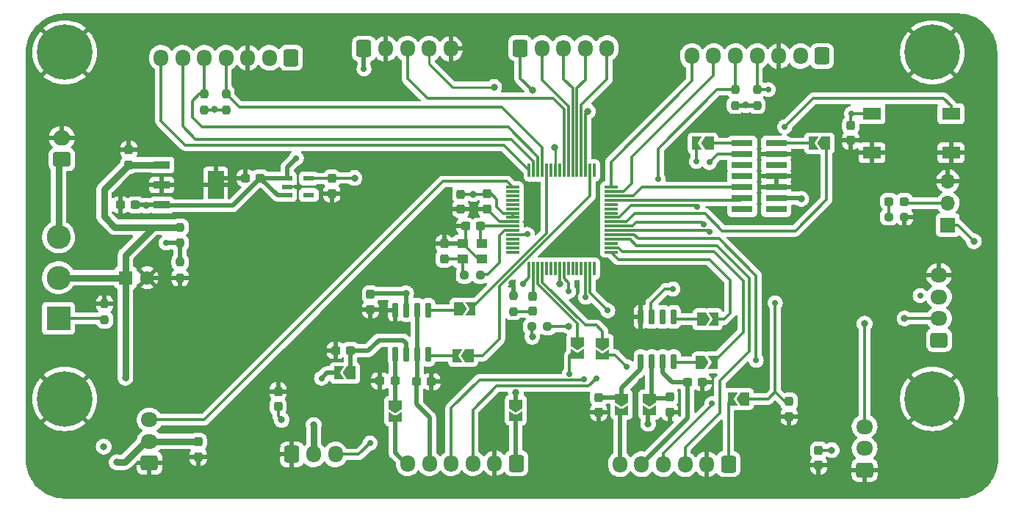
<source format=gbr>
%TF.GenerationSoftware,KiCad,Pcbnew,(6.0.7)*%
%TF.CreationDate,2022-10-27T14:16:22+02:00*%
%TF.ProjectId,Projet,50726f6a-6574-42e6-9b69-6361645f7063,1.0*%
%TF.SameCoordinates,Original*%
%TF.FileFunction,Copper,L1,Top*%
%TF.FilePolarity,Positive*%
%FSLAX46Y46*%
G04 Gerber Fmt 4.6, Leading zero omitted, Abs format (unit mm)*
G04 Created by KiCad (PCBNEW (6.0.7)) date 2022-10-27 14:16:22*
%MOMM*%
%LPD*%
G01*
G04 APERTURE LIST*
G04 Aperture macros list*
%AMRoundRect*
0 Rectangle with rounded corners*
0 $1 Rounding radius*
0 $2 $3 $4 $5 $6 $7 $8 $9 X,Y pos of 4 corners*
0 Add a 4 corners polygon primitive as box body*
4,1,4,$2,$3,$4,$5,$6,$7,$8,$9,$2,$3,0*
0 Add four circle primitives for the rounded corners*
1,1,$1+$1,$2,$3*
1,1,$1+$1,$4,$5*
1,1,$1+$1,$6,$7*
1,1,$1+$1,$8,$9*
0 Add four rect primitives between the rounded corners*
20,1,$1+$1,$2,$3,$4,$5,0*
20,1,$1+$1,$4,$5,$6,$7,0*
20,1,$1+$1,$6,$7,$8,$9,0*
20,1,$1+$1,$8,$9,$2,$3,0*%
%AMFreePoly0*
4,1,6,0.500000,-0.750000,-0.650000,-0.750000,-0.150000,0.000000,-0.650000,0.750000,0.500000,0.750000,0.500000,-0.750000,0.500000,-0.750000,$1*%
%AMFreePoly1*
4,1,6,1.000000,0.000000,0.500000,-0.750000,-0.500000,-0.750000,-0.500000,0.750000,0.500000,0.750000,1.000000,0.000000,1.000000,0.000000,$1*%
G04 Aperture macros list end*
%TA.AperFunction,ComponentPad*%
%ADD10O,1.950000X1.700000*%
%TD*%
%TA.AperFunction,ComponentPad*%
%ADD11RoundRect,0.250000X0.725000X-0.600000X0.725000X0.600000X-0.725000X0.600000X-0.725000X-0.600000X0*%
%TD*%
%TA.AperFunction,ComponentPad*%
%ADD12R,2.775000X2.775000*%
%TD*%
%TA.AperFunction,ComponentPad*%
%ADD13C,2.775000*%
%TD*%
%TA.AperFunction,SMDPad,CuDef*%
%ADD14RoundRect,0.237500X0.237500X-0.300000X0.237500X0.300000X-0.237500X0.300000X-0.237500X-0.300000X0*%
%TD*%
%TA.AperFunction,SMDPad,CuDef*%
%ADD15RoundRect,0.237500X0.237500X-0.250000X0.237500X0.250000X-0.237500X0.250000X-0.237500X-0.250000X0*%
%TD*%
%TA.AperFunction,SMDPad,CuDef*%
%ADD16RoundRect,0.237500X0.300000X0.237500X-0.300000X0.237500X-0.300000X-0.237500X0.300000X-0.237500X0*%
%TD*%
%TA.AperFunction,SMDPad,CuDef*%
%ADD17FreePoly0,270.000000*%
%TD*%
%TA.AperFunction,SMDPad,CuDef*%
%ADD18FreePoly1,270.000000*%
%TD*%
%TA.AperFunction,SMDPad,CuDef*%
%ADD19R,2.400000X0.740000*%
%TD*%
%TA.AperFunction,SMDPad,CuDef*%
%ADD20RoundRect,0.237500X-0.237500X0.250000X-0.237500X-0.250000X0.237500X-0.250000X0.237500X0.250000X0*%
%TD*%
%TA.AperFunction,SMDPad,CuDef*%
%ADD21RoundRect,0.237500X-0.237500X0.300000X-0.237500X-0.300000X0.237500X-0.300000X0.237500X0.300000X0*%
%TD*%
%TA.AperFunction,SMDPad,CuDef*%
%ADD22RoundRect,0.237500X-0.300000X-0.237500X0.300000X-0.237500X0.300000X0.237500X-0.300000X0.237500X0*%
%TD*%
%TA.AperFunction,SMDPad,CuDef*%
%ADD23FreePoly1,180.000000*%
%TD*%
%TA.AperFunction,SMDPad,CuDef*%
%ADD24FreePoly0,180.000000*%
%TD*%
%TA.AperFunction,SMDPad,CuDef*%
%ADD25RoundRect,0.237500X0.250000X0.237500X-0.250000X0.237500X-0.250000X-0.237500X0.250000X-0.237500X0*%
%TD*%
%TA.AperFunction,ComponentPad*%
%ADD26RoundRect,0.250000X0.600000X0.725000X-0.600000X0.725000X-0.600000X-0.725000X0.600000X-0.725000X0*%
%TD*%
%TA.AperFunction,ComponentPad*%
%ADD27O,1.700000X1.950000*%
%TD*%
%TA.AperFunction,SMDPad,CuDef*%
%ADD28FreePoly1,0.000000*%
%TD*%
%TA.AperFunction,SMDPad,CuDef*%
%ADD29FreePoly0,0.000000*%
%TD*%
%TA.AperFunction,SMDPad,CuDef*%
%ADD30R,1.300000X1.000000*%
%TD*%
%TA.AperFunction,SMDPad,CuDef*%
%ADD31RoundRect,0.075000X-0.700000X-0.075000X0.700000X-0.075000X0.700000X0.075000X-0.700000X0.075000X0*%
%TD*%
%TA.AperFunction,SMDPad,CuDef*%
%ADD32RoundRect,0.075000X-0.075000X-0.700000X0.075000X-0.700000X0.075000X0.700000X-0.075000X0.700000X0*%
%TD*%
%TA.AperFunction,ComponentPad*%
%ADD33C,0.800000*%
%TD*%
%TA.AperFunction,ComponentPad*%
%ADD34C,6.400000*%
%TD*%
%TA.AperFunction,SMDPad,CuDef*%
%ADD35R,1.200000X0.600000*%
%TD*%
%TA.AperFunction,SMDPad,CuDef*%
%ADD36RoundRect,0.150000X0.150000X-0.725000X0.150000X0.725000X-0.150000X0.725000X-0.150000X-0.725000X0*%
%TD*%
%TA.AperFunction,SMDPad,CuDef*%
%ADD37R,2.100000X1.400000*%
%TD*%
%TA.AperFunction,ComponentPad*%
%ADD38RoundRect,0.250000X-0.600000X-0.725000X0.600000X-0.725000X0.600000X0.725000X-0.600000X0.725000X0*%
%TD*%
%TA.AperFunction,ComponentPad*%
%ADD39R,1.700000X1.700000*%
%TD*%
%TA.AperFunction,ComponentPad*%
%ADD40O,1.700000X1.700000*%
%TD*%
%TA.AperFunction,SMDPad,CuDef*%
%ADD41R,1.850000X3.200000*%
%TD*%
%TA.AperFunction,SMDPad,CuDef*%
%ADD42R,1.850000X0.900000*%
%TD*%
%TA.AperFunction,ComponentPad*%
%ADD43RoundRect,0.250000X0.750000X-0.600000X0.750000X0.600000X-0.750000X0.600000X-0.750000X-0.600000X0*%
%TD*%
%TA.AperFunction,ComponentPad*%
%ADD44O,2.000000X1.700000*%
%TD*%
%TA.AperFunction,ComponentPad*%
%ADD45C,1.600000*%
%TD*%
%TA.AperFunction,ComponentPad*%
%ADD46R,1.600000X1.600000*%
%TD*%
%TA.AperFunction,SMDPad,CuDef*%
%ADD47RoundRect,0.237500X0.237500X-0.287500X0.237500X0.287500X-0.237500X0.287500X-0.237500X-0.287500X0*%
%TD*%
%TA.AperFunction,SMDPad,CuDef*%
%ADD48RoundRect,0.237500X-0.287500X-0.237500X0.287500X-0.237500X0.287500X0.237500X-0.287500X0.237500X0*%
%TD*%
%TA.AperFunction,ViaPad*%
%ADD49C,0.800000*%
%TD*%
%TA.AperFunction,ViaPad*%
%ADD50C,0.700000*%
%TD*%
%TA.AperFunction,Conductor*%
%ADD51C,0.300000*%
%TD*%
%TA.AperFunction,Conductor*%
%ADD52C,0.500000*%
%TD*%
%TA.AperFunction,Conductor*%
%ADD53C,0.750000*%
%TD*%
%TA.AperFunction,Conductor*%
%ADD54C,0.250000*%
%TD*%
G04 APERTURE END LIST*
D10*
%TO.P,J601,4,Pin_4*%
%TO.N,GND*%
X200775000Y-125700000D03*
%TO.P,J601,3,Pin_3*%
%TO.N,/Communication/ESP_TX_JP*%
X200775000Y-128200000D03*
%TO.P,J601,2,Pin_2*%
%TO.N,/Communication/ESP_RX_JP*%
X200775000Y-130700000D03*
D11*
%TO.P,J601,1,Pin_1*%
%TO.N,+5V*%
X200775000Y-133200000D03*
%TD*%
D12*
%TO.P,S501,1*%
%TO.N,Net-(R501-Pad2)*%
X99300000Y-130700000D03*
D13*
%TO.P,S501,2*%
%TO.N,V+_batterie*%
X99300000Y-126000000D03*
%TO.P,S501,3*%
%TO.N,Net-(J501-Pad1)*%
X99300000Y-121300000D03*
%TD*%
D14*
%TO.P,C204,2*%
%TO.N,+3.3V*%
X148650000Y-116337500D03*
%TO.P,C204,1*%
%TO.N,GND*%
X148650000Y-118062500D03*
%TD*%
D15*
%TO.P,R403,1*%
%TO.N,+3.3V*%
X116100000Y-106612500D03*
%TO.P,R403,2*%
%TO.N,/STM32F070RB/TOF1_SCL*%
X116100000Y-104787500D03*
%TD*%
%TO.P,R502,1*%
%TO.N,/Alimentation/BAT_STATE*%
X113300000Y-122012500D03*
%TO.P,R502,2*%
%TO.N,V+_batterie*%
X113300000Y-120187500D03*
%TD*%
D16*
%TO.P,C502,1*%
%TO.N,+5V*%
X108162500Y-117600000D03*
%TO.P,C502,2*%
%TO.N,GND*%
X106437500Y-117600000D03*
%TD*%
D17*
%TO.P,JP304,2,B*%
%TO.N,V+_batterie*%
X167400000Y-141375000D03*
D18*
%TO.P,JP304,1,A*%
%TO.N,/Driver_Motor_SERVO/VM_DRIVER_1_JP*%
X167400000Y-139925000D03*
%TD*%
D19*
%TO.P,J201,1,Pin_1*%
%TO.N,unconnected-(J201-Pad1)*%
X182000000Y-118110000D03*
%TO.P,J201,2,Pin_2*%
%TO.N,unconnected-(J201-Pad2)*%
X178100000Y-118110000D03*
%TO.P,J201,3,Pin_3*%
%TO.N,+3.3V*%
X182000000Y-116840000D03*
%TO.P,J201,4,Pin_4*%
%TO.N,SYS_SWDIO*%
X178100000Y-116840000D03*
%TO.P,J201,5,Pin_5*%
%TO.N,GND*%
X182000000Y-115570000D03*
%TO.P,J201,6,Pin_6*%
%TO.N,SYS_SWCLK*%
X178100000Y-115570000D03*
%TO.P,J201,7,Pin_7*%
%TO.N,GND*%
X182000000Y-114300000D03*
%TO.P,J201,8,Pin_8*%
%TO.N,unconnected-(J201-Pad8)*%
X178100000Y-114300000D03*
%TO.P,J201,9,Pin_9*%
%TO.N,unconnected-(J201-Pad9)*%
X182000000Y-113030000D03*
%TO.P,J201,10,Pin_10*%
%TO.N,unconnected-(J201-Pad10)*%
X178100000Y-113030000D03*
%TO.P,J201,11,Pin_11*%
%TO.N,GND*%
X182000000Y-111760000D03*
%TO.P,J201,12,Pin_12*%
%TO.N,STLINK_NRST*%
X178100000Y-111760000D03*
%TO.P,J201,13,Pin_13*%
%TO.N,/STM32F070RB/ST_LINK_TX*%
X182000000Y-110490000D03*
%TO.P,J201,14,Pin_14*%
%TO.N,/STM32F070RB/ST_LINK_RX*%
X178100000Y-110490000D03*
%TD*%
D20*
%TO.P,R202,1*%
%TO.N,GND*%
X151700000Y-128087500D03*
%TO.P,R202,2*%
%TO.N,Net-(D202-Pad1)*%
X151700000Y-129912500D03*
%TD*%
D21*
%TO.P,C201,2*%
%TO.N,GND*%
X190600000Y-110162500D03*
%TO.P,C201,1*%
%TO.N,/STM32F070RB/NRST_sw*%
X190600000Y-108437500D03*
%TD*%
D22*
%TO.P,C304,1*%
%TO.N,+5V*%
X171800000Y-138100000D03*
%TO.P,C304,2*%
%TO.N,GND*%
X173525000Y-138100000D03*
%TD*%
D23*
%TO.P,JP206,1,A*%
%TO.N,/STM32F070RB/DRV_2_FWD_JP*%
X146650000Y-135000000D03*
D24*
%TO.P,JP206,2,B*%
%TO.N,/Driver_Motor_SERVO/DRV_2_FWD*%
X145200000Y-135000000D03*
%TD*%
D25*
%TO.P,R203,2*%
%TO.N,Net-(C202-Pad1)*%
X146087500Y-125700000D03*
%TO.P,R203,1*%
%TO.N,/STM32F070RB/OSC_OUT*%
X147912500Y-125700000D03*
%TD*%
D23*
%TO.P,JP210,1,A*%
%TO.N,/STM32F070RB/ST_LINK_RX*%
X174300000Y-110500000D03*
D24*
%TO.P,JP210,2,B*%
%TO.N,STLINK_RX*%
X172850000Y-110500000D03*
%TD*%
D26*
%TO.P,J302,1,Pin_1*%
%TO.N,M1-*%
X176500000Y-147525000D03*
D27*
%TO.P,J302,2,Pin_2*%
%TO.N,GND*%
X174000000Y-147525000D03*
%TO.P,J302,3,Pin_3*%
%TO.N,/Driver_Motor_SERVO/ENC_1_A*%
X171500000Y-147525000D03*
%TO.P,J302,4,Pin_4*%
%TO.N,/Driver_Motor_SERVO/ENC_1_B*%
X169000000Y-147525000D03*
%TO.P,J302,5,Pin_5*%
%TO.N,+5V*%
X166500000Y-147525000D03*
%TO.P,J302,6,Pin_6*%
%TO.N,M1+*%
X164000000Y-147525000D03*
%TD*%
D15*
%TO.P,R402,1*%
%TO.N,+3.3V*%
X179800000Y-106112500D03*
%TO.P,R402,2*%
%TO.N,/STM32F070RB/TOF2_SDA*%
X179800000Y-104287500D03*
%TD*%
D28*
%TO.P,JP203,1,A*%
%TO.N,/Driver_Motor_SERVO/DRV_2_REV*%
X145375000Y-129600000D03*
D29*
%TO.P,JP203,2,B*%
%TO.N,/STM32F070RB/DRV_2_REV_JP*%
X146825000Y-129600000D03*
%TD*%
D15*
%TO.P,R404,1*%
%TO.N,+3.3V*%
X118600000Y-106612500D03*
%TO.P,R404,2*%
%TO.N,/STM32F070RB/TOF1_SDA*%
X118600000Y-104787500D03*
%TD*%
D14*
%TO.P,C401,1*%
%TO.N,GND*%
X186900000Y-147662500D03*
%TO.P,C401,2*%
%TO.N,+5V*%
X186900000Y-145937500D03*
%TD*%
D30*
%TO.P,Y201,1,1*%
%TO.N,Net-(C202-Pad1)*%
X145850000Y-123850000D03*
%TO.P,Y201,2,2*%
%TO.N,GND*%
X148050000Y-123850000D03*
%TO.P,Y201,3,3*%
%TO.N,/STM32F070RB/OSC_IN*%
X148050000Y-122050000D03*
%TO.P,Y201,4,4*%
%TO.N,GND*%
X145850000Y-122050000D03*
%TD*%
D14*
%TO.P,C308,1*%
%TO.N,GND*%
X183500000Y-142025000D03*
%TO.P,C308,2*%
%TO.N,/Driver_Motor_SERVO/M1-_JP*%
X183500000Y-140300000D03*
%TD*%
%TO.P,C402,1*%
%TO.N,GND*%
X115400000Y-146662500D03*
%TO.P,C402,2*%
%TO.N,+5V*%
X115400000Y-144937500D03*
%TD*%
D26*
%TO.P,J301,1,Pin_1*%
%TO.N,M2-*%
X152050000Y-147425000D03*
D27*
%TO.P,J301,2,Pin_2*%
%TO.N,GND*%
X149550000Y-147425000D03*
%TO.P,J301,3,Pin_3*%
%TO.N,/Driver_Motor_SERVO/ENC_2_A*%
X147050000Y-147425000D03*
%TO.P,J301,4,Pin_4*%
%TO.N,/Driver_Motor_SERVO/ENC_2_B*%
X144550000Y-147425000D03*
%TO.P,J301,5,Pin_5*%
%TO.N,+5V*%
X142050000Y-147425000D03*
%TO.P,J301,6,Pin_6*%
%TO.N,M2+*%
X139550000Y-147425000D03*
%TD*%
D31*
%TO.P,U201,1,PC11*%
%TO.N,/STM32F070RB/OPTQ1*%
X151625000Y-115550000D03*
%TO.P,U201,2,PC12*%
%TO.N,unconnected-(U201-Pad2)*%
X151625000Y-116050000D03*
%TO.P,U201,3,PC13*%
%TO.N,unconnected-(U201-Pad3)*%
X151625000Y-116550000D03*
%TO.P,U201,4,PC14-OSC32_IN*%
%TO.N,unconnected-(U201-Pad4)*%
X151625000Y-117050000D03*
%TO.P,U201,5,PC15-OSC32_OUT*%
%TO.N,unconnected-(U201-Pad5)*%
X151625000Y-117550000D03*
%TO.P,U201,6,VBAT*%
%TO.N,unconnected-(U201-Pad6)*%
X151625000Y-118050000D03*
%TO.P,U201,7,VREF+*%
%TO.N,+3.3V*%
X151625000Y-118550000D03*
%TO.P,U201,8,VDD/VDDA*%
X151625000Y-119050000D03*
%TO.P,U201,9,VSS/VSSA*%
%TO.N,GND*%
X151625000Y-119550000D03*
%TO.P,U201,10,PF0-OSC_IN*%
%TO.N,/STM32F070RB/OSC_IN*%
X151625000Y-120050000D03*
%TO.P,U201,11,PF1-OSC_OUT*%
%TO.N,/STM32F070RB/OSC_OUT*%
X151625000Y-120550000D03*
%TO.P,U201,12,~{NRST}*%
%TO.N,/STM32F070RB/NRST_sw*%
X151625000Y-121050000D03*
%TO.P,U201,13,PC0*%
%TO.N,unconnected-(U201-Pad13)*%
X151625000Y-121550000D03*
%TO.P,U201,14,PC1*%
%TO.N,unconnected-(U201-Pad14)*%
X151625000Y-122050000D03*
%TO.P,U201,15,PC2*%
%TO.N,unconnected-(U201-Pad15)*%
X151625000Y-122550000D03*
%TO.P,U201,16,PC3*%
%TO.N,unconnected-(U201-Pad16)*%
X151625000Y-123050000D03*
D32*
%TO.P,U201,17,PA0*%
%TO.N,/Alimentation/BAT_STATE*%
X153550000Y-124975000D03*
%TO.P,U201,18,PA1*%
%TO.N,BAT_LED*%
X154050000Y-124975000D03*
%TO.P,U201,19,PA2*%
%TO.N,/Communication/ESP_RX*%
X154550000Y-124975000D03*
%TO.P,U201,20,PA3*%
%TO.N,/Communication/ESP_TX*%
X155050000Y-124975000D03*
%TO.P,U201,21,PA4*%
%TO.N,unconnected-(U201-Pad21)*%
X155550000Y-124975000D03*
%TO.P,U201,22,PA5*%
%TO.N,unconnected-(U201-Pad22)*%
X156050000Y-124975000D03*
%TO.P,U201,23,PA6*%
%TO.N,unconnected-(U201-Pad23)*%
X156550000Y-124975000D03*
%TO.P,U201,24,PA7*%
%TO.N,/STM32F070RB/OPTQ2*%
X157050000Y-124975000D03*
%TO.P,U201,25,PC4*%
%TO.N,/Driver_Motor_SERVO/SERV_DATA*%
X157550000Y-124975000D03*
%TO.P,U201,26,PC5*%
%TO.N,unconnected-(U201-Pad26)*%
X158050000Y-124975000D03*
%TO.P,U201,27,PB0*%
%TO.N,unconnected-(U201-Pad27)*%
X158550000Y-124975000D03*
%TO.P,U201,28,PB1*%
%TO.N,unconnected-(U201-Pad28)*%
X159050000Y-124975000D03*
%TO.P,U201,29,PB2*%
%TO.N,unconnected-(U201-Pad29)*%
X159550000Y-124975000D03*
%TO.P,U201,30,PB10*%
%TO.N,/STM32F070RB/TOF2_SCL*%
X160050000Y-124975000D03*
%TO.P,U201,31,PB11*%
%TO.N,/STM32F070RB/TOF2_SDA*%
X160550000Y-124975000D03*
%TO.P,U201,32,PB12*%
%TO.N,unconnected-(U201-Pad32)*%
X161050000Y-124975000D03*
D31*
%TO.P,U201,33,PB13*%
%TO.N,Net-(JP204-Pad2)*%
X162975000Y-123050000D03*
%TO.P,U201,34,PB14*%
%TO.N,Net-(JP205-Pad2)*%
X162975000Y-122550000D03*
%TO.P,U201,35,PB15*%
%TO.N,unconnected-(U201-Pad35)*%
X162975000Y-122050000D03*
%TO.P,U201,36,PA8*%
%TO.N,/Driver_Motor_SERVO/ENC_1_A*%
X162975000Y-121550000D03*
%TO.P,U201,37,PA9*%
%TO.N,/Driver_Motor_SERVO/ENC_1_B*%
X162975000Y-121050000D03*
%TO.P,U201,38,PC6*%
%TO.N,/Driver_Motor_SERVO/ENC_2_A*%
X162975000Y-120550000D03*
%TO.P,U201,39,PC7*%
%TO.N,/Driver_Motor_SERVO/ENC_2_B*%
X162975000Y-120050000D03*
%TO.P,U201,40,PD8*%
%TO.N,STLINK_TX*%
X162975000Y-119550000D03*
%TO.P,U201,41,PD9*%
%TO.N,STLINK_RX*%
X162975000Y-119050000D03*
%TO.P,U201,42,PA10*%
%TO.N,unconnected-(U201-Pad42)*%
X162975000Y-118550000D03*
%TO.P,U201,43,PA11*%
%TO.N,unconnected-(U201-Pad43)*%
X162975000Y-118050000D03*
%TO.P,U201,44,PA12*%
%TO.N,unconnected-(U201-Pad44)*%
X162975000Y-117550000D03*
%TO.P,U201,45,PA13*%
%TO.N,SYS_SWDIO*%
X162975000Y-117050000D03*
%TO.P,U201,46,PA14-BOOT0*%
%TO.N,SYS_SWCLK*%
X162975000Y-116550000D03*
%TO.P,U201,47,PA15*%
%TO.N,/STM32F070RB/TOF2_XSHUT*%
X162975000Y-116050000D03*
%TO.P,U201,48,PC8*%
%TO.N,/STM32F070RB/TOF2_GPIO1*%
X162975000Y-115550000D03*
D32*
%TO.P,U201,49,PC9*%
%TO.N,unconnected-(U201-Pad49)*%
X161050000Y-113625000D03*
%TO.P,U201,50,PD0*%
%TO.N,/STM32F070RB/DRV_2_FWD_JP*%
X160550000Y-113625000D03*
%TO.P,U201,51,PD1*%
%TO.N,/STM32F070RB/CLR_OUT*%
X160050000Y-113625000D03*
%TO.P,U201,52,PD2*%
%TO.N,/STM32F070RB/CLR_S0*%
X159550000Y-113625000D03*
%TO.P,U201,53,PD3*%
%TO.N,/STM32F070RB/CLR_S1*%
X159050000Y-113625000D03*
%TO.P,U201,54,PD4*%
%TO.N,/STM32F070RB/CLR_S2*%
X158550000Y-113625000D03*
%TO.P,U201,55,PD5*%
%TO.N,/STM32F070RB/CLR_S3*%
X158050000Y-113625000D03*
%TO.P,U201,56,PD6*%
%TO.N,/STM32F070RB/CLR_OE*%
X157550000Y-113625000D03*
%TO.P,U201,57,PB3*%
%TO.N,unconnected-(U201-Pad57)*%
X157050000Y-113625000D03*
%TO.P,U201,58,PB4*%
%TO.N,/STM32F070RB/CLR_LED*%
X156550000Y-113625000D03*
%TO.P,U201,59,PB5*%
%TO.N,unconnected-(U201-Pad59)*%
X156050000Y-113625000D03*
%TO.P,U201,60,PB6*%
%TO.N,/STM32F070RB/DRV_2_REV_JP*%
X155550000Y-113625000D03*
%TO.P,U201,61,PB7*%
%TO.N,/STM32F070RB/TOF1_SDA*%
X155050000Y-113625000D03*
%TO.P,U201,62,PB8*%
%TO.N,/STM32F070RB/TOF1_SCL*%
X154550000Y-113625000D03*
%TO.P,U201,63,PB9*%
%TO.N,/STM32F070RB/TOF1_XSHUT*%
X154050000Y-113625000D03*
%TO.P,U201,64,PC10*%
%TO.N,/STM32F070RB/TOF1_GPIO1*%
X153550000Y-113625000D03*
%TD*%
D25*
%TO.P,R301,1*%
%TO.N,/Driver_Motor_SERVO/SERV_DATA*%
X155662500Y-131650000D03*
%TO.P,R301,2*%
%TO.N,+3.3V*%
X153837500Y-131650000D03*
%TD*%
D11*
%TO.P,J401,1,Pin_1*%
%TO.N,GND*%
X192200000Y-148200000D03*
D10*
%TO.P,J401,2,Pin_2*%
%TO.N,+5V*%
X192200000Y-145700000D03*
%TO.P,J401,3,Pin_3*%
%TO.N,/STM32F070RB/OPTQ2*%
X192200000Y-143200000D03*
%TD*%
D16*
%TO.P,C503,2*%
%TO.N,GND*%
X120837500Y-114500000D03*
%TO.P,C503,1*%
%TO.N,+5V*%
X122562500Y-114500000D03*
%TD*%
D33*
%TO.P,H103,1,1*%
%TO.N,GND*%
X200000000Y-137600000D03*
X198302944Y-138302944D03*
X201697056Y-141697056D03*
D34*
X200000000Y-140000000D03*
D33*
X198302944Y-141697056D03*
X201697056Y-138302944D03*
X197600000Y-140000000D03*
X200000000Y-142400000D03*
X202400000Y-140000000D03*
%TD*%
D35*
%TO.P,PS501,1,VIN*%
%TO.N,+5V*%
X125650000Y-114550000D03*
%TO.P,PS501,2,GND*%
%TO.N,GND*%
X125650000Y-115500000D03*
%TO.P,PS501,3,EN*%
%TO.N,+5V*%
X125650000Y-116450000D03*
%TO.P,PS501,4,NC*%
%TO.N,unconnected-(PS501-Pad4)*%
X128150000Y-116450000D03*
%TO.P,PS501,5,VOUT*%
%TO.N,+3.3V*%
X128150000Y-114550000D03*
%TD*%
D36*
%TO.P,U301,1,OUT1*%
%TO.N,/Driver_Motor_SERVO/M2+_JP*%
X138095000Y-134875000D03*
%TO.P,U301,2,VM*%
%TO.N,/Driver_Motor_SERVO/VM_DRIVER_2_JP*%
X139365000Y-134875000D03*
%TO.P,U301,3,VDD*%
%TO.N,+5V*%
X140635000Y-134875000D03*
%TO.P,U301,4,FWD*%
%TO.N,/Driver_Motor_SERVO/DRV_2_FWD*%
X141905000Y-134875000D03*
%TO.P,U301,5,REV*%
%TO.N,/Driver_Motor_SERVO/DRV_2_REV*%
X141905000Y-129725000D03*
%TO.P,U301,6,VREF*%
%TO.N,+5V*%
X140635000Y-129725000D03*
%TO.P,U301,7,OUT2*%
%TO.N,/Driver_Motor_SERVO/M2-_JP*%
X139365000Y-129725000D03*
%TO.P,U301,8,GND*%
%TO.N,GND*%
X138095000Y-129725000D03*
%TD*%
D11*
%TO.P,J404,1,Pin_1*%
%TO.N,GND*%
X109775000Y-147400000D03*
D10*
%TO.P,J404,2,Pin_2*%
%TO.N,+5V*%
X109775000Y-144900000D03*
%TO.P,J404,3,Pin_3*%
%TO.N,/STM32F070RB/OPTQ1*%
X109775000Y-142400000D03*
%TD*%
D18*
%TO.P,JP308,1,A*%
%TO.N,/Driver_Motor_SERVO/M1+_JP*%
X164200000Y-139925000D03*
D17*
%TO.P,JP308,2,B*%
%TO.N,M1+*%
X164200000Y-141375000D03*
%TD*%
D28*
%TO.P,JP204,1,A*%
%TO.N,/Driver_Motor_SERVO/DRV_1_REV*%
X173375000Y-130800000D03*
D29*
%TO.P,JP204,2,B*%
%TO.N,Net-(JP204-Pad2)*%
X174825000Y-130800000D03*
%TD*%
D15*
%TO.P,R401,2*%
%TO.N,/STM32F070RB/TOF2_SCL*%
X177300000Y-104287500D03*
%TO.P,R401,1*%
%TO.N,+3.3V*%
X177300000Y-106112500D03*
%TD*%
D14*
%TO.P,C202,2*%
%TO.N,GND*%
X143750000Y-122087500D03*
%TO.P,C202,1*%
%TO.N,Net-(C202-Pad1)*%
X143750000Y-123812500D03*
%TD*%
D37*
%TO.P,S201,1*%
%TO.N,/STM32F070RB/NRST_sw*%
X193050000Y-107077500D03*
%TO.P,S201,2*%
%TO.N,STLINK_NRST*%
X202150000Y-107077500D03*
%TO.P,S201,3*%
%TO.N,GND*%
X193050000Y-111577500D03*
%TO.P,S201,4*%
X202150000Y-111577500D03*
%TD*%
D21*
%TO.P,C306,1*%
%TO.N,/Driver_Motor_SERVO/VM_DRIVER_1_JP*%
X169750000Y-139787500D03*
%TO.P,C306,2*%
%TO.N,GND*%
X169750000Y-141512500D03*
%TD*%
D38*
%TO.P,J303,1,Pin_1*%
%TO.N,GND*%
X126200000Y-146400000D03*
D27*
%TO.P,J303,2,Pin_2*%
%TO.N,V+_batterie*%
X128700000Y-146400000D03*
%TO.P,J303,3,Pin_3*%
%TO.N,/Driver_Motor_SERVO/SERV_DATA*%
X131200000Y-146400000D03*
%TD*%
D39*
%TO.P,J502,1,Pin_1*%
%TO.N,+5V*%
X201800000Y-119925000D03*
D40*
%TO.P,J502,2,Pin_2*%
%TO.N,+3.3V*%
X201800000Y-117385000D03*
%TO.P,J502,3,Pin_3*%
%TO.N,GND*%
X201800000Y-114845000D03*
%TD*%
D41*
%TO.P,IC501,4,ADJ/GND_2*%
%TO.N,GND*%
X117400000Y-115300000D03*
D42*
%TO.P,IC501,3,OUTPUT*%
%TO.N,+5V*%
X111200000Y-117600000D03*
%TO.P,IC501,2,ADJ/GND_1*%
%TO.N,GND*%
X111200000Y-115300000D03*
%TO.P,IC501,1,INPUT*%
%TO.N,V+_batterie*%
X111200000Y-113000000D03*
%TD*%
D33*
%TO.P,H104,1,1*%
%TO.N,GND*%
X197600000Y-100000000D03*
X198302944Y-98302944D03*
X198302944Y-101697056D03*
X202400000Y-100000000D03*
X201697056Y-98302944D03*
X200000000Y-97600000D03*
D34*
X200000000Y-100000000D03*
D33*
X201697056Y-101697056D03*
X200000000Y-102400000D03*
%TD*%
D14*
%TO.P,C310,1*%
%TO.N,GND*%
X161550000Y-141525000D03*
%TO.P,C310,2*%
%TO.N,/Driver_Motor_SERVO/M1+_JP*%
X161550000Y-139800000D03*
%TD*%
D43*
%TO.P,J501,1,Pin_1*%
%TO.N,Net-(J501-Pad1)*%
X99675000Y-112350000D03*
D44*
%TO.P,J501,2,Pin_2*%
%TO.N,GND*%
X99675000Y-109850000D03*
%TD*%
D14*
%TO.P,C307,1*%
%TO.N,GND*%
X135250000Y-129662500D03*
%TO.P,C307,2*%
%TO.N,/Driver_Motor_SERVO/M2-_JP*%
X135250000Y-127937500D03*
%TD*%
D36*
%TO.P,U302,1,OUT1*%
%TO.N,/Driver_Motor_SERVO/M1+_JP*%
X166395000Y-135675000D03*
%TO.P,U302,2,VM*%
%TO.N,/Driver_Motor_SERVO/VM_DRIVER_1_JP*%
X167665000Y-135675000D03*
%TO.P,U302,3,VDD*%
%TO.N,+5V*%
X168935000Y-135675000D03*
%TO.P,U302,4,FWD*%
%TO.N,/Driver_Motor_SERVO/DRV_1_FWD*%
X170205000Y-135675000D03*
%TO.P,U302,5,REV*%
%TO.N,/Driver_Motor_SERVO/DRV_1_REV*%
X170205000Y-130525000D03*
%TO.P,U302,6,VREF*%
%TO.N,unconnected-(U302-Pad6)*%
X168935000Y-130525000D03*
%TO.P,U302,7,OUT2*%
%TO.N,/Driver_Motor_SERVO/M1-_JP*%
X167665000Y-130525000D03*
%TO.P,U302,8,GND*%
%TO.N,GND*%
X166395000Y-130525000D03*
%TD*%
D33*
%TO.P,H102,1,1*%
%TO.N,GND*%
X100000000Y-137600000D03*
X98302944Y-141697056D03*
X100000000Y-142400000D03*
X102400000Y-140000000D03*
X97600000Y-140000000D03*
X101697056Y-141697056D03*
X98302944Y-138302944D03*
D34*
X100000000Y-140000000D03*
D33*
X101697056Y-138302944D03*
%TD*%
D18*
%TO.P,JP306,1,A*%
%TO.N,/Driver_Motor_SERVO/M2-_JP*%
X152000000Y-140575000D03*
D17*
%TO.P,JP306,2,B*%
%TO.N,M2-*%
X152000000Y-142025000D03*
%TD*%
D21*
%TO.P,C504,2*%
%TO.N,GND*%
X130800000Y-116262500D03*
%TO.P,C504,1*%
%TO.N,+3.3V*%
X130800000Y-114537500D03*
%TD*%
D22*
%TO.P,C309,1*%
%TO.N,GND*%
X136337500Y-137900000D03*
%TO.P,C309,2*%
%TO.N,/Driver_Motor_SERVO/M2+_JP*%
X138062500Y-137900000D03*
%TD*%
D14*
%TO.P,C501,1*%
%TO.N,V+_batterie*%
X107400000Y-112975000D03*
%TO.P,C501,2*%
%TO.N,GND*%
X107400000Y-111250000D03*
%TD*%
D20*
%TO.P,R501,1*%
%TO.N,GND*%
X104600000Y-129037500D03*
%TO.P,R501,2*%
%TO.N,Net-(R501-Pad2)*%
X104600000Y-130862500D03*
%TD*%
D16*
%TO.P,C305,1*%
%TO.N,/Driver_Motor_SERVO/VM_DRIVER_2_JP*%
X132962500Y-134400000D03*
%TO.P,C305,2*%
%TO.N,GND*%
X131237500Y-134400000D03*
%TD*%
D17*
%TO.P,JP602,2,B*%
%TO.N,/Communication/ESP_RX_JP*%
X159100000Y-134850000D03*
D18*
%TO.P,JP602,1,A*%
%TO.N,/Communication/ESP_RX*%
X159100000Y-133400000D03*
%TD*%
D26*
%TO.P,J406,1,Pin_1*%
%TO.N,unconnected-(J406-Pad1)*%
X126100000Y-100625000D03*
D27*
%TO.P,J406,2,Pin_2*%
%TO.N,+3.3V*%
X123600000Y-100625000D03*
%TO.P,J406,3,Pin_3*%
%TO.N,GND*%
X121100000Y-100625000D03*
%TO.P,J406,4,Pin_4*%
%TO.N,/STM32F070RB/TOF1_SDA*%
X118600000Y-100625000D03*
%TO.P,J406,5,Pin_5*%
%TO.N,/STM32F070RB/TOF1_SCL*%
X116100000Y-100625000D03*
%TO.P,J406,6,Pin_6*%
%TO.N,/STM32F070RB/TOF1_XSHUT*%
X113600000Y-100625000D03*
%TO.P,J406,7,Pin_7*%
%TO.N,/STM32F070RB/TOF1_GPIO1*%
X111100000Y-100625000D03*
%TD*%
D23*
%TO.P,JP209,1,A*%
%TO.N,STLINK_TX*%
X187725000Y-110500000D03*
D24*
%TO.P,JP209,2,B*%
%TO.N,/STM32F070RB/ST_LINK_TX*%
X186275000Y-110500000D03*
%TD*%
D23*
%TO.P,JP307,1,A*%
%TO.N,/Driver_Motor_SERVO/M1-_JP*%
X178425000Y-140000000D03*
D24*
%TO.P,JP307,2,B*%
%TO.N,M1-*%
X176975000Y-140000000D03*
%TD*%
D26*
%TO.P,J405,1,Pin_1*%
%TO.N,unconnected-(J405-Pad1)*%
X187300000Y-100425000D03*
D27*
%TO.P,J405,2,Pin_2*%
%TO.N,+3.3V*%
X184800000Y-100425000D03*
%TO.P,J405,3,Pin_3*%
%TO.N,GND*%
X182300000Y-100425000D03*
%TO.P,J405,4,Pin_4*%
%TO.N,/STM32F070RB/TOF2_SDA*%
X179800000Y-100425000D03*
%TO.P,J405,5,Pin_5*%
%TO.N,/STM32F070RB/TOF2_SCL*%
X177300000Y-100425000D03*
%TO.P,J405,6,Pin_6*%
%TO.N,/STM32F070RB/TOF2_XSHUT*%
X174800000Y-100425000D03*
%TO.P,J405,7,Pin_7*%
%TO.N,/STM32F070RB/TOF2_GPIO1*%
X172300000Y-100425000D03*
%TD*%
D45*
%TO.P,C301,2*%
%TO.N,GND*%
X109517621Y-126000000D03*
D46*
%TO.P,C301,1*%
%TO.N,V+_batterie*%
X107017621Y-126000000D03*
%TD*%
D28*
%TO.P,JP205,1,A*%
%TO.N,/Driver_Motor_SERVO/DRV_1_FWD*%
X173275000Y-135800000D03*
D29*
%TO.P,JP205,2,B*%
%TO.N,Net-(JP205-Pad2)*%
X174725000Y-135800000D03*
%TD*%
D23*
%TO.P,JP303,1,A*%
%TO.N,/Driver_Motor_SERVO/VM_DRIVER_2_JP*%
X133025000Y-137000000D03*
D24*
%TO.P,JP303,2,B*%
%TO.N,V+_batterie*%
X131575000Y-137000000D03*
%TD*%
D22*
%TO.P,C303,1*%
%TO.N,+5V*%
X140537500Y-138000000D03*
%TO.P,C303,2*%
%TO.N,GND*%
X142262500Y-138000000D03*
%TD*%
D47*
%TO.P,D202,1,K*%
%TO.N,Net-(D202-Pad1)*%
X153900000Y-129875000D03*
%TO.P,D202,2,A*%
%TO.N,BAT_LED*%
X153900000Y-128125000D03*
%TD*%
D38*
%TO.P,J403,1,Pin_1*%
%TO.N,/STM32F070RB/CLR_OUT*%
X152500000Y-99500000D03*
D27*
%TO.P,J403,2,Pin_2*%
%TO.N,/STM32F070RB/CLR_S3*%
X155000000Y-99500000D03*
%TO.P,J403,3,Pin_3*%
%TO.N,/STM32F070RB/CLR_S2*%
X157500000Y-99500000D03*
%TO.P,J403,4,Pin_4*%
%TO.N,/STM32F070RB/CLR_S1*%
X160000000Y-99500000D03*
%TO.P,J403,5,Pin_5*%
%TO.N,/STM32F070RB/CLR_S0*%
X162500000Y-99500000D03*
%TD*%
D38*
%TO.P,J402,1,Pin_1*%
%TO.N,+5V*%
X134500000Y-99575000D03*
D27*
%TO.P,J402,2,Pin_2*%
%TO.N,GND*%
X137000000Y-99575000D03*
%TO.P,J402,3,Pin_3*%
%TO.N,/STM32F070RB/CLR_OE*%
X139500000Y-99575000D03*
%TO.P,J402,4,Pin_4*%
%TO.N,/STM32F070RB/CLR_LED*%
X142000000Y-99575000D03*
%TO.P,J402,5,Pin_5*%
%TO.N,GND*%
X144500000Y-99575000D03*
%TD*%
D15*
%TO.P,R503,1*%
%TO.N,GND*%
X113300000Y-126012500D03*
%TO.P,R503,2*%
%TO.N,/Alimentation/BAT_STATE*%
X113300000Y-124187500D03*
%TD*%
D33*
%TO.P,H101,1,1*%
%TO.N,GND*%
X97600000Y-100000000D03*
X101697056Y-98302944D03*
X98302944Y-101697056D03*
X98302944Y-98302944D03*
X101697056Y-101697056D03*
D34*
X100000000Y-100000000D03*
D33*
X100000000Y-97600000D03*
X102400000Y-100000000D03*
X100000000Y-102400000D03*
%TD*%
D21*
%TO.P,C302,1*%
%TO.N,GND*%
X124600000Y-139137500D03*
%TO.P,C302,2*%
%TO.N,V+_batterie*%
X124600000Y-140862500D03*
%TD*%
D25*
%TO.P,R201,2*%
%TO.N,/STM32F070RB/LED_line*%
X194987500Y-119000000D03*
%TO.P,R201,1*%
%TO.N,GND*%
X196812500Y-119000000D03*
%TD*%
D18*
%TO.P,JP601,1,A*%
%TO.N,/Communication/ESP_TX*%
X162000000Y-133475000D03*
D17*
%TO.P,JP601,2,B*%
%TO.N,/Communication/ESP_TX_JP*%
X162000000Y-134925000D03*
%TD*%
%TO.P,JP305,2,B*%
%TO.N,M2+*%
X138100000Y-142125000D03*
D18*
%TO.P,JP305,1,A*%
%TO.N,/Driver_Motor_SERVO/M2+_JP*%
X138100000Y-140675000D03*
%TD*%
D48*
%TO.P,D201,1,K*%
%TO.N,/STM32F070RB/LED_line*%
X195025000Y-117200000D03*
%TO.P,D201,2,A*%
%TO.N,+3.3V*%
X196775000Y-117200000D03*
%TD*%
D16*
%TO.P,C203,2*%
%TO.N,GND*%
X146187500Y-120050000D03*
%TO.P,C203,1*%
%TO.N,/STM32F070RB/OSC_IN*%
X147912500Y-120050000D03*
%TD*%
D14*
%TO.P,C206,1*%
%TO.N,GND*%
X145650000Y-118075000D03*
%TO.P,C206,2*%
%TO.N,+3.3V*%
X145650000Y-116350000D03*
%TD*%
D49*
%TO.N,GND*%
X166479977Y-138020023D03*
D50*
%TO.N,/STM32F070RB/NRST_sw*%
X190700000Y-107050000D03*
D49*
%TO.N,+3.3V*%
X153900000Y-132800000D03*
%TO.N,/Driver_Motor_SERVO/SERV_DATA*%
X158100000Y-131600000D03*
%TO.N,/Communication/ESP_RX_JP*%
X196800000Y-130700000D03*
%TO.N,+5V*%
X204800000Y-121800000D03*
%TO.N,GND*%
X173650000Y-139550000D03*
%TO.N,V+_batterie*%
X167250000Y-142850000D03*
%TO.N,GND*%
X161554977Y-142895023D03*
X147087500Y-118062500D03*
%TO.N,/Driver_Motor_SERVO/M2-_JP*%
X152000000Y-139249500D03*
%TO.N,GND*%
X151600000Y-126600000D03*
%TO.N,+3.3V*%
X147100000Y-116350000D03*
%TO.N,GND*%
X111600000Y-126000000D03*
%TO.N,+5V*%
X109400000Y-117700000D03*
%TO.N,GND*%
X144500000Y-101400000D03*
X190600000Y-111600000D03*
X136600000Y-129700000D03*
D50*
X119300000Y-114500000D03*
D49*
%TO.N,+3.3V*%
X133400000Y-114500000D03*
%TO.N,+5V*%
X106000000Y-147300000D03*
%TO.N,/STM32F070RB/CLR_LED*%
X156500000Y-111000000D03*
X149500000Y-104000000D03*
D50*
%TO.N,STLINK_NRST*%
X174300000Y-112700000D03*
X183000000Y-108600000D03*
D49*
%TO.N,V+_batterie*%
X125000000Y-142400000D03*
X128700000Y-143000000D03*
X107000000Y-137550000D03*
D50*
X129600000Y-137600000D03*
%TO.N,/Driver_Motor_SERVO/ENC_2_A*%
X174300000Y-120700000D03*
X161300000Y-137600000D03*
%TO.N,/Driver_Motor_SERVO/ENC_2_B*%
X173700000Y-119850500D03*
X159850000Y-137700000D03*
%TO.N,/Driver_Motor_SERVO/ENC_1_B*%
X179700000Y-135550000D03*
X174600000Y-140550000D03*
%TO.N,/Driver_Motor_SERVO/SERV_DATA*%
X158100000Y-127600000D03*
X135200000Y-145100000D03*
D49*
%TO.N,/STM32F070RB/OPTQ2*%
X157100000Y-126700000D03*
X192200000Y-131300000D03*
%TO.N,/STM32F070RB/CLR_OUT*%
X153900000Y-104400000D03*
X160299500Y-106796422D03*
D50*
%TO.N,/STM32F070RB/TOF2_SDA*%
X162600000Y-129800500D03*
X181100000Y-104300000D03*
%TO.N,/STM32F070RB/TOF2_SCL*%
X160055103Y-128244847D03*
X168400000Y-114600000D03*
%TO.N,STLINK_RX*%
X172900000Y-117800000D03*
X172800000Y-112600000D03*
%TO.N,/Alimentation/BAT_STATE*%
X111700000Y-122000000D03*
X152800000Y-126700000D03*
D49*
%TO.N,+3.3V*%
X117300000Y-106600000D03*
X184900000Y-116900000D03*
X178500000Y-106100000D03*
D50*
%TO.N,GND*%
X173300000Y-127300000D03*
X142300000Y-136900000D03*
%TO.N,+5V*%
X126700000Y-112200000D03*
D49*
X188400000Y-145900000D03*
D50*
X134500000Y-101900000D03*
D49*
X104500000Y-145500000D03*
%TO.N,/Driver_Motor_SERVO/M2-_JP*%
X139350000Y-127800000D03*
D50*
%TO.N,/Driver_Motor_SERVO/M1-_JP*%
X170100000Y-127300000D03*
X181900000Y-128900000D03*
%TO.N,/STM32F070RB/NRST_sw*%
X153300000Y-121000000D03*
%TO.N,/Communication/ESP_RX_JP*%
X158200000Y-137100500D03*
%TO.N,/Communication/ESP_TX_JP*%
X198600000Y-128050000D03*
X164800000Y-136300000D03*
%TD*%
D51*
%TO.N,/STM32F070RB/OPTQ2*%
X192200000Y-131300000D02*
X192200000Y-143200000D01*
D52*
%TO.N,+5V*%
X171800000Y-142225000D02*
X166500000Y-147525000D01*
X171800000Y-138100000D02*
X171800000Y-142225000D01*
X170050000Y-138100000D02*
X171800000Y-138100000D01*
X168935000Y-136985000D02*
X170050000Y-138100000D01*
X168935000Y-135675000D02*
X168935000Y-136985000D01*
D53*
%TO.N,V+_batterie*%
X111175000Y-112975000D02*
X111200000Y-113000000D01*
X107400000Y-112975000D02*
X111175000Y-112975000D01*
X107375000Y-112975000D02*
X107400000Y-112975000D01*
X104550000Y-115800000D02*
X107375000Y-112975000D01*
X104550000Y-118950000D02*
X104550000Y-115800000D01*
X105787500Y-120187500D02*
X104550000Y-118950000D01*
X110212500Y-120187500D02*
X105787500Y-120187500D01*
X110212500Y-120187500D02*
X113300000Y-120187500D01*
X107017621Y-123382379D02*
X110212500Y-120187500D01*
X107017621Y-126000000D02*
X107017621Y-123382379D01*
X128700000Y-146400000D02*
X128700000Y-143000000D01*
X107017621Y-137532379D02*
X107017621Y-126000000D01*
X107000000Y-137550000D02*
X107017621Y-137532379D01*
D51*
%TO.N,Net-(R501-Pad2)*%
X104437500Y-130700000D02*
X99300000Y-130700000D01*
X104600000Y-130862500D02*
X104437500Y-130700000D01*
%TO.N,/STM32F070RB/LED_line*%
X195025000Y-118962500D02*
X194987500Y-119000000D01*
X195025000Y-117200000D02*
X195025000Y-118962500D01*
%TO.N,+3.3V*%
X196960000Y-117385000D02*
X196775000Y-117200000D01*
X201800000Y-117385000D02*
X196960000Y-117385000D01*
%TO.N,/STM32F070RB/TOF1_SDA*%
X118600000Y-104787500D02*
X118600000Y-100625000D01*
D52*
%TO.N,M1+*%
X164000000Y-141575000D02*
X164000000Y-147525000D01*
X164200000Y-141375000D02*
X164000000Y-141575000D01*
D51*
%TO.N,/STM32F070RB/NRST_sw*%
X190727500Y-107077500D02*
X190700000Y-107050000D01*
X193050000Y-107077500D02*
X190727500Y-107077500D01*
X190600000Y-107150000D02*
X190700000Y-107050000D01*
X190600000Y-108437500D02*
X190600000Y-107150000D01*
%TO.N,BAT_LED*%
X154050000Y-127975000D02*
X153900000Y-128125000D01*
X154050000Y-124975000D02*
X154050000Y-127975000D01*
%TO.N,/STM32F070RB/OSC_IN*%
X151625000Y-120050000D02*
X147912500Y-120050000D01*
%TO.N,GND*%
X145662500Y-118062500D02*
X145650000Y-118075000D01*
X147087500Y-118062500D02*
X145662500Y-118062500D01*
%TO.N,+3.3V*%
X148637500Y-116350000D02*
X148650000Y-116337500D01*
X147100000Y-116350000D02*
X148637500Y-116350000D01*
X147100000Y-116350000D02*
X145650000Y-116350000D01*
%TO.N,/STM32F070RB/OPTQ1*%
X143600000Y-114900000D02*
X116100000Y-142400000D01*
X151625000Y-115550000D02*
X150975000Y-114900000D01*
X116100000Y-142400000D02*
X109775000Y-142400000D01*
X150975000Y-114900000D02*
X143600000Y-114900000D01*
%TO.N,+3.3V*%
X153837500Y-132737500D02*
X153837500Y-131650000D01*
X153900000Y-132800000D02*
X153837500Y-132737500D01*
X151625000Y-118550000D02*
X151625000Y-119050000D01*
%TO.N,/Driver_Motor_SERVO/ENC_1_B*%
X169000000Y-146250000D02*
X169000000Y-147525000D01*
X174600000Y-140650000D02*
X169000000Y-146250000D01*
X174600000Y-140550000D02*
X174600000Y-140650000D01*
%TO.N,/Driver_Motor_SERVO/SERV_DATA*%
X158050000Y-131650000D02*
X158100000Y-131600000D01*
X155662500Y-131650000D02*
X158050000Y-131650000D01*
%TO.N,/Communication/ESP_RX_JP*%
X196800000Y-130700000D02*
X200775000Y-130700000D01*
%TO.N,+5V*%
X202925000Y-119925000D02*
X201800000Y-119925000D01*
X204800000Y-121800000D02*
X202925000Y-119925000D01*
%TO.N,GND*%
X173525000Y-139425000D02*
X173650000Y-139550000D01*
X173525000Y-138100000D02*
X173525000Y-139425000D01*
D52*
%TO.N,/Driver_Motor_SERVO/VM_DRIVER_1_JP*%
X169612500Y-139925000D02*
X169750000Y-139787500D01*
X167400000Y-139925000D02*
X169612500Y-139925000D01*
%TO.N,/Driver_Motor_SERVO/M1+_JP*%
X164200000Y-138700000D02*
X164200000Y-139925000D01*
X166395000Y-136505000D02*
X164200000Y-138700000D01*
X166395000Y-135675000D02*
X166395000Y-136505000D01*
%TO.N,/Driver_Motor_SERVO/VM_DRIVER_1_JP*%
X167665000Y-139660000D02*
X167400000Y-139925000D01*
X167665000Y-135675000D02*
X167665000Y-139660000D01*
%TO.N,GND*%
X161550000Y-142890046D02*
X161554977Y-142895023D01*
X161550000Y-141525000D02*
X161550000Y-142890046D01*
%TO.N,/Driver_Motor_SERVO/M1+_JP*%
X164075000Y-139800000D02*
X164200000Y-139925000D01*
X161550000Y-139800000D02*
X164075000Y-139800000D01*
%TO.N,V+_batterie*%
X167250000Y-141375000D02*
X167250000Y-142850000D01*
D51*
%TO.N,/Driver_Motor_SERVO/ENC_1_A*%
X171500000Y-145600000D02*
X171500000Y-147525000D01*
X175500000Y-141600000D02*
X171500000Y-145600000D01*
X178900000Y-126000000D02*
X178900000Y-134500000D01*
X175200000Y-122300000D02*
X178900000Y-126000000D01*
X175500000Y-137900000D02*
X175500000Y-141600000D01*
X165900000Y-122300000D02*
X175200000Y-122300000D01*
X162975000Y-121550000D02*
X165150000Y-121550000D01*
X165150000Y-121550000D02*
X165900000Y-122300000D01*
X178900000Y-134500000D02*
X175500000Y-137900000D01*
%TO.N,/Driver_Motor_SERVO/ENC_1_B*%
X165650000Y-121050000D02*
X162975000Y-121050000D01*
X175400000Y-121500000D02*
X166100000Y-121500000D01*
X179700000Y-125800000D02*
X175400000Y-121500000D01*
X166100000Y-121500000D02*
X165650000Y-121050000D01*
X179700000Y-135550000D02*
X179700000Y-125800000D01*
D52*
%TO.N,+5V*%
X109300000Y-117600000D02*
X109400000Y-117700000D01*
X108162500Y-117600000D02*
X109300000Y-117600000D01*
X111300000Y-117700000D02*
X111200000Y-117600000D01*
X119362500Y-117700000D02*
X111300000Y-117700000D01*
X122562500Y-114500000D02*
X119362500Y-117700000D01*
D51*
%TO.N,GND*%
X148650000Y-118062500D02*
X147087500Y-118062500D01*
D52*
%TO.N,/Driver_Motor_SERVO/M2-_JP*%
X135387500Y-127800000D02*
X139350000Y-127800000D01*
X135250000Y-127937500D02*
X135387500Y-127800000D01*
%TO.N,GND*%
X135287500Y-129700000D02*
X135250000Y-129662500D01*
X136600000Y-129700000D02*
X135287500Y-129700000D01*
%TO.N,/Driver_Motor_SERVO/M2-_JP*%
X139365000Y-127815000D02*
X139350000Y-127800000D01*
X139365000Y-129725000D02*
X139365000Y-127815000D01*
X152000000Y-140575000D02*
X152000000Y-139249500D01*
D53*
%TO.N,Net-(J501-Pad1)*%
X99300000Y-112725000D02*
X99300000Y-121300000D01*
X99675000Y-112350000D02*
X99300000Y-112725000D01*
D51*
%TO.N,GND*%
X150125000Y-119537500D02*
X148650000Y-118062500D01*
X150125000Y-119550000D02*
X150125000Y-119537500D01*
%TO.N,+3.3V*%
X149187500Y-116337500D02*
X148650000Y-116337500D01*
X149800000Y-116950000D02*
X149187500Y-116337500D01*
X149800000Y-117800000D02*
X149800000Y-116950000D01*
X150550000Y-118550000D02*
X149800000Y-117800000D01*
%TO.N,GND*%
X151625000Y-119550000D02*
X150125000Y-119550000D01*
%TO.N,/STM32F070RB/OSC_OUT*%
X148012500Y-125600000D02*
X147912500Y-125700000D01*
X148800000Y-125600000D02*
X148012500Y-125600000D01*
X150100000Y-124300000D02*
X148800000Y-125600000D01*
X150100000Y-121150000D02*
X150100000Y-124300000D01*
X150700000Y-120550000D02*
X150100000Y-121150000D01*
X151625000Y-120550000D02*
X150700000Y-120550000D01*
%TO.N,Net-(C202-Pad1)*%
X145850000Y-125462500D02*
X146087500Y-125700000D01*
X145850000Y-123850000D02*
X145850000Y-125462500D01*
%TO.N,GND*%
X145812500Y-122087500D02*
X145850000Y-122050000D01*
X143750000Y-122087500D02*
X145812500Y-122087500D01*
X147650000Y-123850000D02*
X145850000Y-122050000D01*
X148050000Y-123850000D02*
X147650000Y-123850000D01*
%TO.N,Net-(C202-Pad1)*%
X145812500Y-123812500D02*
X145850000Y-123850000D01*
X143750000Y-123812500D02*
X145812500Y-123812500D01*
%TO.N,GND*%
X146187500Y-121712500D02*
X145850000Y-122050000D01*
X146187500Y-120050000D02*
X146187500Y-121712500D01*
%TO.N,/STM32F070RB/OSC_IN*%
X147912500Y-121912500D02*
X148050000Y-122050000D01*
X147912500Y-120050000D02*
X147912500Y-121912500D01*
%TO.N,+3.3V*%
X151625000Y-118550000D02*
X150550000Y-118550000D01*
%TO.N,/STM32F070RB/NRST_sw*%
X153250000Y-121050000D02*
X151625000Y-121050000D01*
X153300000Y-121000000D02*
X153250000Y-121050000D01*
D52*
%TO.N,/Alimentation/BAT_STATE*%
X113287500Y-122000000D02*
X113300000Y-122012500D01*
X111700000Y-122000000D02*
X113287500Y-122000000D01*
%TO.N,GND*%
X109517621Y-126000000D02*
X111600000Y-126000000D01*
X111612500Y-126012500D02*
X111600000Y-126000000D01*
X113300000Y-126012500D02*
X111612500Y-126012500D01*
%TO.N,/Alimentation/BAT_STATE*%
X113300000Y-122012500D02*
X113300000Y-124187500D01*
D53*
%TO.N,V+_batterie*%
X106800000Y-126000000D02*
X99300000Y-126000000D01*
D52*
%TO.N,+5V*%
X109500000Y-117600000D02*
X109400000Y-117700000D01*
X111200000Y-117600000D02*
X109500000Y-117600000D01*
X140635000Y-129725000D02*
X140635000Y-134875000D01*
X142050000Y-142150000D02*
X140537500Y-140637500D01*
X140537500Y-140637500D02*
X140537500Y-138000000D01*
X142050000Y-147425000D02*
X142050000Y-142150000D01*
D51*
%TO.N,/Communication/ESP_RX*%
X154550000Y-126750000D02*
X154550000Y-124975000D01*
X159100000Y-131300000D02*
X154550000Y-126750000D01*
X159100000Y-133400000D02*
X159100000Y-131300000D01*
%TO.N,Net-(D202-Pad1)*%
X153862500Y-129912500D02*
X153900000Y-129875000D01*
X151700000Y-129912500D02*
X153862500Y-129912500D01*
D52*
%TO.N,M2-*%
X152000000Y-147375000D02*
X152050000Y-147425000D01*
X152000000Y-142025000D02*
X152000000Y-147375000D01*
D51*
%TO.N,/STM32F070RB/DRV_2_REV_JP*%
X155550000Y-120842894D02*
X155550000Y-113625000D01*
X147025000Y-129275000D02*
X147117894Y-129275000D01*
X147117894Y-129275000D02*
X155550000Y-120842894D01*
%TO.N,/Driver_Motor_SERVO/DRV_2_REV*%
X145150000Y-129725000D02*
X145175000Y-129700000D01*
X141905000Y-129725000D02*
X145150000Y-129725000D01*
%TO.N,/STM32F070RB/TOF1_GPIO1*%
X113900000Y-110700000D02*
X111100000Y-107900000D01*
X150625000Y-110700000D02*
X113900000Y-110700000D01*
X111100000Y-107900000D02*
X111100000Y-100625000D01*
X153550000Y-113625000D02*
X150625000Y-110700000D01*
%TO.N,/STM32F070RB/TOF1_XSHUT*%
X151500000Y-110000000D02*
X154050000Y-112550000D01*
X115100000Y-110000000D02*
X151500000Y-110000000D01*
X113600000Y-108500000D02*
X115100000Y-110000000D01*
X154050000Y-112550000D02*
X154050000Y-113625000D01*
X113600000Y-100625000D02*
X113600000Y-108500000D01*
%TO.N,/STM32F070RB/TOF1_SCL*%
X154550000Y-112050000D02*
X154550000Y-113625000D01*
X151100000Y-108600000D02*
X154550000Y-112050000D01*
X114700000Y-107500000D02*
X115800000Y-108600000D01*
X115512500Y-104787500D02*
X114700000Y-105600000D01*
X114700000Y-105600000D02*
X114700000Y-107500000D01*
X116100000Y-104787500D02*
X115512500Y-104787500D01*
X115800000Y-108600000D02*
X151100000Y-108600000D01*
%TO.N,/STM32F070RB/TOF1_SDA*%
X120112500Y-106300000D02*
X118600000Y-104787500D01*
X155050000Y-110950000D02*
X150400000Y-106300000D01*
X155050000Y-113625000D02*
X155050000Y-110950000D01*
X150400000Y-106300000D02*
X120112500Y-106300000D01*
D52*
%TO.N,+5V*%
X134500000Y-101900000D02*
X134500000Y-99575000D01*
D51*
%TO.N,/STM32F070RB/TOF1_SCL*%
X116100000Y-100625000D02*
X116100000Y-104787500D01*
%TO.N,+3.3V*%
X117287500Y-106612500D02*
X117300000Y-106600000D01*
X116100000Y-106612500D02*
X117287500Y-106612500D01*
X117312500Y-106612500D02*
X117300000Y-106600000D01*
X118600000Y-106612500D02*
X117312500Y-106612500D01*
%TO.N,GND*%
X144500000Y-99575000D02*
X144500000Y-101400000D01*
D54*
%TO.N,/STM32F070RB/CLR_LED*%
X156500000Y-111000000D02*
X156550000Y-111050000D01*
X156550000Y-111050000D02*
X156550000Y-113625000D01*
D51*
%TO.N,SYS_SWDIO*%
X162975000Y-117050000D02*
X177890000Y-117050000D01*
X177890000Y-117050000D02*
X178100000Y-116840000D01*
%TO.N,STLINK_TX*%
X187800000Y-110575000D02*
X187725000Y-110500000D01*
X173800000Y-118600000D02*
X175800000Y-120600000D01*
X175800000Y-120600000D02*
X184200000Y-120600000D01*
X184200000Y-120600000D02*
X187800000Y-117000000D01*
X165700000Y-118600000D02*
X173800000Y-118600000D01*
X164750000Y-119550000D02*
X165700000Y-118600000D01*
X187800000Y-117000000D02*
X187800000Y-110575000D01*
X162975000Y-119550000D02*
X164750000Y-119550000D01*
%TO.N,GND*%
X190600000Y-110162500D02*
X190600000Y-111600000D01*
X190622500Y-111577500D02*
X190600000Y-111600000D01*
X193050000Y-111577500D02*
X190622500Y-111577500D01*
%TO.N,STLINK_NRST*%
X175240000Y-111760000D02*
X178100000Y-111760000D01*
X174300000Y-112700000D02*
X175240000Y-111760000D01*
%TO.N,/STM32F070RB/TOF2_XSHUT*%
X164450000Y-116050000D02*
X162975000Y-116050000D01*
X165400000Y-112100000D02*
X165400000Y-115100000D01*
X165400000Y-115100000D02*
X164450000Y-116050000D01*
X174800000Y-102700000D02*
X165400000Y-112100000D01*
X174800000Y-100425000D02*
X174800000Y-102700000D01*
%TO.N,/STM32F070RB/TOF2_SCL*%
X175212500Y-104287500D02*
X168400000Y-111100000D01*
X177300000Y-104287500D02*
X175212500Y-104287500D01*
X168400000Y-111100000D02*
X168400000Y-114600000D01*
%TO.N,/STM32F070RB/TOF2_SDA*%
X179812500Y-104300000D02*
X179800000Y-104287500D01*
X181100000Y-104300000D02*
X179812500Y-104300000D01*
%TO.N,/STM32F070RB/TOF2_SCL*%
X177300000Y-100425000D02*
X177300000Y-104287500D01*
%TO.N,/STM32F070RB/TOF2_SDA*%
X179800000Y-104287500D02*
X179800000Y-100425000D01*
D52*
%TO.N,+3.3V*%
X179800000Y-106112500D02*
X178512500Y-106112500D01*
X178512500Y-106112500D02*
X178500000Y-106100000D01*
X178487500Y-106112500D02*
X178500000Y-106100000D01*
X177300000Y-106112500D02*
X178487500Y-106112500D01*
D51*
%TO.N,STLINK_NRST*%
X202150000Y-106150000D02*
X202150000Y-107077500D01*
X186300000Y-105300000D02*
X201300000Y-105300000D01*
X183000000Y-108600000D02*
X186300000Y-105300000D01*
X201300000Y-105300000D02*
X202150000Y-106150000D01*
%TO.N,/Driver_Motor_SERVO/ENC_2_A*%
X149800000Y-138500000D02*
X147050000Y-141250000D01*
X160400000Y-138500000D02*
X149800000Y-138500000D01*
X161300000Y-137600000D02*
X160400000Y-138500000D01*
X147050000Y-141250000D02*
X147050000Y-147425000D01*
%TO.N,/Driver_Motor_SERVO/ENC_2_B*%
X144550000Y-141050000D02*
X144550000Y-147425000D01*
X147800000Y-137800000D02*
X144550000Y-141050000D01*
X159850000Y-137700000D02*
X159750000Y-137800000D01*
X159750000Y-137800000D02*
X147800000Y-137800000D01*
D52*
%TO.N,GND*%
X138095000Y-129725000D02*
X136625000Y-129725000D01*
X136625000Y-129725000D02*
X136600000Y-129700000D01*
%TO.N,M2+*%
X139325000Y-147425000D02*
X139550000Y-147425000D01*
X138100000Y-146200000D02*
X139325000Y-147425000D01*
X138100000Y-142125000D02*
X138100000Y-146200000D01*
%TO.N,/Driver_Motor_SERVO/M2+_JP*%
X138062500Y-140637500D02*
X138100000Y-140675000D01*
X138062500Y-137900000D02*
X138062500Y-140637500D01*
X138095000Y-137867500D02*
X138062500Y-137900000D01*
X138095000Y-134875000D02*
X138095000Y-137867500D01*
%TO.N,GND*%
X118200000Y-114500000D02*
X119300000Y-114500000D01*
X117400000Y-115300000D02*
X118200000Y-114500000D01*
X119300000Y-114500000D02*
X120837500Y-114500000D01*
%TO.N,+5V*%
X125650000Y-114550000D02*
X122612500Y-114550000D01*
X122612500Y-114550000D02*
X122562500Y-114500000D01*
X124512500Y-116450000D02*
X122562500Y-114500000D01*
X125650000Y-116450000D02*
X124512500Y-116450000D01*
D51*
%TO.N,+3.3V*%
X130787500Y-114550000D02*
X130800000Y-114537500D01*
X128150000Y-114550000D02*
X130787500Y-114550000D01*
X130837500Y-114500000D02*
X130800000Y-114537500D01*
X133400000Y-114500000D02*
X130837500Y-114500000D01*
%TO.N,/STM32F070RB/CLR_OE*%
X141800000Y-105300000D02*
X156300000Y-105300000D01*
X139500000Y-103000000D02*
X141800000Y-105300000D01*
X156300000Y-105300000D02*
X157550000Y-106550000D01*
X139500000Y-99575000D02*
X139500000Y-103000000D01*
X157550000Y-106550000D02*
X157550000Y-113625000D01*
%TO.N,/STM32F070RB/CLR_OUT*%
X152500000Y-103000000D02*
X152500000Y-99500000D01*
X153900000Y-104400000D02*
X152500000Y-103000000D01*
D54*
%TO.N,/STM32F070RB/CLR_LED*%
X142000000Y-101300000D02*
X142000000Y-99575000D01*
X144700000Y-104000000D02*
X142000000Y-101300000D01*
X149500000Y-104000000D02*
X144700000Y-104000000D01*
D53*
%TO.N,+5V*%
X106900000Y-147300000D02*
X106000000Y-147300000D01*
X109300000Y-144900000D02*
X106900000Y-147300000D01*
X109775000Y-144900000D02*
X109300000Y-144900000D01*
D51*
%TO.N,V+_batterie*%
X124600000Y-142000000D02*
X125000000Y-142400000D01*
X124600000Y-140862500D02*
X124600000Y-142000000D01*
D52*
X131275000Y-137000000D02*
X130200000Y-137000000D01*
X130200000Y-137000000D02*
X129600000Y-137600000D01*
D51*
%TO.N,SYS_SWCLK*%
X162975000Y-116550000D02*
X165550000Y-116550000D01*
X166530000Y-115570000D02*
X178100000Y-115570000D01*
X165550000Y-116550000D02*
X166530000Y-115570000D01*
%TO.N,/Driver_Motor_SERVO/ENC_2_A*%
X174300000Y-120700000D02*
X174150000Y-120550000D01*
X174150000Y-120550000D02*
X162975000Y-120550000D01*
%TO.N,/Driver_Motor_SERVO/ENC_2_B*%
X173449500Y-119600000D02*
X165900000Y-119600000D01*
X165900000Y-119600000D02*
X165450000Y-120050000D01*
X173700000Y-119850500D02*
X173449500Y-119600000D01*
X165450000Y-120050000D02*
X162975000Y-120050000D01*
%TO.N,M1-*%
X176500000Y-140475000D02*
X176975000Y-140000000D01*
X176500000Y-147525000D02*
X176500000Y-140475000D01*
%TO.N,/Driver_Motor_SERVO/SERV_DATA*%
X157550000Y-126050000D02*
X157550000Y-124975000D01*
X158100000Y-127600000D02*
X158100000Y-126600000D01*
X158100000Y-126600000D02*
X157550000Y-126050000D01*
X133900000Y-146400000D02*
X135200000Y-145100000D01*
X131200000Y-146400000D02*
X133900000Y-146400000D01*
%TO.N,/STM32F070RB/OPTQ2*%
X157100000Y-126700000D02*
X157050000Y-126650000D01*
X157050000Y-126650000D02*
X157050000Y-124975000D01*
%TO.N,/STM32F070RB/CLR_OUT*%
X160299500Y-106796422D02*
X160050000Y-107045922D01*
X160050000Y-107045922D02*
X160050000Y-113625000D01*
%TO.N,/STM32F070RB/CLR_S3*%
X155000000Y-103200000D02*
X158050000Y-106250000D01*
X155000000Y-99500000D02*
X155000000Y-103200000D01*
X158050000Y-106250000D02*
X158050000Y-113625000D01*
%TO.N,/STM32F070RB/CLR_S2*%
X157500000Y-103100000D02*
X158550000Y-104150000D01*
X157500000Y-99500000D02*
X157500000Y-103100000D01*
X158550000Y-104150000D02*
X158550000Y-113625000D01*
%TO.N,/STM32F070RB/CLR_S1*%
X160000000Y-99500000D02*
X160000000Y-103200000D01*
X160000000Y-103200000D02*
X159050000Y-104150000D01*
X159050000Y-104150000D02*
X159050000Y-113625000D01*
%TO.N,/STM32F070RB/CLR_S0*%
X162500000Y-99500000D02*
X162500000Y-103100000D01*
X162500000Y-103100000D02*
X159550000Y-106050000D01*
X159550000Y-106050000D02*
X159550000Y-113625000D01*
%TO.N,/STM32F070RB/TOF2_SDA*%
X160550000Y-127750500D02*
X160550000Y-124975000D01*
X162600000Y-129800500D02*
X160550000Y-127750500D01*
%TO.N,/STM32F070RB/TOF2_SCL*%
X160055103Y-128155103D02*
X160050000Y-128150000D01*
X160055103Y-128244847D02*
X160055103Y-128155103D01*
X160050000Y-128150000D02*
X160050000Y-124975000D01*
%TO.N,/STM32F070RB/TOF2_GPIO1*%
X162975000Y-112625000D02*
X162975000Y-115550000D01*
X172300000Y-103300000D02*
X162975000Y-112625000D01*
X172300000Y-100425000D02*
X172300000Y-103300000D01*
%TO.N,/Driver_Motor_SERVO/DRV_1_REV*%
X170480000Y-130800000D02*
X170205000Y-130525000D01*
X173375000Y-130800000D02*
X170480000Y-130800000D01*
%TO.N,Net-(JP204-Pad2)*%
X163825000Y-123900000D02*
X162975000Y-123050000D01*
X174300000Y-123900000D02*
X163825000Y-123900000D01*
X174825000Y-130800000D02*
X176000000Y-130800000D01*
X176700000Y-130100000D02*
X176700000Y-126300000D01*
X176700000Y-126300000D02*
X174300000Y-123900000D01*
X176000000Y-130800000D02*
X176700000Y-130100000D01*
%TO.N,/Driver_Motor_SERVO/DRV_1_FWD*%
X170330000Y-135800000D02*
X170205000Y-135675000D01*
X173275000Y-135800000D02*
X170330000Y-135800000D01*
%TO.N,Net-(JP205-Pad2)*%
X162975000Y-122550000D02*
X163851041Y-122550000D01*
X174807106Y-123000000D02*
X178200000Y-126392894D01*
X178200000Y-126392894D02*
X178200000Y-132325000D01*
X164301041Y-123000000D02*
X174807106Y-123000000D01*
X178200000Y-132325000D02*
X174725000Y-135800000D01*
X163851041Y-122550000D02*
X164301041Y-123000000D01*
%TO.N,/Driver_Motor_SERVO/DRV_2_FWD*%
X145200000Y-135000000D02*
X142030000Y-135000000D01*
X142030000Y-135000000D02*
X141905000Y-134875000D01*
%TO.N,STLINK_RX*%
X172800000Y-117700000D02*
X165300000Y-117700000D01*
X163950000Y-119050000D02*
X162975000Y-119050000D01*
X172800000Y-110550000D02*
X172850000Y-110500000D01*
X165300000Y-117700000D02*
X163950000Y-119050000D01*
X172800000Y-112600000D02*
X172800000Y-110550000D01*
X172900000Y-117800000D02*
X172800000Y-117700000D01*
%TO.N,/Communication/ESP_TX*%
X160007106Y-131500000D02*
X161300000Y-131500000D01*
X162000000Y-132200000D02*
X162000000Y-133475000D01*
X161300000Y-131500000D02*
X162000000Y-132200000D01*
X155050000Y-126542894D02*
X160007106Y-131500000D01*
X155050000Y-124975000D02*
X155050000Y-126542894D01*
%TO.N,/Alimentation/BAT_STATE*%
X152800000Y-126700000D02*
X153525000Y-125975000D01*
X153525000Y-125000000D02*
X153550000Y-124975000D01*
X153525000Y-125975000D02*
X153525000Y-125000000D01*
D52*
%TO.N,+3.3V*%
X184840000Y-116840000D02*
X182000000Y-116840000D01*
X184900000Y-116900000D02*
X184840000Y-116840000D01*
D51*
%TO.N,GND*%
X142300000Y-137962500D02*
X142262500Y-138000000D01*
X142300000Y-136900000D02*
X142300000Y-137962500D01*
D53*
%TO.N,+5V*%
X115362500Y-144900000D02*
X115400000Y-144937500D01*
D51*
X186900000Y-145937500D02*
X188362500Y-145937500D01*
D52*
X125650000Y-113250000D02*
X126700000Y-112200000D01*
X125650000Y-114550000D02*
X125650000Y-113250000D01*
D53*
X109775000Y-144900000D02*
X115362500Y-144900000D01*
D51*
X188362500Y-145937500D02*
X188400000Y-145900000D01*
%TO.N,/STM32F070RB/DRV_2_FWD_JP*%
X160550000Y-116550000D02*
X150100000Y-127000000D01*
X160550000Y-113625000D02*
X160550000Y-116550000D01*
X148200000Y-135000000D02*
X146650000Y-135000000D01*
X150100000Y-127000000D02*
X150100000Y-133100000D01*
X150100000Y-133100000D02*
X148200000Y-135000000D01*
D52*
%TO.N,+5V*%
X140635000Y-134875000D02*
X140635000Y-137902500D01*
X140635000Y-137902500D02*
X140537500Y-138000000D01*
D51*
%TO.N,/STM32F070RB/ST_LINK_TX*%
X186265000Y-110490000D02*
X186275000Y-110500000D01*
X182000000Y-110490000D02*
X186265000Y-110490000D01*
%TO.N,/STM32F070RB/ST_LINK_RX*%
X178100000Y-110490000D02*
X174310000Y-110490000D01*
X174310000Y-110490000D02*
X174300000Y-110500000D01*
D52*
%TO.N,/Driver_Motor_SERVO/VM_DRIVER_2_JP*%
X135000000Y-134400000D02*
X136200000Y-133200000D01*
X139365000Y-133565000D02*
X139365000Y-134875000D01*
X136200000Y-133200000D02*
X139000000Y-133200000D01*
X139000000Y-133200000D02*
X139365000Y-133565000D01*
X132962500Y-134400000D02*
X135000000Y-134400000D01*
X132962500Y-136937500D02*
X133025000Y-137000000D01*
X132962500Y-134400000D02*
X132962500Y-136937500D01*
D51*
%TO.N,/Driver_Motor_SERVO/M1-_JP*%
X181100000Y-140000000D02*
X178425000Y-140000000D01*
X167600000Y-130460000D02*
X167665000Y-130525000D01*
X181900000Y-128900000D02*
X181900000Y-139200000D01*
X183000000Y-140300000D02*
X183500000Y-140300000D01*
X181900000Y-139200000D02*
X183000000Y-140300000D01*
X170100000Y-127300000D02*
X169200000Y-127300000D01*
X169200000Y-127300000D02*
X167600000Y-128900000D01*
X167600000Y-128900000D02*
X167600000Y-130460000D01*
X181900000Y-139200000D02*
X181100000Y-140000000D01*
%TO.N,/Communication/ESP_RX_JP*%
X158200000Y-135025000D02*
X158600000Y-134625000D01*
X158200000Y-137100500D02*
X158200000Y-135025000D01*
%TO.N,/Communication/ESP_TX_JP*%
X163425000Y-134925000D02*
X164800000Y-136300000D01*
X163425000Y-134925000D02*
X162000000Y-134925000D01*
%TD*%
%TA.AperFunction,Conductor*%
%TO.N,GND*%
G36*
X202970018Y-95510000D02*
G01*
X202984851Y-95512310D01*
X202984855Y-95512310D01*
X202993724Y-95513691D01*
X203014183Y-95511016D01*
X203036007Y-95510072D01*
X203385965Y-95525352D01*
X203396913Y-95526310D01*
X203774498Y-95576019D01*
X203785307Y-95577926D01*
X204157114Y-95660353D01*
X204167731Y-95663198D01*
X204530939Y-95777718D01*
X204541254Y-95781471D01*
X204893123Y-95927220D01*
X204903067Y-95931858D01*
X205240867Y-96107705D01*
X205250387Y-96113201D01*
X205571574Y-96317820D01*
X205580578Y-96324124D01*
X205882716Y-96555962D01*
X205891137Y-96563028D01*
X206171914Y-96820314D01*
X206179686Y-96828086D01*
X206436972Y-97108863D01*
X206444038Y-97117284D01*
X206675876Y-97419422D01*
X206682180Y-97428426D01*
X206886799Y-97749613D01*
X206892294Y-97759132D01*
X207068048Y-98096751D01*
X207068138Y-98096924D01*
X207072780Y-98106877D01*
X207215843Y-98452262D01*
X207218526Y-98458739D01*
X207222282Y-98469061D01*
X207317931Y-98772417D01*
X207336802Y-98832268D01*
X207339647Y-98842885D01*
X207421546Y-99212306D01*
X207422073Y-99214685D01*
X207423981Y-99225502D01*
X207463773Y-99527755D01*
X207473690Y-99603086D01*
X207474648Y-99614035D01*
X207488581Y-99933135D01*
X207489603Y-99956552D01*
X207488223Y-99981429D01*
X207486309Y-99993724D01*
X207487473Y-100002625D01*
X207487473Y-100002629D01*
X207490525Y-100025964D01*
X207491589Y-100042033D01*
X207561024Y-132613350D01*
X207591317Y-146823624D01*
X207591375Y-146851040D01*
X207589874Y-146870696D01*
X207587671Y-146884846D01*
X207586289Y-146893724D01*
X207588964Y-146914183D01*
X207589908Y-146936008D01*
X207576543Y-147242110D01*
X207574248Y-147294678D01*
X207573290Y-147305627D01*
X207522702Y-147689885D01*
X207522443Y-147691851D01*
X207520536Y-147702664D01*
X207436220Y-148082991D01*
X207433375Y-148093607D01*
X207316456Y-148464431D01*
X207316236Y-148465128D01*
X207312480Y-148475449D01*
X207171907Y-148814823D01*
X207163397Y-148835367D01*
X207158755Y-148845320D01*
X207072040Y-149011898D01*
X206978880Y-149190857D01*
X206973384Y-149200377D01*
X206764079Y-149528920D01*
X206757775Y-149537924D01*
X206520623Y-149846987D01*
X206513559Y-149855404D01*
X206480817Y-149891137D01*
X206250384Y-150142611D01*
X206242615Y-150150380D01*
X206210633Y-150179686D01*
X205955407Y-150413557D01*
X205946990Y-150420620D01*
X205920836Y-150440689D01*
X205637924Y-150657775D01*
X205628920Y-150664079D01*
X205300377Y-150873384D01*
X205290858Y-150878879D01*
X204945320Y-151058755D01*
X204935376Y-151063393D01*
X204575449Y-151212480D01*
X204565136Y-151216233D01*
X204193608Y-151333375D01*
X204182997Y-151336218D01*
X203802664Y-151420536D01*
X203791859Y-151422442D01*
X203405628Y-151473290D01*
X203394679Y-151474248D01*
X203043446Y-151489583D01*
X203018571Y-151488203D01*
X203006276Y-151486289D01*
X202997374Y-151487453D01*
X202997371Y-151487453D01*
X202974563Y-151490436D01*
X202958226Y-151491500D01*
X100049367Y-151491500D01*
X100029982Y-151490000D01*
X100015149Y-151487690D01*
X100015145Y-151487690D01*
X100006276Y-151486309D01*
X99985817Y-151488984D01*
X99963993Y-151489928D01*
X99614035Y-151474648D01*
X99603086Y-151473690D01*
X99600048Y-151473290D01*
X99225502Y-151423981D01*
X99214693Y-151422074D01*
X98842885Y-151339647D01*
X98832268Y-151336802D01*
X98821399Y-151333375D01*
X98469061Y-151222282D01*
X98458746Y-151218529D01*
X98106877Y-151072780D01*
X98096933Y-151068142D01*
X97759132Y-150892294D01*
X97749613Y-150886799D01*
X97428426Y-150682180D01*
X97419422Y-150675876D01*
X97117284Y-150444038D01*
X97108863Y-150436972D01*
X96828086Y-150179686D01*
X96820314Y-150171914D01*
X96563028Y-149891137D01*
X96555962Y-149882716D01*
X96324124Y-149580578D01*
X96317820Y-149571574D01*
X96113201Y-149250387D01*
X96107705Y-149240867D01*
X96084213Y-149195740D01*
X95931858Y-148903067D01*
X95927216Y-148893114D01*
X95923384Y-148883861D01*
X95781471Y-148541254D01*
X95777715Y-148530932D01*
X95769121Y-148503673D01*
X95663198Y-148167731D01*
X95660353Y-148157114D01*
X95658313Y-148147914D01*
X95577926Y-147785307D01*
X95576018Y-147774490D01*
X95576008Y-147774409D01*
X95526310Y-147396913D01*
X95525352Y-147385964D01*
X95521599Y-147300000D01*
X105086496Y-147300000D01*
X105106458Y-147489928D01*
X105165473Y-147671556D01*
X105168776Y-147677278D01*
X105168777Y-147677279D01*
X105184915Y-147705230D01*
X105260960Y-147836944D01*
X105265378Y-147841851D01*
X105265379Y-147841852D01*
X105357650Y-147944329D01*
X105388747Y-147978866D01*
X105543248Y-148091118D01*
X105549276Y-148093802D01*
X105549278Y-148093803D01*
X105703544Y-148162486D01*
X105717712Y-148168794D01*
X105787712Y-148183673D01*
X105898056Y-148207128D01*
X105898061Y-148207128D01*
X105904513Y-148208500D01*
X106095487Y-148208500D01*
X106101939Y-148207128D01*
X106101944Y-148207128D01*
X106200150Y-148186253D01*
X106226347Y-148183500D01*
X106820543Y-148183500D01*
X106840255Y-148185051D01*
X106853507Y-148187150D01*
X106860094Y-148186805D01*
X106860098Y-148186805D01*
X106919850Y-148183673D01*
X106926445Y-148183500D01*
X106946306Y-148183500D01*
X106966069Y-148181423D01*
X106972628Y-148180907D01*
X106988427Y-148180079D01*
X107032377Y-148177776D01*
X107032381Y-148177775D01*
X107038971Y-148177430D01*
X107051929Y-148173958D01*
X107071372Y-148170355D01*
X107071795Y-148170311D01*
X107084702Y-148168954D01*
X107147894Y-148148422D01*
X107154196Y-148146556D01*
X107211985Y-148131071D01*
X107218363Y-148129362D01*
X107224242Y-148126366D01*
X107224251Y-148126363D01*
X107230317Y-148123272D01*
X107248579Y-148115708D01*
X107255043Y-148113608D01*
X107255051Y-148113605D01*
X107261331Y-148111564D01*
X107267050Y-148108262D01*
X107267055Y-148108260D01*
X107318867Y-148078346D01*
X107324637Y-148075213D01*
X107379820Y-148047095D01*
X108292001Y-148047095D01*
X108292338Y-148053614D01*
X108302257Y-148149206D01*
X108305149Y-148162600D01*
X108356588Y-148316784D01*
X108362761Y-148329962D01*
X108448063Y-148467807D01*
X108457099Y-148479208D01*
X108571829Y-148593739D01*
X108583240Y-148602751D01*
X108721243Y-148687816D01*
X108734424Y-148693963D01*
X108888710Y-148745138D01*
X108902086Y-148748005D01*
X108996438Y-148757672D01*
X109002854Y-148758000D01*
X109502885Y-148758000D01*
X109518124Y-148753525D01*
X109519329Y-148752135D01*
X109521000Y-148744452D01*
X109521000Y-148739884D01*
X110029000Y-148739884D01*
X110033475Y-148755123D01*
X110034865Y-148756328D01*
X110042548Y-148757999D01*
X110547095Y-148757999D01*
X110553614Y-148757662D01*
X110649206Y-148747743D01*
X110662600Y-148744851D01*
X110816784Y-148693412D01*
X110829962Y-148687239D01*
X110967807Y-148601937D01*
X110979208Y-148592901D01*
X111093739Y-148478171D01*
X111102751Y-148466760D01*
X111187816Y-148328757D01*
X111193963Y-148315576D01*
X111245138Y-148161290D01*
X111248005Y-148147914D01*
X111257672Y-148053562D01*
X111258000Y-148047146D01*
X111258000Y-147672115D01*
X111253525Y-147656876D01*
X111252135Y-147655671D01*
X111244452Y-147654000D01*
X110047115Y-147654000D01*
X110031876Y-147658475D01*
X110030671Y-147659865D01*
X110029000Y-147667548D01*
X110029000Y-148739884D01*
X109521000Y-148739884D01*
X109521000Y-147672115D01*
X109516525Y-147656876D01*
X109515135Y-147655671D01*
X109507452Y-147654000D01*
X108310116Y-147654000D01*
X108294877Y-147658475D01*
X108293672Y-147659865D01*
X108292001Y-147667548D01*
X108292001Y-148047095D01*
X107379820Y-148047095D01*
X107383839Y-148045047D01*
X107394259Y-148036609D01*
X107410552Y-148025411D01*
X107410903Y-148025209D01*
X107422169Y-148018704D01*
X107427075Y-148014287D01*
X107427080Y-148014283D01*
X107471538Y-147974253D01*
X107476554Y-147969969D01*
X107489409Y-147959559D01*
X107489412Y-147959556D01*
X107491986Y-147957472D01*
X107506031Y-147943427D01*
X107510816Y-147938886D01*
X107555274Y-147898856D01*
X107555275Y-147898855D01*
X107560185Y-147894434D01*
X107568075Y-147883574D01*
X107580912Y-147868546D01*
X108266553Y-147182905D01*
X108328865Y-147148879D01*
X108355648Y-147146000D01*
X111239884Y-147146000D01*
X111255123Y-147141525D01*
X111256328Y-147140135D01*
X111257999Y-147132452D01*
X111257999Y-147008766D01*
X114417000Y-147008766D01*
X114417337Y-147015282D01*
X114427075Y-147109132D01*
X114429968Y-147122528D01*
X114480488Y-147273953D01*
X114486653Y-147287115D01*
X114570426Y-147422492D01*
X114579460Y-147433890D01*
X114692129Y-147546363D01*
X114703540Y-147555375D01*
X114839063Y-147638912D01*
X114852241Y-147645056D01*
X115003766Y-147695315D01*
X115017132Y-147698181D01*
X115109770Y-147707672D01*
X115116185Y-147708000D01*
X115127885Y-147708000D01*
X115143124Y-147703525D01*
X115144329Y-147702135D01*
X115146000Y-147694452D01*
X115146000Y-147689885D01*
X115654000Y-147689885D01*
X115658475Y-147705124D01*
X115659865Y-147706329D01*
X115667548Y-147708000D01*
X115683766Y-147708000D01*
X115690282Y-147707663D01*
X115784132Y-147697925D01*
X115797528Y-147695032D01*
X115948953Y-147644512D01*
X115962115Y-147638347D01*
X116097492Y-147554574D01*
X116108890Y-147545540D01*
X116221363Y-147432871D01*
X116230375Y-147421460D01*
X116313912Y-147285937D01*
X116320056Y-147272759D01*
X116353445Y-147172095D01*
X124842001Y-147172095D01*
X124842338Y-147178614D01*
X124852257Y-147274206D01*
X124855149Y-147287600D01*
X124906588Y-147441784D01*
X124912761Y-147454962D01*
X124998063Y-147592807D01*
X125007099Y-147604208D01*
X125121829Y-147718739D01*
X125133240Y-147727751D01*
X125271243Y-147812816D01*
X125284424Y-147818963D01*
X125438710Y-147870138D01*
X125452086Y-147873005D01*
X125546438Y-147882672D01*
X125552854Y-147883000D01*
X125927885Y-147883000D01*
X125943124Y-147878525D01*
X125944329Y-147877135D01*
X125946000Y-147869452D01*
X125946000Y-147864884D01*
X126454000Y-147864884D01*
X126458475Y-147880123D01*
X126459865Y-147881328D01*
X126467548Y-147882999D01*
X126847095Y-147882999D01*
X126853614Y-147882662D01*
X126949206Y-147872743D01*
X126962600Y-147869851D01*
X127116784Y-147818412D01*
X127129962Y-147812239D01*
X127267807Y-147726937D01*
X127279208Y-147717901D01*
X127393739Y-147603171D01*
X127402753Y-147591757D01*
X127488723Y-147452287D01*
X127541495Y-147404793D01*
X127611566Y-147393369D01*
X127676690Y-147421643D01*
X127687149Y-147431426D01*
X127796576Y-147546135D01*
X127981542Y-147683754D01*
X127986293Y-147686170D01*
X127986297Y-147686172D01*
X128028585Y-147707672D01*
X128187051Y-147788240D01*
X128192145Y-147789822D01*
X128192148Y-147789823D01*
X128392020Y-147851885D01*
X128407227Y-147856607D01*
X128412516Y-147857308D01*
X128630489Y-147886198D01*
X128630494Y-147886198D01*
X128635774Y-147886898D01*
X128641103Y-147886698D01*
X128641105Y-147886698D01*
X128750966Y-147882573D01*
X128866158Y-147878249D01*
X128871468Y-147877135D01*
X129039627Y-147841852D01*
X129091791Y-147830907D01*
X129096750Y-147828949D01*
X129096752Y-147828948D01*
X129301256Y-147748185D01*
X129301258Y-147748184D01*
X129306221Y-147746224D01*
X129369394Y-147707890D01*
X129498757Y-147629390D01*
X129498756Y-147629390D01*
X129503317Y-147626623D01*
X129543497Y-147591757D01*
X129673412Y-147479023D01*
X129673414Y-147479021D01*
X129677445Y-147475523D01*
X129711582Y-147433890D01*
X129820240Y-147301373D01*
X129820244Y-147301367D01*
X129823624Y-147297245D01*
X129841552Y-147265750D01*
X129892632Y-147216445D01*
X129962262Y-147202583D01*
X130028333Y-147228566D01*
X130055573Y-147257716D01*
X130137441Y-147379319D01*
X130141120Y-147383176D01*
X130141122Y-147383178D01*
X130188527Y-147432871D01*
X130296576Y-147546135D01*
X130481542Y-147683754D01*
X130486293Y-147686170D01*
X130486297Y-147686172D01*
X130528585Y-147707672D01*
X130687051Y-147788240D01*
X130692145Y-147789822D01*
X130692148Y-147789823D01*
X130892020Y-147851885D01*
X130907227Y-147856607D01*
X130912516Y-147857308D01*
X131130489Y-147886198D01*
X131130494Y-147886198D01*
X131135774Y-147886898D01*
X131141103Y-147886698D01*
X131141105Y-147886698D01*
X131250966Y-147882573D01*
X131366158Y-147878249D01*
X131371468Y-147877135D01*
X131539627Y-147841852D01*
X131591791Y-147830907D01*
X131596750Y-147828949D01*
X131596752Y-147828948D01*
X131801256Y-147748185D01*
X131801258Y-147748184D01*
X131806221Y-147746224D01*
X131869394Y-147707890D01*
X131998757Y-147629390D01*
X131998756Y-147629390D01*
X132003317Y-147626623D01*
X132043497Y-147591757D01*
X132173412Y-147479023D01*
X132173414Y-147479021D01*
X132177445Y-147475523D01*
X132211582Y-147433890D01*
X132320240Y-147301373D01*
X132320244Y-147301367D01*
X132323624Y-147297245D01*
X132326265Y-147292606D01*
X132423284Y-147122168D01*
X132474367Y-147072861D01*
X132532786Y-147058500D01*
X133817944Y-147058500D01*
X133829800Y-147059059D01*
X133829803Y-147059059D01*
X133837537Y-147060788D01*
X133908369Y-147058562D01*
X133912327Y-147058500D01*
X133941432Y-147058500D01*
X133945832Y-147057944D01*
X133957664Y-147057012D01*
X134003831Y-147055562D01*
X134024421Y-147049580D01*
X134043782Y-147045570D01*
X134050770Y-147044688D01*
X134057204Y-147043875D01*
X134057205Y-147043875D01*
X134065064Y-147042882D01*
X134072429Y-147039966D01*
X134072433Y-147039965D01*
X134108021Y-147025874D01*
X134119231Y-147022035D01*
X134163600Y-147009145D01*
X134182065Y-146998225D01*
X134199805Y-146989534D01*
X134219756Y-146981635D01*
X134257129Y-146954482D01*
X134267048Y-146947967D01*
X134299977Y-146928493D01*
X134299981Y-146928490D01*
X134306807Y-146924453D01*
X134321971Y-146909289D01*
X134337005Y-146896448D01*
X134347943Y-146888501D01*
X134354357Y-146883841D01*
X134383803Y-146848247D01*
X134391792Y-146839468D01*
X135241651Y-145989609D01*
X135304549Y-145955457D01*
X135346448Y-145946551D01*
X135466752Y-145920980D01*
X135472976Y-145918209D01*
X135625585Y-145850263D01*
X135625587Y-145850262D01*
X135631615Y-145847578D01*
X135636957Y-145843697D01*
X135772269Y-145745387D01*
X135772271Y-145745385D01*
X135777613Y-145741504D01*
X135782035Y-145736593D01*
X135893948Y-145612301D01*
X135893949Y-145612300D01*
X135898367Y-145607393D01*
X135988599Y-145451107D01*
X136044365Y-145279475D01*
X136045415Y-145269490D01*
X136062539Y-145106565D01*
X136063229Y-145100000D01*
X136062096Y-145089217D01*
X136045055Y-144927089D01*
X136045055Y-144927088D01*
X136044365Y-144920525D01*
X136038355Y-144902026D01*
X135990641Y-144755178D01*
X135988599Y-144748893D01*
X135898367Y-144592607D01*
X135865022Y-144555573D01*
X135782035Y-144463407D01*
X135782034Y-144463406D01*
X135777613Y-144458496D01*
X135767342Y-144451033D01*
X135636957Y-144356303D01*
X135636956Y-144356302D01*
X135631615Y-144352422D01*
X135625587Y-144349738D01*
X135625585Y-144349737D01*
X135472783Y-144281705D01*
X135472781Y-144281705D01*
X135466752Y-144279020D01*
X135371990Y-144258878D01*
X135296689Y-144242872D01*
X135296685Y-144242872D01*
X135290232Y-144241500D01*
X135109768Y-144241500D01*
X135103315Y-144242872D01*
X135103311Y-144242872D01*
X135028010Y-144258878D01*
X134933248Y-144279020D01*
X134927219Y-144281704D01*
X134927217Y-144281705D01*
X134774416Y-144349737D01*
X134774414Y-144349738D01*
X134768386Y-144352422D01*
X134763045Y-144356302D01*
X134763044Y-144356303D01*
X134627731Y-144454613D01*
X134627729Y-144454615D01*
X134622387Y-144458496D01*
X134617966Y-144463406D01*
X134617965Y-144463407D01*
X134534979Y-144555573D01*
X134501633Y-144592607D01*
X134411401Y-144748893D01*
X134409359Y-144755178D01*
X134361646Y-144902026D01*
X134355635Y-144920525D01*
X134354945Y-144927088D01*
X134354945Y-144927089D01*
X134349425Y-144979606D01*
X134322411Y-145045263D01*
X134313210Y-145055530D01*
X133664145Y-145704595D01*
X133601833Y-145738621D01*
X133575050Y-145741500D01*
X132531116Y-145741500D01*
X132462995Y-145721498D01*
X132416234Y-145667250D01*
X132393507Y-145616798D01*
X132391312Y-145611925D01*
X132262559Y-145420681D01*
X132249725Y-145407227D01*
X132150533Y-145303248D01*
X132103424Y-145253865D01*
X132087378Y-145241926D01*
X131922740Y-145119432D01*
X131922741Y-145119432D01*
X131918458Y-145116246D01*
X131913707Y-145113830D01*
X131913703Y-145113828D01*
X131791731Y-145051815D01*
X131712949Y-145011760D01*
X131707855Y-145010178D01*
X131707852Y-145010177D01*
X131497871Y-144944976D01*
X131492773Y-144943393D01*
X131487484Y-144942692D01*
X131269511Y-144913802D01*
X131269506Y-144913802D01*
X131264226Y-144913102D01*
X131258897Y-144913302D01*
X131258895Y-144913302D01*
X131160368Y-144917001D01*
X131033842Y-144921751D01*
X131028623Y-144922846D01*
X131008849Y-144926995D01*
X130808209Y-144969093D01*
X130803250Y-144971051D01*
X130803248Y-144971052D01*
X130598744Y-145051815D01*
X130598742Y-145051816D01*
X130593779Y-145053776D01*
X130589220Y-145056543D01*
X130589217Y-145056544D01*
X130490832Y-145116246D01*
X130396683Y-145173377D01*
X130392653Y-145176874D01*
X130234802Y-145313850D01*
X130222555Y-145324477D01*
X130193900Y-145359424D01*
X130079760Y-145498627D01*
X130079756Y-145498633D01*
X130076376Y-145502755D01*
X130058448Y-145534250D01*
X130007368Y-145583555D01*
X129937738Y-145597417D01*
X129871667Y-145571434D01*
X129844427Y-145542284D01*
X129810594Y-145492030D01*
X129762559Y-145420681D01*
X129754770Y-145412516D01*
X129618330Y-145269490D01*
X129585783Y-145206393D01*
X129583500Y-145182518D01*
X129583500Y-143240790D01*
X129589667Y-143201854D01*
X129591502Y-143196206D01*
X129593542Y-143189928D01*
X129598674Y-143141105D01*
X129612814Y-143006565D01*
X129613504Y-143000000D01*
X129608035Y-142947967D01*
X129594232Y-142816635D01*
X129594232Y-142816633D01*
X129593542Y-142810072D01*
X129534527Y-142628444D01*
X129439040Y-142463056D01*
X129434507Y-142458021D01*
X129315675Y-142326045D01*
X129315674Y-142326044D01*
X129311253Y-142321134D01*
X129171029Y-142219255D01*
X129162094Y-142212763D01*
X129162093Y-142212762D01*
X129156752Y-142208882D01*
X129150724Y-142206198D01*
X129150722Y-142206197D01*
X128988319Y-142133891D01*
X128988318Y-142133891D01*
X128982288Y-142131206D01*
X128888887Y-142111353D01*
X128801944Y-142092872D01*
X128801939Y-142092872D01*
X128795487Y-142091500D01*
X128604513Y-142091500D01*
X128598061Y-142092872D01*
X128598056Y-142092872D01*
X128511113Y-142111353D01*
X128417712Y-142131206D01*
X128411682Y-142133891D01*
X128411681Y-142133891D01*
X128249278Y-142206197D01*
X128249276Y-142206198D01*
X128243248Y-142208882D01*
X128237907Y-142212762D01*
X128237906Y-142212763D01*
X128228971Y-142219255D01*
X128088747Y-142321134D01*
X128084326Y-142326044D01*
X128084325Y-142326045D01*
X127965494Y-142458021D01*
X127960960Y-142463056D01*
X127865473Y-142628444D01*
X127806458Y-142810072D01*
X127805768Y-142816633D01*
X127805768Y-142816635D01*
X127791965Y-142947967D01*
X127786496Y-143000000D01*
X127787186Y-143006565D01*
X127801327Y-143141105D01*
X127806458Y-143189928D01*
X127808498Y-143196206D01*
X127810333Y-143201854D01*
X127816500Y-143240790D01*
X127816500Y-145185468D01*
X127796498Y-145253589D01*
X127773081Y-145280633D01*
X127765661Y-145287072D01*
X127734802Y-145313850D01*
X127722555Y-145324477D01*
X127719168Y-145328608D01*
X127692994Y-145360529D01*
X127634334Y-145400524D01*
X127563364Y-145402455D01*
X127502616Y-145365710D01*
X127488416Y-145346941D01*
X127401937Y-145207193D01*
X127392901Y-145195792D01*
X127278171Y-145081261D01*
X127266760Y-145072249D01*
X127128757Y-144987184D01*
X127115576Y-144981037D01*
X126961290Y-144929862D01*
X126947914Y-144926995D01*
X126853562Y-144917328D01*
X126847145Y-144917000D01*
X126472115Y-144917000D01*
X126456876Y-144921475D01*
X126455671Y-144922865D01*
X126454000Y-144930548D01*
X126454000Y-147864884D01*
X125946000Y-147864884D01*
X125946000Y-146672115D01*
X125941525Y-146656876D01*
X125940135Y-146655671D01*
X125932452Y-146654000D01*
X124860116Y-146654000D01*
X124844877Y-146658475D01*
X124843672Y-146659865D01*
X124842001Y-146667548D01*
X124842001Y-147172095D01*
X116353445Y-147172095D01*
X116370315Y-147121234D01*
X116373181Y-147107868D01*
X116382672Y-147015230D01*
X116383000Y-147008815D01*
X116383000Y-146934615D01*
X116378525Y-146919376D01*
X116377135Y-146918171D01*
X116369452Y-146916500D01*
X115672115Y-146916500D01*
X115656876Y-146920975D01*
X115655671Y-146922365D01*
X115654000Y-146930048D01*
X115654000Y-147689885D01*
X115146000Y-147689885D01*
X115146000Y-146934615D01*
X115141525Y-146919376D01*
X115140135Y-146918171D01*
X115132452Y-146916500D01*
X114435115Y-146916500D01*
X114419876Y-146920975D01*
X114418671Y-146922365D01*
X114417000Y-146930048D01*
X114417000Y-147008766D01*
X111257999Y-147008766D01*
X111257999Y-146752905D01*
X111257662Y-146746386D01*
X111247743Y-146650794D01*
X111244851Y-146637400D01*
X111193412Y-146483216D01*
X111187239Y-146470038D01*
X111101937Y-146332193D01*
X111092901Y-146320792D01*
X110978171Y-146206261D01*
X110966757Y-146197247D01*
X110827287Y-146111277D01*
X110779793Y-146058505D01*
X110768369Y-145988434D01*
X110796643Y-145923310D01*
X110806431Y-145912847D01*
X110905511Y-145818330D01*
X110968607Y-145785783D01*
X110992482Y-145783500D01*
X114417937Y-145783500D01*
X114486058Y-145803502D01*
X114532551Y-145857158D01*
X114542655Y-145927432D01*
X114525197Y-145975615D01*
X114486090Y-146039059D01*
X114479944Y-146052241D01*
X114429685Y-146203766D01*
X114426819Y-146217132D01*
X114417328Y-146309770D01*
X114417000Y-146316185D01*
X114417000Y-146390385D01*
X114421475Y-146405624D01*
X114422865Y-146406829D01*
X114430548Y-146408500D01*
X116364885Y-146408500D01*
X116380124Y-146404025D01*
X116381329Y-146402635D01*
X116383000Y-146394952D01*
X116383000Y-146316234D01*
X116382663Y-146309718D01*
X116372925Y-146215868D01*
X116370032Y-146202472D01*
X116345148Y-146127885D01*
X124842000Y-146127885D01*
X124846475Y-146143124D01*
X124847865Y-146144329D01*
X124855548Y-146146000D01*
X125927885Y-146146000D01*
X125943124Y-146141525D01*
X125944329Y-146140135D01*
X125946000Y-146132452D01*
X125946000Y-144935116D01*
X125941525Y-144919877D01*
X125940135Y-144918672D01*
X125932452Y-144917001D01*
X125552905Y-144917001D01*
X125546386Y-144917338D01*
X125450794Y-144927257D01*
X125437400Y-144930149D01*
X125283216Y-144981588D01*
X125270038Y-144987761D01*
X125132193Y-145073063D01*
X125120792Y-145082099D01*
X125006261Y-145196829D01*
X124997249Y-145208240D01*
X124912184Y-145346243D01*
X124906037Y-145359424D01*
X124854862Y-145513710D01*
X124851995Y-145527086D01*
X124842328Y-145621438D01*
X124842000Y-145627855D01*
X124842000Y-146127885D01*
X116345148Y-146127885D01*
X116319512Y-146051047D01*
X116313347Y-146037885D01*
X116229574Y-145902508D01*
X116220536Y-145891106D01*
X116218861Y-145889433D01*
X116218081Y-145888007D01*
X116215993Y-145885373D01*
X116216444Y-145885016D01*
X116184781Y-145827151D01*
X116189784Y-145756331D01*
X116218701Y-145711246D01*
X116221756Y-145708185D01*
X116226929Y-145703003D01*
X116271280Y-145631053D01*
X116314369Y-145561150D01*
X116314370Y-145561148D01*
X116318209Y-145554920D01*
X116372974Y-145389809D01*
X116376473Y-145355663D01*
X116380800Y-145313428D01*
X116383500Y-145287072D01*
X116383500Y-144587928D01*
X116382653Y-144579760D01*
X116373419Y-144490765D01*
X116373418Y-144490761D01*
X116372707Y-144483907D01*
X116361740Y-144451033D01*
X116319972Y-144325841D01*
X116317654Y-144318893D01*
X116226116Y-144170969D01*
X116220934Y-144165796D01*
X116108184Y-144053242D01*
X116108179Y-144053238D01*
X116103003Y-144048071D01*
X116026403Y-144000854D01*
X115961150Y-143960631D01*
X115961148Y-143960630D01*
X115954920Y-143956791D01*
X115789809Y-143902026D01*
X115782973Y-143901326D01*
X115782970Y-143901325D01*
X115731474Y-143896049D01*
X115687072Y-143891500D01*
X115112928Y-143891500D01*
X115109682Y-143891837D01*
X115109678Y-143891837D01*
X115015765Y-143901581D01*
X115015761Y-143901582D01*
X115008907Y-143902293D01*
X115002371Y-143904474D01*
X115002369Y-143904474D01*
X114936086Y-143926588D01*
X114843893Y-143957346D01*
X114837661Y-143961202D01*
X114837662Y-143961202D01*
X114778772Y-143997644D01*
X114712469Y-144016500D01*
X110989532Y-144016500D01*
X110921411Y-143996498D01*
X110894366Y-143973080D01*
X110883564Y-143960631D01*
X110850523Y-143922555D01*
X110808970Y-143888484D01*
X110676373Y-143779760D01*
X110676367Y-143779756D01*
X110672245Y-143776376D01*
X110640750Y-143758448D01*
X110591445Y-143707368D01*
X110577583Y-143637738D01*
X110603566Y-143571667D01*
X110632716Y-143544427D01*
X110653891Y-143530171D01*
X110754319Y-143462559D01*
X110921135Y-143303424D01*
X111058754Y-143118458D01*
X111059344Y-143117298D01*
X111111336Y-143070750D01*
X111165529Y-143058500D01*
X116017944Y-143058500D01*
X116029800Y-143059059D01*
X116029803Y-143059059D01*
X116037537Y-143060788D01*
X116108369Y-143058562D01*
X116112327Y-143058500D01*
X116141432Y-143058500D01*
X116145832Y-143057944D01*
X116157664Y-143057012D01*
X116203831Y-143055562D01*
X116224421Y-143049580D01*
X116243782Y-143045570D01*
X116250770Y-143044688D01*
X116257204Y-143043875D01*
X116257205Y-143043875D01*
X116265064Y-143042882D01*
X116272429Y-143039966D01*
X116272433Y-143039965D01*
X116308021Y-143025874D01*
X116319231Y-143022035D01*
X116363600Y-143009145D01*
X116382065Y-142998225D01*
X116399805Y-142989534D01*
X116419756Y-142981635D01*
X116457129Y-142954482D01*
X116467048Y-142947967D01*
X116499977Y-142928493D01*
X116499981Y-142928490D01*
X116506807Y-142924453D01*
X116521971Y-142909289D01*
X116537005Y-142896448D01*
X116547943Y-142888501D01*
X116554357Y-142883841D01*
X116583803Y-142848247D01*
X116591792Y-142839468D01*
X118219188Y-141212072D01*
X123616500Y-141212072D01*
X123616837Y-141215318D01*
X123616837Y-141215322D01*
X123626332Y-141306829D01*
X123627293Y-141316093D01*
X123629474Y-141322629D01*
X123629474Y-141322631D01*
X123664157Y-141426588D01*
X123682346Y-141481107D01*
X123773884Y-141629031D01*
X123894489Y-141749426D01*
X123894491Y-141749428D01*
X123896997Y-141751929D01*
X123896569Y-141752358D01*
X123934656Y-141806080D01*
X123941500Y-141847042D01*
X123941500Y-141917944D01*
X123940941Y-141929800D01*
X123939212Y-141937537D01*
X123940368Y-141974319D01*
X123941438Y-142008369D01*
X123941500Y-142012327D01*
X123941500Y-142041432D01*
X123942056Y-142045832D01*
X123942988Y-142057664D01*
X123944438Y-142103831D01*
X123950293Y-142123982D01*
X123950419Y-142124416D01*
X123954430Y-142143782D01*
X123957118Y-142165064D01*
X123960034Y-142172429D01*
X123960035Y-142172433D01*
X123974126Y-142208021D01*
X123977965Y-142219231D01*
X123990855Y-142263600D01*
X124001775Y-142282065D01*
X124010466Y-142299805D01*
X124018365Y-142319756D01*
X124026163Y-142330489D01*
X124045516Y-142357126D01*
X124052033Y-142367048D01*
X124075547Y-142406808D01*
X124072689Y-142408498D01*
X124092594Y-142458021D01*
X124097095Y-142500847D01*
X124104382Y-142570172D01*
X124106458Y-142589928D01*
X124108498Y-142596205D01*
X124108498Y-142596207D01*
X124117113Y-142622721D01*
X124165473Y-142771556D01*
X124168776Y-142777278D01*
X124168777Y-142777279D01*
X124179740Y-142796267D01*
X124260960Y-142936944D01*
X124265378Y-142941851D01*
X124265379Y-142941852D01*
X124372588Y-143060920D01*
X124388747Y-143078866D01*
X124543248Y-143191118D01*
X124549276Y-143193802D01*
X124549278Y-143193803D01*
X124668056Y-143246686D01*
X124717712Y-143268794D01*
X124811113Y-143288647D01*
X124898056Y-143307128D01*
X124898061Y-143307128D01*
X124904513Y-143308500D01*
X125095487Y-143308500D01*
X125101939Y-143307128D01*
X125101944Y-143307128D01*
X125188887Y-143288647D01*
X125282288Y-143268794D01*
X125331944Y-143246686D01*
X125450722Y-143193803D01*
X125450724Y-143193802D01*
X125456752Y-143191118D01*
X125611253Y-143078866D01*
X125627412Y-143060920D01*
X125734621Y-142941852D01*
X125734622Y-142941851D01*
X125739040Y-142936944D01*
X125820260Y-142796267D01*
X125831223Y-142777279D01*
X125831224Y-142777278D01*
X125834527Y-142771556D01*
X125893542Y-142589928D01*
X125895619Y-142570172D01*
X125912814Y-142406565D01*
X125913504Y-142400000D01*
X125912302Y-142388568D01*
X125894232Y-142216635D01*
X125894232Y-142216633D01*
X125893542Y-142210072D01*
X125834527Y-142028444D01*
X125818315Y-142000363D01*
X125782042Y-141937537D01*
X125739040Y-141863056D01*
X125730529Y-141853603D01*
X125615675Y-141726045D01*
X125615674Y-141726044D01*
X125611253Y-141721134D01*
X125538770Y-141668472D01*
X125495417Y-141612251D01*
X125489342Y-141541515D01*
X125505572Y-141500421D01*
X125514369Y-141486150D01*
X125514370Y-141486148D01*
X125518209Y-141479920D01*
X125572974Y-141314809D01*
X125576433Y-141281053D01*
X125578951Y-141256474D01*
X125583500Y-141212072D01*
X125583500Y-140512928D01*
X125583163Y-140509678D01*
X125573419Y-140415765D01*
X125573418Y-140415761D01*
X125572707Y-140408907D01*
X125517654Y-140243893D01*
X125426116Y-140095969D01*
X125418861Y-140088726D01*
X125417895Y-140086962D01*
X125416387Y-140085059D01*
X125416713Y-140084801D01*
X125384781Y-140026446D01*
X125389782Y-139955625D01*
X125418708Y-139910530D01*
X125421364Y-139907869D01*
X125430375Y-139896460D01*
X125513912Y-139760937D01*
X125520056Y-139747759D01*
X125570315Y-139596234D01*
X125573181Y-139582868D01*
X125582672Y-139490230D01*
X125583000Y-139483815D01*
X125583000Y-139409615D01*
X125578525Y-139394376D01*
X125577135Y-139393171D01*
X125569452Y-139391500D01*
X123635115Y-139391500D01*
X123619876Y-139395975D01*
X123618671Y-139397365D01*
X123617000Y-139405048D01*
X123617000Y-139483766D01*
X123617337Y-139490282D01*
X123627075Y-139584132D01*
X123629968Y-139597528D01*
X123680488Y-139748953D01*
X123686653Y-139762115D01*
X123770426Y-139897492D01*
X123779464Y-139908894D01*
X123781139Y-139910567D01*
X123781919Y-139911993D01*
X123784007Y-139914627D01*
X123783556Y-139914984D01*
X123815219Y-139972849D01*
X123810216Y-140043669D01*
X123781299Y-140088754D01*
X123779260Y-140090797D01*
X123773071Y-140096997D01*
X123769231Y-140103227D01*
X123769230Y-140103228D01*
X123686364Y-140237662D01*
X123681791Y-140245080D01*
X123627026Y-140410191D01*
X123626326Y-140417027D01*
X123626325Y-140417030D01*
X123625307Y-140426968D01*
X123616500Y-140512928D01*
X123616500Y-141212072D01*
X118219188Y-141212072D01*
X120565875Y-138865385D01*
X123617000Y-138865385D01*
X123621475Y-138880624D01*
X123622865Y-138881829D01*
X123630548Y-138883500D01*
X124327885Y-138883500D01*
X124343124Y-138879025D01*
X124344329Y-138877635D01*
X124346000Y-138869952D01*
X124346000Y-138865385D01*
X124854000Y-138865385D01*
X124858475Y-138880624D01*
X124859865Y-138881829D01*
X124867548Y-138883500D01*
X125564885Y-138883500D01*
X125580124Y-138879025D01*
X125581329Y-138877635D01*
X125583000Y-138869952D01*
X125583000Y-138791234D01*
X125582663Y-138784718D01*
X125572925Y-138690868D01*
X125570032Y-138677472D01*
X125519512Y-138526047D01*
X125513347Y-138512885D01*
X125429574Y-138377508D01*
X125420540Y-138366110D01*
X125307871Y-138253637D01*
X125296460Y-138244625D01*
X125160937Y-138161088D01*
X125147759Y-138154944D01*
X124996234Y-138104685D01*
X124982868Y-138101819D01*
X124890230Y-138092328D01*
X124883815Y-138092000D01*
X124872115Y-138092000D01*
X124856876Y-138096475D01*
X124855671Y-138097865D01*
X124854000Y-138105548D01*
X124854000Y-138865385D01*
X124346000Y-138865385D01*
X124346000Y-138110115D01*
X124341525Y-138094876D01*
X124340135Y-138093671D01*
X124332452Y-138092000D01*
X124316234Y-138092000D01*
X124309718Y-138092337D01*
X124215868Y-138102075D01*
X124202472Y-138104968D01*
X124051047Y-138155488D01*
X124037885Y-138161653D01*
X123902508Y-138245426D01*
X123891110Y-138254460D01*
X123778637Y-138367129D01*
X123769625Y-138378540D01*
X123686088Y-138514063D01*
X123679944Y-138527241D01*
X123629685Y-138678766D01*
X123626819Y-138692132D01*
X123617328Y-138784770D01*
X123617000Y-138791185D01*
X123617000Y-138865385D01*
X120565875Y-138865385D01*
X124747494Y-134683766D01*
X130192000Y-134683766D01*
X130192337Y-134690282D01*
X130202075Y-134784132D01*
X130204968Y-134797528D01*
X130255488Y-134948953D01*
X130261653Y-134962115D01*
X130345426Y-135097492D01*
X130354460Y-135108890D01*
X130467129Y-135221363D01*
X130478540Y-135230375D01*
X130614063Y-135313912D01*
X130627241Y-135320056D01*
X130778766Y-135370315D01*
X130792132Y-135373181D01*
X130884770Y-135382672D01*
X130891185Y-135383000D01*
X130965385Y-135383000D01*
X130980624Y-135378525D01*
X130981829Y-135377135D01*
X130983500Y-135369452D01*
X130983500Y-134672115D01*
X130979025Y-134656876D01*
X130977635Y-134655671D01*
X130969952Y-134654000D01*
X130210115Y-134654000D01*
X130194876Y-134658475D01*
X130193671Y-134659865D01*
X130192000Y-134667548D01*
X130192000Y-134683766D01*
X124747494Y-134683766D01*
X125303375Y-134127885D01*
X130192000Y-134127885D01*
X130196475Y-134143124D01*
X130197865Y-134144329D01*
X130205548Y-134146000D01*
X130965385Y-134146000D01*
X130980624Y-134141525D01*
X130981829Y-134140135D01*
X130983500Y-134132452D01*
X130983500Y-133435115D01*
X130979025Y-133419876D01*
X130977635Y-133418671D01*
X130969952Y-133417000D01*
X130891234Y-133417000D01*
X130884718Y-133417337D01*
X130790868Y-133427075D01*
X130777472Y-133429968D01*
X130626047Y-133480488D01*
X130612885Y-133486653D01*
X130477508Y-133570426D01*
X130466110Y-133579460D01*
X130353637Y-133692129D01*
X130344625Y-133703540D01*
X130261088Y-133839063D01*
X130254944Y-133852241D01*
X130204685Y-134003766D01*
X130201819Y-134017132D01*
X130192328Y-134109770D01*
X130192000Y-134116185D01*
X130192000Y-134127885D01*
X125303375Y-134127885D01*
X129422494Y-130008766D01*
X134267000Y-130008766D01*
X134267337Y-130015282D01*
X134277075Y-130109132D01*
X134279968Y-130122528D01*
X134330488Y-130273953D01*
X134336653Y-130287115D01*
X134420426Y-130422492D01*
X134429460Y-130433890D01*
X134542129Y-130546363D01*
X134553540Y-130555375D01*
X134689063Y-130638912D01*
X134702241Y-130645056D01*
X134853766Y-130695315D01*
X134867132Y-130698181D01*
X134959770Y-130707672D01*
X134966185Y-130708000D01*
X134977885Y-130708000D01*
X134993124Y-130703525D01*
X134994329Y-130702135D01*
X134996000Y-130694452D01*
X134996000Y-130689885D01*
X135504000Y-130689885D01*
X135508475Y-130705124D01*
X135509865Y-130706329D01*
X135517548Y-130708000D01*
X135533766Y-130708000D01*
X135540282Y-130707663D01*
X135634132Y-130697925D01*
X135647528Y-130695032D01*
X135798953Y-130644512D01*
X135812115Y-130638347D01*
X135947492Y-130554574D01*
X135958890Y-130545540D01*
X135990391Y-130513984D01*
X137287001Y-130513984D01*
X137287195Y-130518920D01*
X137289430Y-130547336D01*
X137291730Y-130559931D01*
X137334107Y-130705790D01*
X137340352Y-130720221D01*
X137416911Y-130849678D01*
X137426551Y-130862104D01*
X137532896Y-130968449D01*
X137545322Y-130978089D01*
X137674779Y-131054648D01*
X137689210Y-131060893D01*
X137823605Y-131099939D01*
X137837706Y-131099899D01*
X137841000Y-131092630D01*
X137841000Y-129997115D01*
X137836525Y-129981876D01*
X137835135Y-129980671D01*
X137827452Y-129979000D01*
X137305116Y-129979000D01*
X137289877Y-129983475D01*
X137288672Y-129984865D01*
X137287001Y-129992548D01*
X137287001Y-130513984D01*
X135990391Y-130513984D01*
X136071363Y-130432871D01*
X136080375Y-130421460D01*
X136163912Y-130285937D01*
X136170056Y-130272759D01*
X136220315Y-130121234D01*
X136223181Y-130107868D01*
X136232672Y-130015230D01*
X136233000Y-130008815D01*
X136233000Y-129934615D01*
X136228525Y-129919376D01*
X136227135Y-129918171D01*
X136219452Y-129916500D01*
X135522115Y-129916500D01*
X135506876Y-129920975D01*
X135505671Y-129922365D01*
X135504000Y-129930048D01*
X135504000Y-130689885D01*
X134996000Y-130689885D01*
X134996000Y-129934615D01*
X134991525Y-129919376D01*
X134990135Y-129918171D01*
X134982452Y-129916500D01*
X134285115Y-129916500D01*
X134269876Y-129920975D01*
X134268671Y-129922365D01*
X134267000Y-129930048D01*
X134267000Y-130008766D01*
X129422494Y-130008766D01*
X137615875Y-121815385D01*
X142767000Y-121815385D01*
X142771475Y-121830624D01*
X142772865Y-121831829D01*
X142780548Y-121833500D01*
X143477885Y-121833500D01*
X143493124Y-121829025D01*
X143494329Y-121827635D01*
X143496000Y-121819952D01*
X143496000Y-121060115D01*
X143491525Y-121044876D01*
X143490135Y-121043671D01*
X143482452Y-121042000D01*
X143466234Y-121042000D01*
X143459718Y-121042337D01*
X143365868Y-121052075D01*
X143352472Y-121054968D01*
X143201047Y-121105488D01*
X143187885Y-121111653D01*
X143052508Y-121195426D01*
X143041110Y-121204460D01*
X142928637Y-121317129D01*
X142919625Y-121328540D01*
X142836088Y-121464063D01*
X142829944Y-121477241D01*
X142779685Y-121628766D01*
X142776819Y-121642132D01*
X142767328Y-121734770D01*
X142767000Y-121741185D01*
X142767000Y-121815385D01*
X137615875Y-121815385D01*
X143835855Y-115595405D01*
X143898167Y-115561379D01*
X143924950Y-115558500D01*
X144616121Y-115558500D01*
X144684242Y-115578502D01*
X144730735Y-115632158D01*
X144740839Y-115702432D01*
X144731917Y-115732375D01*
X144731791Y-115732580D01*
X144729488Y-115739525D01*
X144729486Y-115739528D01*
X144708609Y-115802472D01*
X144677026Y-115897691D01*
X144676326Y-115904527D01*
X144676325Y-115904530D01*
X144672601Y-115940878D01*
X144666500Y-116000428D01*
X144666500Y-116699572D01*
X144666837Y-116702818D01*
X144666837Y-116702822D01*
X144676333Y-116794337D01*
X144677293Y-116803593D01*
X144679474Y-116810129D01*
X144679474Y-116810131D01*
X144703992Y-116883621D01*
X144732346Y-116968607D01*
X144823884Y-117116531D01*
X144829065Y-117121703D01*
X144831139Y-117123773D01*
X144832105Y-117125538D01*
X144833613Y-117127441D01*
X144833287Y-117127699D01*
X144865219Y-117186054D01*
X144860218Y-117256875D01*
X144831292Y-117301970D01*
X144828636Y-117304631D01*
X144819625Y-117316040D01*
X144736088Y-117451563D01*
X144729944Y-117464741D01*
X144679685Y-117616266D01*
X144676819Y-117629632D01*
X144667328Y-117722270D01*
X144667000Y-117728685D01*
X144667000Y-117802885D01*
X144671475Y-117818124D01*
X144672865Y-117819329D01*
X144680548Y-117821000D01*
X146614885Y-117821000D01*
X146630124Y-117816525D01*
X146631329Y-117815135D01*
X146633000Y-117807452D01*
X146633000Y-117728734D01*
X146632663Y-117722218D01*
X146622925Y-117628368D01*
X146620032Y-117614972D01*
X146569512Y-117463547D01*
X146563347Y-117450385D01*
X146483878Y-117321963D01*
X146465041Y-117253511D01*
X146486203Y-117185742D01*
X146540644Y-117140171D01*
X146611080Y-117131268D01*
X146642634Y-117142498D01*
X146643248Y-117141118D01*
X146799398Y-117210640D01*
X146817712Y-117218794D01*
X146909701Y-117238347D01*
X146998056Y-117257128D01*
X146998061Y-117257128D01*
X147004513Y-117258500D01*
X147195487Y-117258500D01*
X147201939Y-117257128D01*
X147201944Y-117257128D01*
X147290299Y-117238347D01*
X147382288Y-117218794D01*
X147393139Y-117213963D01*
X147550722Y-117143803D01*
X147550724Y-117143802D01*
X147556752Y-117141118D01*
X147566990Y-117133680D01*
X147613712Y-117099734D01*
X147647855Y-117074928D01*
X147714721Y-117051070D01*
X147783873Y-117067150D01*
X147820367Y-117098347D01*
X147823884Y-117104031D01*
X147829067Y-117109205D01*
X147831139Y-117111273D01*
X147832104Y-117113036D01*
X147833612Y-117114939D01*
X147833286Y-117115197D01*
X147865219Y-117173554D01*
X147860218Y-117244375D01*
X147831292Y-117289470D01*
X147828636Y-117292131D01*
X147819625Y-117303540D01*
X147736088Y-117439063D01*
X147729944Y-117452241D01*
X147679685Y-117603766D01*
X147676819Y-117617132D01*
X147667328Y-117709770D01*
X147667000Y-117716185D01*
X147667000Y-117790385D01*
X147671475Y-117805624D01*
X147672865Y-117806829D01*
X147680548Y-117808500D01*
X148778000Y-117808500D01*
X148846121Y-117828502D01*
X148892614Y-117882158D01*
X148904000Y-117934500D01*
X148904000Y-118190500D01*
X148883998Y-118258621D01*
X148830342Y-118305114D01*
X148778000Y-118316500D01*
X147685115Y-118316500D01*
X147669876Y-118320975D01*
X147668671Y-118322365D01*
X147667000Y-118330048D01*
X147667000Y-118408766D01*
X147667337Y-118415282D01*
X147677075Y-118509132D01*
X147679968Y-118522528D01*
X147730488Y-118673953D01*
X147736653Y-118687115D01*
X147820426Y-118822492D01*
X147829460Y-118833890D01*
X147846928Y-118851328D01*
X147881006Y-118913611D01*
X147876003Y-118984431D01*
X147833505Y-119041303D01*
X147767006Y-119066171D01*
X147757909Y-119066500D01*
X147562928Y-119066500D01*
X147559682Y-119066837D01*
X147559678Y-119066837D01*
X147465765Y-119076581D01*
X147465761Y-119076582D01*
X147458907Y-119077293D01*
X147452371Y-119079474D01*
X147452369Y-119079474D01*
X147356361Y-119111505D01*
X147293893Y-119132346D01*
X147145969Y-119223884D01*
X147140797Y-119229065D01*
X147138727Y-119231139D01*
X147136962Y-119232105D01*
X147135059Y-119233613D01*
X147134801Y-119233287D01*
X147076446Y-119265219D01*
X147005625Y-119260218D01*
X146960530Y-119231292D01*
X146957869Y-119228636D01*
X146946460Y-119219625D01*
X146810937Y-119136088D01*
X146797759Y-119129944D01*
X146646234Y-119079685D01*
X146632867Y-119076819D01*
X146540124Y-119067317D01*
X146474396Y-119040476D01*
X146433614Y-118982361D01*
X146430726Y-118911423D01*
X146463790Y-118852958D01*
X146471361Y-118845373D01*
X146480375Y-118833960D01*
X146563912Y-118698437D01*
X146570056Y-118685259D01*
X146620315Y-118533734D01*
X146623181Y-118520368D01*
X146632672Y-118427730D01*
X146633000Y-118421315D01*
X146633000Y-118347115D01*
X146628525Y-118331876D01*
X146627135Y-118330671D01*
X146619452Y-118329000D01*
X144685115Y-118329000D01*
X144669876Y-118333475D01*
X144668671Y-118334865D01*
X144667000Y-118342548D01*
X144667000Y-118421266D01*
X144667337Y-118427782D01*
X144677075Y-118521632D01*
X144679968Y-118535028D01*
X144730488Y-118686453D01*
X144736653Y-118699615D01*
X144820426Y-118834992D01*
X144829460Y-118846390D01*
X144942129Y-118958863D01*
X144953540Y-118967875D01*
X145089063Y-119051412D01*
X145102241Y-119057556D01*
X145253761Y-119107813D01*
X145261316Y-119109433D01*
X145323731Y-119143269D01*
X145357944Y-119205478D01*
X145353093Y-119276309D01*
X145324079Y-119321651D01*
X145303638Y-119342128D01*
X145294625Y-119353540D01*
X145211088Y-119489063D01*
X145204944Y-119502241D01*
X145154685Y-119653766D01*
X145151819Y-119667132D01*
X145142328Y-119759770D01*
X145142000Y-119766185D01*
X145142000Y-119777885D01*
X145146475Y-119793124D01*
X145147865Y-119794329D01*
X145155548Y-119796000D01*
X146315500Y-119796000D01*
X146383621Y-119816002D01*
X146430114Y-119869658D01*
X146441500Y-119922000D01*
X146441500Y-120178000D01*
X146421498Y-120246121D01*
X146367842Y-120292614D01*
X146315500Y-120304000D01*
X145160115Y-120304000D01*
X145144876Y-120308475D01*
X145143671Y-120309865D01*
X145142000Y-120317548D01*
X145142000Y-120333766D01*
X145142337Y-120340282D01*
X145152075Y-120434132D01*
X145154968Y-120447528D01*
X145205488Y-120598953D01*
X145211653Y-120612115D01*
X145295426Y-120747492D01*
X145304460Y-120758890D01*
X145372516Y-120826828D01*
X145406595Y-120889111D01*
X145401592Y-120959931D01*
X145359094Y-121016804D01*
X145292596Y-121041672D01*
X145283498Y-121042001D01*
X145155331Y-121042001D01*
X145148510Y-121042371D01*
X145097648Y-121047895D01*
X145082396Y-121051521D01*
X144961946Y-121096676D01*
X144946351Y-121105214D01*
X144844276Y-121181715D01*
X144831716Y-121194275D01*
X144754791Y-121296917D01*
X144697932Y-121339433D01*
X144627113Y-121344459D01*
X144564946Y-121310526D01*
X144457871Y-121203637D01*
X144446460Y-121194625D01*
X144310937Y-121111088D01*
X144297759Y-121104944D01*
X144146234Y-121054685D01*
X144132868Y-121051819D01*
X144040230Y-121042328D01*
X144033815Y-121042000D01*
X144022115Y-121042000D01*
X144006876Y-121046475D01*
X144005671Y-121047865D01*
X144004000Y-121055548D01*
X144004000Y-121815385D01*
X144008475Y-121830624D01*
X144009865Y-121831829D01*
X144017548Y-121833500D01*
X144633885Y-121833500D01*
X144662407Y-121825125D01*
X144699784Y-121801104D01*
X144735283Y-121796000D01*
X145978000Y-121796000D01*
X146046121Y-121816002D01*
X146092614Y-121869658D01*
X146104000Y-121922000D01*
X146104000Y-122178000D01*
X146083998Y-122246121D01*
X146030342Y-122292614D01*
X145978000Y-122304000D01*
X144791115Y-122304000D01*
X144762593Y-122312375D01*
X144725216Y-122336396D01*
X144689717Y-122341500D01*
X142785115Y-122341500D01*
X142769876Y-122345975D01*
X142768671Y-122347365D01*
X142767000Y-122355048D01*
X142767000Y-122433766D01*
X142767337Y-122440282D01*
X142777075Y-122534132D01*
X142779968Y-122547528D01*
X142830488Y-122698953D01*
X142836653Y-122712115D01*
X142920426Y-122847492D01*
X142929464Y-122858894D01*
X142931139Y-122860567D01*
X142931919Y-122861993D01*
X142934007Y-122864627D01*
X142933556Y-122864984D01*
X142965219Y-122922849D01*
X142960216Y-122993669D01*
X142931299Y-123038754D01*
X142928476Y-123041583D01*
X142923071Y-123046997D01*
X142919231Y-123053227D01*
X142919230Y-123053228D01*
X142837633Y-123185603D01*
X142831791Y-123195080D01*
X142777026Y-123360191D01*
X142776326Y-123367027D01*
X142776325Y-123367030D01*
X142772594Y-123403448D01*
X142766500Y-123462928D01*
X142766500Y-124162072D01*
X142766837Y-124165318D01*
X142766837Y-124165322D01*
X142776406Y-124257542D01*
X142777293Y-124266093D01*
X142779474Y-124272629D01*
X142779474Y-124272631D01*
X142815050Y-124379265D01*
X142832346Y-124431107D01*
X142923884Y-124579031D01*
X142929066Y-124584204D01*
X143041816Y-124696758D01*
X143041821Y-124696762D01*
X143046997Y-124701929D01*
X143053227Y-124705769D01*
X143053228Y-124705770D01*
X143176557Y-124781791D01*
X143195080Y-124793209D01*
X143360191Y-124847974D01*
X143367027Y-124848674D01*
X143367030Y-124848675D01*
X143418526Y-124853951D01*
X143462928Y-124858500D01*
X144037072Y-124858500D01*
X144040318Y-124858163D01*
X144040322Y-124858163D01*
X144134235Y-124848419D01*
X144134239Y-124848418D01*
X144141093Y-124847707D01*
X144147629Y-124845526D01*
X144147631Y-124845526D01*
X144282245Y-124800615D01*
X144306107Y-124792654D01*
X144454031Y-124701116D01*
X144517169Y-124637868D01*
X144564662Y-124590292D01*
X144626944Y-124556213D01*
X144697765Y-124561216D01*
X144754661Y-124603745D01*
X144827637Y-124701116D01*
X144836739Y-124713261D01*
X144953295Y-124800615D01*
X144961703Y-124803767D01*
X145082286Y-124848972D01*
X145082289Y-124848973D01*
X145089684Y-124851745D01*
X145095453Y-124852372D01*
X145156291Y-124887126D01*
X145189113Y-124950081D01*
X145191500Y-124974493D01*
X145191500Y-125053058D01*
X145172759Y-125119175D01*
X145156791Y-125145080D01*
X145102026Y-125310191D01*
X145091500Y-125412928D01*
X145091500Y-125987072D01*
X145091837Y-125990318D01*
X145091837Y-125990322D01*
X145101541Y-126083841D01*
X145102293Y-126091093D01*
X145104474Y-126097629D01*
X145104474Y-126097631D01*
X145131840Y-126179657D01*
X145157346Y-126256107D01*
X145248884Y-126404031D01*
X145254066Y-126409204D01*
X145366816Y-126521758D01*
X145366821Y-126521762D01*
X145371997Y-126526929D01*
X145378227Y-126530769D01*
X145378228Y-126530770D01*
X145501526Y-126606772D01*
X145520080Y-126618209D01*
X145685191Y-126672974D01*
X145692027Y-126673674D01*
X145692030Y-126673675D01*
X145743526Y-126678951D01*
X145787928Y-126683500D01*
X146387072Y-126683500D01*
X146390318Y-126683163D01*
X146390322Y-126683163D01*
X146484235Y-126673419D01*
X146484239Y-126673418D01*
X146491093Y-126672707D01*
X146497629Y-126670526D01*
X146497631Y-126670526D01*
X146634238Y-126624950D01*
X146656107Y-126617654D01*
X146804031Y-126526116D01*
X146833926Y-126496169D01*
X146910747Y-126419214D01*
X146973030Y-126385135D01*
X147043850Y-126390138D01*
X147088937Y-126419059D01*
X147191812Y-126521754D01*
X147191817Y-126521758D01*
X147196997Y-126526929D01*
X147203227Y-126530769D01*
X147203228Y-126530770D01*
X147326526Y-126606772D01*
X147345080Y-126618209D01*
X147510191Y-126672974D01*
X147517027Y-126673674D01*
X147517030Y-126673675D01*
X147568526Y-126678951D01*
X147612928Y-126683500D01*
X148212072Y-126683500D01*
X148215318Y-126683163D01*
X148215322Y-126683163D01*
X148309235Y-126673419D01*
X148309239Y-126673418D01*
X148316093Y-126672707D01*
X148322629Y-126670526D01*
X148322631Y-126670526D01*
X148459238Y-126624950D01*
X148481107Y-126617654D01*
X148510584Y-126599413D01*
X148579036Y-126580575D01*
X148646806Y-126601736D01*
X148692377Y-126656177D01*
X148701281Y-126726613D01*
X148665982Y-126795652D01*
X147162268Y-128299366D01*
X147099956Y-128333392D01*
X147073173Y-128336271D01*
X146175000Y-128336271D01*
X146172487Y-128336472D01*
X146172486Y-128336472D01*
X146100353Y-128342240D01*
X146100350Y-128342241D01*
X146093355Y-128342800D01*
X146086657Y-128344890D01*
X146086655Y-128344890D01*
X146066019Y-128351328D01*
X146010562Y-128355762D01*
X145934945Y-128344890D01*
X145875000Y-128336271D01*
X144875000Y-128336271D01*
X144866024Y-128336913D01*
X144808627Y-128341018D01*
X144808626Y-128341018D01*
X144801889Y-128341500D01*
X144737944Y-128360276D01*
X144670235Y-128380157D01*
X144670233Y-128380158D01*
X144661589Y-128382696D01*
X144638350Y-128397631D01*
X144546159Y-128456878D01*
X144546156Y-128456880D01*
X144538579Y-128461750D01*
X144532678Y-128468560D01*
X144448726Y-128565445D01*
X144448724Y-128565448D01*
X144442824Y-128572257D01*
X144382081Y-128705266D01*
X144361271Y-128850000D01*
X144361271Y-128940500D01*
X144341269Y-129008621D01*
X144287613Y-129055114D01*
X144235271Y-129066500D01*
X142839500Y-129066500D01*
X142771379Y-129046498D01*
X142724886Y-128992842D01*
X142713500Y-128940500D01*
X142713500Y-128933498D01*
X142712842Y-128925138D01*
X142711067Y-128902579D01*
X142711066Y-128902574D01*
X142710562Y-128896169D01*
X142677829Y-128783500D01*
X142666357Y-128744012D01*
X142666356Y-128744010D01*
X142664145Y-128736399D01*
X142633007Y-128683748D01*
X142583491Y-128600020D01*
X142583489Y-128600017D01*
X142579453Y-128593193D01*
X142461807Y-128475547D01*
X142454983Y-128471511D01*
X142454980Y-128471509D01*
X142331232Y-128398325D01*
X142318601Y-128390855D01*
X142310990Y-128388644D01*
X142310988Y-128388643D01*
X142220113Y-128362242D01*
X142158831Y-128344438D01*
X142152426Y-128343934D01*
X142152421Y-128343933D01*
X142123958Y-128341693D01*
X142123950Y-128341693D01*
X142121502Y-128341500D01*
X141688498Y-128341500D01*
X141686050Y-128341693D01*
X141686042Y-128341693D01*
X141657579Y-128343933D01*
X141657574Y-128343934D01*
X141651169Y-128344438D01*
X141589887Y-128362242D01*
X141499012Y-128388643D01*
X141499010Y-128388644D01*
X141491399Y-128390855D01*
X141348193Y-128475547D01*
X141345511Y-128478229D01*
X141281139Y-128503502D01*
X141211516Y-128489600D01*
X141195688Y-128479428D01*
X141191807Y-128475547D01*
X141048601Y-128390855D01*
X141040990Y-128388644D01*
X141040988Y-128388643D01*
X140950113Y-128362242D01*
X140888831Y-128344438D01*
X140882426Y-128343934D01*
X140882421Y-128343933D01*
X140853958Y-128341693D01*
X140853950Y-128341693D01*
X140851502Y-128341500D01*
X140418498Y-128341500D01*
X140416050Y-128341693D01*
X140416042Y-128341693D01*
X140387579Y-128343933D01*
X140387574Y-128343934D01*
X140381169Y-128344438D01*
X140325955Y-128360479D01*
X140254958Y-128360276D01*
X140195342Y-128321722D01*
X140166034Y-128257057D01*
X140176338Y-128186812D01*
X140180928Y-128177941D01*
X140181222Y-128177280D01*
X140184527Y-128171556D01*
X140243542Y-127989928D01*
X140248224Y-127945387D01*
X140262814Y-127806565D01*
X140263504Y-127800000D01*
X140260657Y-127772911D01*
X140244232Y-127616635D01*
X140244232Y-127616633D01*
X140243542Y-127610072D01*
X140184527Y-127428444D01*
X140175846Y-127413407D01*
X140125261Y-127325793D01*
X140089040Y-127263056D01*
X140060812Y-127231705D01*
X139965675Y-127126045D01*
X139965674Y-127126044D01*
X139961253Y-127121134D01*
X139832000Y-127027226D01*
X139812094Y-127012763D01*
X139812093Y-127012762D01*
X139806752Y-127008882D01*
X139800724Y-127006198D01*
X139800722Y-127006197D01*
X139638319Y-126933891D01*
X139638318Y-126933891D01*
X139632288Y-126931206D01*
X139506525Y-126904474D01*
X139451944Y-126892872D01*
X139451939Y-126892872D01*
X139445487Y-126891500D01*
X139254513Y-126891500D01*
X139248061Y-126892872D01*
X139248056Y-126892872D01*
X139193475Y-126904474D01*
X139067712Y-126931206D01*
X139061682Y-126933891D01*
X139061681Y-126933891D01*
X138899278Y-127006197D01*
X138899276Y-127006198D01*
X138893248Y-127008882D01*
X138887909Y-127012761D01*
X138887902Y-127012765D01*
X138881472Y-127017437D01*
X138807413Y-127041500D01*
X135978057Y-127041500D01*
X135911941Y-127022760D01*
X135811150Y-126960631D01*
X135811148Y-126960630D01*
X135804920Y-126956791D01*
X135639809Y-126902026D01*
X135632973Y-126901326D01*
X135632970Y-126901325D01*
X135581474Y-126896049D01*
X135537072Y-126891500D01*
X134962928Y-126891500D01*
X134959682Y-126891837D01*
X134959678Y-126891837D01*
X134865765Y-126901581D01*
X134865761Y-126901582D01*
X134858907Y-126902293D01*
X134852371Y-126904474D01*
X134852369Y-126904474D01*
X134750840Y-126938347D01*
X134693893Y-126957346D01*
X134545969Y-127048884D01*
X134540796Y-127054066D01*
X134428242Y-127166816D01*
X134428238Y-127166821D01*
X134423071Y-127171997D01*
X134419231Y-127178227D01*
X134419230Y-127178228D01*
X134342676Y-127302422D01*
X134331791Y-127320080D01*
X134277026Y-127485191D01*
X134276326Y-127492027D01*
X134276325Y-127492030D01*
X134275308Y-127501961D01*
X134266500Y-127587928D01*
X134266500Y-128287072D01*
X134266837Y-128290318D01*
X134266837Y-128290322D01*
X134276450Y-128382964D01*
X134277293Y-128391093D01*
X134279474Y-128397629D01*
X134279474Y-128397631D01*
X134311216Y-128492773D01*
X134332346Y-128556107D01*
X134423884Y-128704031D01*
X134429065Y-128709203D01*
X134431139Y-128711273D01*
X134432105Y-128713038D01*
X134433613Y-128714941D01*
X134433287Y-128715199D01*
X134465219Y-128773554D01*
X134460218Y-128844375D01*
X134431292Y-128889470D01*
X134428636Y-128892131D01*
X134419625Y-128903540D01*
X134336088Y-129039063D01*
X134329944Y-129052241D01*
X134279685Y-129203766D01*
X134276819Y-129217132D01*
X134267328Y-129309770D01*
X134267000Y-129316185D01*
X134267000Y-129390385D01*
X134271475Y-129405624D01*
X134272865Y-129406829D01*
X134280548Y-129408500D01*
X136214885Y-129408500D01*
X136230124Y-129404025D01*
X136231329Y-129402635D01*
X136233000Y-129394952D01*
X136233000Y-129316234D01*
X136232663Y-129309718D01*
X136222925Y-129215868D01*
X136220032Y-129202472D01*
X136169512Y-129051047D01*
X136163347Y-129037885D01*
X136079574Y-128902508D01*
X136070536Y-128891106D01*
X136068861Y-128889433D01*
X136068081Y-128888007D01*
X136065993Y-128885373D01*
X136066444Y-128885016D01*
X136034781Y-128827151D01*
X136039784Y-128756331D01*
X136068701Y-128711246D01*
X136071756Y-128708185D01*
X136076929Y-128703003D01*
X136081777Y-128695139D01*
X136129089Y-128618384D01*
X136181861Y-128570891D01*
X136236349Y-128558500D01*
X137222654Y-128558500D01*
X137290775Y-128578502D01*
X137337268Y-128632158D01*
X137347372Y-128702432D01*
X137338292Y-128734540D01*
X137334106Y-128744213D01*
X137291731Y-128890065D01*
X137289430Y-128902667D01*
X137287193Y-128931084D01*
X137287000Y-128936014D01*
X137287000Y-129452885D01*
X137291475Y-129468124D01*
X137292865Y-129469329D01*
X137300548Y-129471000D01*
X138223000Y-129471000D01*
X138291121Y-129491002D01*
X138337614Y-129544658D01*
X138349000Y-129597000D01*
X138349000Y-131086878D01*
X138352973Y-131100409D01*
X138360871Y-131101544D01*
X138500790Y-131060893D01*
X138515221Y-131054648D01*
X138644676Y-130978090D01*
X138652364Y-130972126D01*
X138718449Y-130946179D01*
X138788072Y-130960080D01*
X138804158Y-130970418D01*
X138808193Y-130974453D01*
X138815021Y-130978491D01*
X138815024Y-130978493D01*
X138890812Y-131023314D01*
X138951399Y-131059145D01*
X138959010Y-131061356D01*
X138959012Y-131061357D01*
X138993908Y-131071495D01*
X139111169Y-131105562D01*
X139117574Y-131106066D01*
X139117579Y-131106067D01*
X139146042Y-131108307D01*
X139146050Y-131108307D01*
X139148498Y-131108500D01*
X139581502Y-131108500D01*
X139583950Y-131108307D01*
X139583958Y-131108307D01*
X139612421Y-131106067D01*
X139612426Y-131106066D01*
X139618831Y-131105562D01*
X139625007Y-131103768D01*
X139625011Y-131103767D01*
X139715348Y-131077522D01*
X139786344Y-131077725D01*
X139845960Y-131116279D01*
X139875268Y-131180944D01*
X139876500Y-131198519D01*
X139876500Y-132699629D01*
X139856498Y-132767750D01*
X139802842Y-132814243D01*
X139732568Y-132824347D01*
X139667988Y-132794853D01*
X139661405Y-132788724D01*
X139583770Y-132711089D01*
X139571384Y-132696677D01*
X139562851Y-132685082D01*
X139562846Y-132685077D01*
X139558508Y-132679182D01*
X139552930Y-132674443D01*
X139552927Y-132674440D01*
X139518232Y-132644965D01*
X139510716Y-132638035D01*
X139505021Y-132632340D01*
X139492845Y-132622707D01*
X139482749Y-132614719D01*
X139479345Y-132611928D01*
X139429297Y-132569409D01*
X139429295Y-132569408D01*
X139423715Y-132564667D01*
X139417199Y-132561339D01*
X139412150Y-132557972D01*
X139407021Y-132554805D01*
X139401284Y-132550266D01*
X139335125Y-132519345D01*
X139331225Y-132517439D01*
X139266192Y-132484231D01*
X139259084Y-132482492D01*
X139253441Y-132480393D01*
X139247678Y-132478476D01*
X139241050Y-132475378D01*
X139169583Y-132460513D01*
X139165299Y-132459543D01*
X139145045Y-132454587D01*
X139094390Y-132442192D01*
X139088788Y-132441844D01*
X139088785Y-132441844D01*
X139083236Y-132441500D01*
X139083238Y-132441464D01*
X139079245Y-132441225D01*
X139075053Y-132440851D01*
X139067885Y-132439360D01*
X139004120Y-132441085D01*
X138990479Y-132441454D01*
X138987072Y-132441500D01*
X136267069Y-132441500D01*
X136248121Y-132440067D01*
X136238549Y-132438611D01*
X136233883Y-132437901D01*
X136233881Y-132437901D01*
X136226651Y-132436801D01*
X136219359Y-132437394D01*
X136219356Y-132437394D01*
X136173982Y-132441085D01*
X136163767Y-132441500D01*
X136155707Y-132441500D01*
X136142417Y-132443049D01*
X136127493Y-132444789D01*
X136123118Y-132445222D01*
X136057661Y-132450546D01*
X136057658Y-132450547D01*
X136050363Y-132451140D01*
X136043399Y-132453396D01*
X136037440Y-132454587D01*
X136031585Y-132455971D01*
X136024319Y-132456818D01*
X135955673Y-132481735D01*
X135951545Y-132483152D01*
X135889064Y-132503393D01*
X135889062Y-132503394D01*
X135882101Y-132505649D01*
X135875846Y-132509445D01*
X135870372Y-132511951D01*
X135864942Y-132514670D01*
X135858063Y-132517167D01*
X135797016Y-132557191D01*
X135793327Y-132559518D01*
X135784843Y-132564667D01*
X135735693Y-132594491D01*
X135735688Y-132594495D01*
X135730892Y-132597405D01*
X135722516Y-132604803D01*
X135722493Y-132604777D01*
X135719503Y-132607426D01*
X135716264Y-132610134D01*
X135710148Y-132614144D01*
X135705121Y-132619451D01*
X135705117Y-132619454D01*
X135656872Y-132670383D01*
X135654494Y-132672825D01*
X134722724Y-133604595D01*
X134660412Y-133638621D01*
X134633629Y-133641500D01*
X133848677Y-133641500D01*
X133780556Y-133621498D01*
X133759666Y-133604679D01*
X133728003Y-133573071D01*
X133595671Y-133491500D01*
X133586150Y-133485631D01*
X133586148Y-133485630D01*
X133579920Y-133481791D01*
X133414809Y-133427026D01*
X133407973Y-133426326D01*
X133407970Y-133426325D01*
X133356474Y-133421049D01*
X133312072Y-133416500D01*
X132612928Y-133416500D01*
X132609682Y-133416837D01*
X132609678Y-133416837D01*
X132515765Y-133426581D01*
X132515761Y-133426582D01*
X132508907Y-133427293D01*
X132502371Y-133429474D01*
X132502369Y-133429474D01*
X132458434Y-133444132D01*
X132343893Y-133482346D01*
X132195969Y-133573884D01*
X132190797Y-133579065D01*
X132188727Y-133581139D01*
X132186962Y-133582105D01*
X132185059Y-133583613D01*
X132184801Y-133583287D01*
X132126446Y-133615219D01*
X132055625Y-133610218D01*
X132010530Y-133581292D01*
X132007869Y-133578636D01*
X131996460Y-133569625D01*
X131860937Y-133486088D01*
X131847759Y-133479944D01*
X131696234Y-133429685D01*
X131682868Y-133426819D01*
X131590230Y-133417328D01*
X131583815Y-133417000D01*
X131509615Y-133417000D01*
X131494376Y-133421475D01*
X131493171Y-133422865D01*
X131491500Y-133430548D01*
X131491500Y-135364885D01*
X131495975Y-135380124D01*
X131497365Y-135381329D01*
X131505048Y-135383000D01*
X131583766Y-135383000D01*
X131590282Y-135382663D01*
X131684132Y-135372925D01*
X131697528Y-135370032D01*
X131848953Y-135319512D01*
X131862115Y-135313347D01*
X131997488Y-135229576D01*
X131999734Y-135227796D01*
X132001558Y-135227058D01*
X132003718Y-135225721D01*
X132003947Y-135226091D01*
X132065544Y-135201158D01*
X132135309Y-135214328D01*
X132186878Y-135263125D01*
X132204000Y-135326541D01*
X132204000Y-135610271D01*
X132183998Y-135678392D01*
X132130342Y-135724885D01*
X132078000Y-135736271D01*
X131075000Y-135736271D01*
X131047330Y-135738250D01*
X131008627Y-135741018D01*
X131008626Y-135741018D01*
X131001889Y-135741500D01*
X130959860Y-135753841D01*
X130870235Y-135780157D01*
X130870233Y-135780158D01*
X130861589Y-135782696D01*
X130824647Y-135806437D01*
X130746159Y-135856878D01*
X130746156Y-135856880D01*
X130738579Y-135861750D01*
X130732678Y-135868560D01*
X130648726Y-135965445D01*
X130648724Y-135965448D01*
X130642824Y-135972257D01*
X130582081Y-136105266D01*
X130580798Y-136114189D01*
X130578031Y-136133433D01*
X130548537Y-136198014D01*
X130488811Y-136236397D01*
X130453314Y-136241500D01*
X130267069Y-136241500D01*
X130248121Y-136240067D01*
X130240780Y-136238950D01*
X130233883Y-136237901D01*
X130233881Y-136237901D01*
X130226651Y-136236801D01*
X130219359Y-136237394D01*
X130219356Y-136237394D01*
X130173982Y-136241085D01*
X130163767Y-136241500D01*
X130155707Y-136241500D01*
X130142417Y-136243049D01*
X130127493Y-136244789D01*
X130123118Y-136245222D01*
X130057661Y-136250546D01*
X130057658Y-136250547D01*
X130050363Y-136251140D01*
X130043399Y-136253396D01*
X130037440Y-136254587D01*
X130031585Y-136255971D01*
X130024319Y-136256818D01*
X129955673Y-136281735D01*
X129951545Y-136283152D01*
X129889064Y-136303393D01*
X129889062Y-136303394D01*
X129882101Y-136305649D01*
X129875846Y-136309445D01*
X129870372Y-136311951D01*
X129864942Y-136314670D01*
X129858063Y-136317167D01*
X129851943Y-136321180D01*
X129851942Y-136321180D01*
X129797024Y-136357186D01*
X129793320Y-136359523D01*
X129730893Y-136397405D01*
X129722516Y-136404803D01*
X129722492Y-136404776D01*
X129719500Y-136407429D01*
X129716267Y-136410132D01*
X129710148Y-136414144D01*
X129705116Y-136419456D01*
X129656872Y-136470383D01*
X129654494Y-136472825D01*
X129375859Y-136751460D01*
X129332741Y-136777882D01*
X129333248Y-136779020D01*
X129174416Y-136849737D01*
X129174414Y-136849738D01*
X129168386Y-136852422D01*
X129163045Y-136856302D01*
X129163044Y-136856303D01*
X129027731Y-136954613D01*
X129027729Y-136954615D01*
X129022387Y-136958496D01*
X129017966Y-136963406D01*
X129017965Y-136963407D01*
X128909738Y-137083606D01*
X128901633Y-137092607D01*
X128811401Y-137248893D01*
X128809359Y-137255178D01*
X128774852Y-137361382D01*
X128755635Y-137420525D01*
X128754945Y-137427088D01*
X128754945Y-137427089D01*
X128743356Y-137537349D01*
X128736771Y-137600000D01*
X128737461Y-137606565D01*
X128752117Y-137746000D01*
X128755635Y-137779475D01*
X128757675Y-137785753D01*
X128757675Y-137785754D01*
X128767766Y-137816812D01*
X128811401Y-137951107D01*
X128814704Y-137956829D01*
X128814705Y-137956830D01*
X128846689Y-138012227D01*
X128901633Y-138107393D01*
X128906051Y-138112300D01*
X128906052Y-138112301D01*
X129000597Y-138217304D01*
X129022387Y-138241504D01*
X129027729Y-138245385D01*
X129027731Y-138245387D01*
X129163043Y-138343697D01*
X129168385Y-138347578D01*
X129174413Y-138350262D01*
X129174415Y-138350263D01*
X129327217Y-138418295D01*
X129333248Y-138420980D01*
X129421508Y-138439740D01*
X129503311Y-138457128D01*
X129503315Y-138457128D01*
X129509768Y-138458500D01*
X129690232Y-138458500D01*
X129696685Y-138457128D01*
X129696689Y-138457128D01*
X129778492Y-138439740D01*
X129866752Y-138420980D01*
X129872783Y-138418295D01*
X130025585Y-138350263D01*
X130025587Y-138350262D01*
X130031615Y-138347578D01*
X130036957Y-138343697D01*
X130172269Y-138245387D01*
X130172271Y-138245385D01*
X130177613Y-138241504D01*
X130199403Y-138217304D01*
X130293948Y-138112301D01*
X130293949Y-138112300D01*
X130298367Y-138107393D01*
X130386378Y-137954954D01*
X130437761Y-137905961D01*
X130507474Y-137892525D01*
X130573385Y-137918911D01*
X130607288Y-137962023D01*
X130607696Y-137963411D01*
X130612566Y-137970988D01*
X130612566Y-137970989D01*
X130681878Y-138078841D01*
X130681880Y-138078844D01*
X130686750Y-138086421D01*
X130693560Y-138092322D01*
X130790445Y-138176274D01*
X130790448Y-138176276D01*
X130797257Y-138182176D01*
X130805454Y-138185920D01*
X130805455Y-138185920D01*
X130815007Y-138190282D01*
X130930266Y-138242919D01*
X130939189Y-138244202D01*
X130942131Y-138244625D01*
X131075000Y-138263729D01*
X132225000Y-138263729D01*
X132227514Y-138263528D01*
X132299647Y-138257760D01*
X132299650Y-138257759D01*
X132306645Y-138257200D01*
X132313343Y-138255110D01*
X132313345Y-138255110D01*
X132333981Y-138248672D01*
X132389438Y-138244238D01*
X132447214Y-138252545D01*
X132525000Y-138263729D01*
X133525000Y-138263729D01*
X133556986Y-138261441D01*
X133591373Y-138258982D01*
X133591374Y-138258982D01*
X133598111Y-138258500D01*
X133677618Y-138235155D01*
X133729765Y-138219843D01*
X133729767Y-138219842D01*
X133738411Y-138217304D01*
X133787645Y-138185663D01*
X133790597Y-138183766D01*
X135292000Y-138183766D01*
X135292337Y-138190282D01*
X135302075Y-138284132D01*
X135304968Y-138297528D01*
X135355488Y-138448953D01*
X135361653Y-138462115D01*
X135445426Y-138597492D01*
X135454460Y-138608890D01*
X135567129Y-138721363D01*
X135578540Y-138730375D01*
X135714063Y-138813912D01*
X135727241Y-138820056D01*
X135878766Y-138870315D01*
X135892132Y-138873181D01*
X135984770Y-138882672D01*
X135991185Y-138883000D01*
X136065385Y-138883000D01*
X136080624Y-138878525D01*
X136081829Y-138877135D01*
X136083500Y-138869452D01*
X136083500Y-138172115D01*
X136079025Y-138156876D01*
X136077635Y-138155671D01*
X136069952Y-138154000D01*
X135310115Y-138154000D01*
X135294876Y-138158475D01*
X135293671Y-138159865D01*
X135292000Y-138167548D01*
X135292000Y-138183766D01*
X133790597Y-138183766D01*
X133853841Y-138143122D01*
X133853844Y-138143120D01*
X133861421Y-138138250D01*
X133874658Y-138122974D01*
X133951274Y-138034555D01*
X133951276Y-138034552D01*
X133957176Y-138027743D01*
X134017919Y-137894734D01*
X134038729Y-137750000D01*
X134038729Y-137627885D01*
X135292000Y-137627885D01*
X135296475Y-137643124D01*
X135297865Y-137644329D01*
X135305548Y-137646000D01*
X136065385Y-137646000D01*
X136080624Y-137641525D01*
X136081829Y-137640135D01*
X136083500Y-137632452D01*
X136083500Y-136935115D01*
X136079025Y-136919876D01*
X136077635Y-136918671D01*
X136069952Y-136917000D01*
X135991234Y-136917000D01*
X135984718Y-136917337D01*
X135890868Y-136927075D01*
X135877472Y-136929968D01*
X135726047Y-136980488D01*
X135712885Y-136986653D01*
X135577508Y-137070426D01*
X135566110Y-137079460D01*
X135453637Y-137192129D01*
X135444625Y-137203540D01*
X135361088Y-137339063D01*
X135354944Y-137352241D01*
X135304685Y-137503766D01*
X135301819Y-137517132D01*
X135292328Y-137609770D01*
X135292000Y-137616185D01*
X135292000Y-137627885D01*
X134038729Y-137627885D01*
X134038729Y-136250000D01*
X134033500Y-136176889D01*
X133992304Y-136036589D01*
X133950146Y-135970990D01*
X133918122Y-135921159D01*
X133918120Y-135921156D01*
X133913250Y-135913579D01*
X133891502Y-135894734D01*
X133809551Y-135823723D01*
X133809550Y-135823722D01*
X133802743Y-135817824D01*
X133794552Y-135814083D01*
X133786963Y-135809206D01*
X133787682Y-135808087D01*
X133741000Y-135767635D01*
X133721000Y-135699517D01*
X133721000Y-135286288D01*
X133741002Y-135218167D01*
X133757830Y-135197267D01*
X133759615Y-135195479D01*
X133821898Y-135161402D01*
X133848785Y-135158500D01*
X134932930Y-135158500D01*
X134951880Y-135159933D01*
X134966115Y-135162099D01*
X134966119Y-135162099D01*
X134973349Y-135163199D01*
X134980641Y-135162606D01*
X134980644Y-135162606D01*
X135026018Y-135158915D01*
X135036233Y-135158500D01*
X135044293Y-135158500D01*
X135057583Y-135156951D01*
X135072507Y-135155211D01*
X135076882Y-135154778D01*
X135142339Y-135149454D01*
X135142342Y-135149453D01*
X135149637Y-135148860D01*
X135156601Y-135146604D01*
X135162560Y-135145413D01*
X135168415Y-135144029D01*
X135175681Y-135143182D01*
X135244327Y-135118265D01*
X135248455Y-135116848D01*
X135310936Y-135096607D01*
X135310938Y-135096606D01*
X135317899Y-135094351D01*
X135324154Y-135090555D01*
X135329628Y-135088049D01*
X135335058Y-135085330D01*
X135341937Y-135082833D01*
X135364802Y-135067842D01*
X135402976Y-135042814D01*
X135406680Y-135040477D01*
X135469107Y-135002595D01*
X135473937Y-134998330D01*
X135477484Y-134995197D01*
X135477508Y-134995224D01*
X135480500Y-134992571D01*
X135483733Y-134989868D01*
X135489852Y-134985856D01*
X135543128Y-134929617D01*
X135545506Y-134927175D01*
X136477276Y-133995405D01*
X136539588Y-133961379D01*
X136566371Y-133958500D01*
X137160500Y-133958500D01*
X137228621Y-133978502D01*
X137275114Y-134032158D01*
X137286500Y-134084500D01*
X137286500Y-135666502D01*
X137286693Y-135668950D01*
X137286693Y-135668958D01*
X137288889Y-135696855D01*
X137289438Y-135703831D01*
X137291232Y-135710007D01*
X137291233Y-135710011D01*
X137331497Y-135848602D01*
X137336500Y-135883754D01*
X137336500Y-136981930D01*
X137316498Y-137050051D01*
X137295417Y-137073331D01*
X137295970Y-137073883D01*
X137295969Y-137073884D01*
X137291226Y-137078636D01*
X137288727Y-137081139D01*
X137286958Y-137082107D01*
X137285067Y-137083606D01*
X137284810Y-137083282D01*
X137226446Y-137115219D01*
X137155625Y-137110218D01*
X137110530Y-137081292D01*
X137107869Y-137078636D01*
X137096460Y-137069625D01*
X136960937Y-136986088D01*
X136947759Y-136979944D01*
X136796234Y-136929685D01*
X136782868Y-136926819D01*
X136690230Y-136917328D01*
X136683815Y-136917000D01*
X136609615Y-136917000D01*
X136594376Y-136921475D01*
X136593171Y-136922865D01*
X136591500Y-136930548D01*
X136591500Y-138864885D01*
X136595975Y-138880124D01*
X136597365Y-138881329D01*
X136605048Y-138883000D01*
X136683766Y-138883000D01*
X136690282Y-138882663D01*
X136784132Y-138872925D01*
X136797528Y-138870032D01*
X136948953Y-138819512D01*
X136962115Y-138813347D01*
X137097488Y-138729576D01*
X137099734Y-138727796D01*
X137101558Y-138727058D01*
X137103718Y-138725721D01*
X137103947Y-138726091D01*
X137165544Y-138701158D01*
X137235309Y-138714328D01*
X137286878Y-138763125D01*
X137304000Y-138826541D01*
X137304000Y-139564217D01*
X137283998Y-139632338D01*
X137230342Y-139678831D01*
X137213498Y-139685113D01*
X137136589Y-139707696D01*
X137129010Y-139712567D01*
X137021159Y-139781878D01*
X137021156Y-139781880D01*
X137013579Y-139786750D01*
X137007678Y-139793560D01*
X136923726Y-139890445D01*
X136923724Y-139890448D01*
X136917824Y-139897257D01*
X136914080Y-139905454D01*
X136914080Y-139905455D01*
X136909891Y-139914627D01*
X136857081Y-140030266D01*
X136836271Y-140175000D01*
X136836271Y-141175000D01*
X136836395Y-141176964D01*
X136836395Y-141176968D01*
X136839687Y-141229152D01*
X136840343Y-141239557D01*
X136852925Y-141285232D01*
X136856167Y-141336624D01*
X136836271Y-141475000D01*
X136836271Y-142625000D01*
X136841500Y-142698111D01*
X136882696Y-142838411D01*
X136887567Y-142845990D01*
X136956878Y-142953841D01*
X136956880Y-142953844D01*
X136961750Y-142961421D01*
X136968560Y-142967322D01*
X137065445Y-143051274D01*
X137065448Y-143051276D01*
X137072257Y-143057176D01*
X137080454Y-143060920D01*
X137080455Y-143060920D01*
X137101980Y-143070750D01*
X137205266Y-143117919D01*
X137214189Y-143119202D01*
X137233433Y-143121969D01*
X137298014Y-143151463D01*
X137336397Y-143211189D01*
X137341500Y-143246686D01*
X137341500Y-146132930D01*
X137340067Y-146151880D01*
X137336801Y-146173349D01*
X137337394Y-146180641D01*
X137337394Y-146180644D01*
X137341085Y-146226018D01*
X137341500Y-146236233D01*
X137341500Y-146244293D01*
X137341925Y-146247937D01*
X137344789Y-146272507D01*
X137345222Y-146276882D01*
X137350012Y-146335765D01*
X137351140Y-146349637D01*
X137353396Y-146356601D01*
X137354587Y-146362560D01*
X137355971Y-146368415D01*
X137356818Y-146375681D01*
X137381735Y-146444327D01*
X137383152Y-146448455D01*
X137402231Y-146507347D01*
X137405649Y-146517899D01*
X137409445Y-146524154D01*
X137411951Y-146529628D01*
X137414670Y-146535058D01*
X137417167Y-146541937D01*
X137421180Y-146548057D01*
X137421180Y-146548058D01*
X137457186Y-146602976D01*
X137459523Y-146606680D01*
X137497405Y-146669107D01*
X137501121Y-146673315D01*
X137501122Y-146673316D01*
X137504803Y-146677484D01*
X137504776Y-146677508D01*
X137507429Y-146680500D01*
X137510132Y-146683733D01*
X137514144Y-146689852D01*
X137529112Y-146704031D01*
X137570383Y-146743128D01*
X137572825Y-146745506D01*
X138154595Y-147327276D01*
X138188621Y-147389588D01*
X138191500Y-147416371D01*
X138191500Y-147607890D01*
X138195426Y-147654156D01*
X138200835Y-147717901D01*
X138206080Y-147779720D01*
X138207418Y-147784875D01*
X138207419Y-147784881D01*
X138256571Y-147974253D01*
X138263999Y-148002872D01*
X138266191Y-148007738D01*
X138266192Y-148007741D01*
X138311865Y-148109132D01*
X138358688Y-148213075D01*
X138487441Y-148404319D01*
X138491120Y-148408176D01*
X138491122Y-148408178D01*
X138547007Y-148466760D01*
X138646576Y-148571135D01*
X138650854Y-148574318D01*
X138690779Y-148604023D01*
X138831542Y-148708754D01*
X138836293Y-148711170D01*
X138836297Y-148711172D01*
X138908228Y-148747743D01*
X139037051Y-148813240D01*
X139042145Y-148814822D01*
X139042148Y-148814823D01*
X139228661Y-148872737D01*
X139257227Y-148881607D01*
X139262516Y-148882308D01*
X139480489Y-148911198D01*
X139480494Y-148911198D01*
X139485774Y-148911898D01*
X139491103Y-148911698D01*
X139491105Y-148911698D01*
X139600966Y-148907573D01*
X139716158Y-148903249D01*
X139738802Y-148898498D01*
X139936572Y-148857002D01*
X139941791Y-148855907D01*
X139946750Y-148853949D01*
X139946752Y-148853948D01*
X140151256Y-148773185D01*
X140151258Y-148773184D01*
X140156221Y-148771224D01*
X140161525Y-148768006D01*
X140348757Y-148654390D01*
X140348756Y-148654390D01*
X140353317Y-148651623D01*
X140393134Y-148617072D01*
X140523412Y-148504023D01*
X140523414Y-148504021D01*
X140527445Y-148500523D01*
X140591417Y-148422504D01*
X140670240Y-148326373D01*
X140670244Y-148326367D01*
X140673624Y-148322245D01*
X140691552Y-148290750D01*
X140742632Y-148241445D01*
X140812262Y-148227583D01*
X140878333Y-148253566D01*
X140905573Y-148282716D01*
X140987441Y-148404319D01*
X140991120Y-148408176D01*
X140991122Y-148408178D01*
X141047007Y-148466760D01*
X141146576Y-148571135D01*
X141150854Y-148574318D01*
X141190779Y-148604023D01*
X141331542Y-148708754D01*
X141336293Y-148711170D01*
X141336297Y-148711172D01*
X141408228Y-148747743D01*
X141537051Y-148813240D01*
X141542145Y-148814822D01*
X141542148Y-148814823D01*
X141728661Y-148872737D01*
X141757227Y-148881607D01*
X141762516Y-148882308D01*
X141980489Y-148911198D01*
X141980494Y-148911198D01*
X141985774Y-148911898D01*
X141991103Y-148911698D01*
X141991105Y-148911698D01*
X142100966Y-148907573D01*
X142216158Y-148903249D01*
X142238802Y-148898498D01*
X142436572Y-148857002D01*
X142441791Y-148855907D01*
X142446750Y-148853949D01*
X142446752Y-148853948D01*
X142651256Y-148773185D01*
X142651258Y-148773184D01*
X142656221Y-148771224D01*
X142661525Y-148768006D01*
X142848757Y-148654390D01*
X142848756Y-148654390D01*
X142853317Y-148651623D01*
X142893134Y-148617072D01*
X143023412Y-148504023D01*
X143023414Y-148504021D01*
X143027445Y-148500523D01*
X143091417Y-148422504D01*
X143170240Y-148326373D01*
X143170244Y-148326367D01*
X143173624Y-148322245D01*
X143191552Y-148290750D01*
X143242632Y-148241445D01*
X143312262Y-148227583D01*
X143378333Y-148253566D01*
X143405573Y-148282716D01*
X143487441Y-148404319D01*
X143491120Y-148408176D01*
X143491122Y-148408178D01*
X143547007Y-148466760D01*
X143646576Y-148571135D01*
X143650854Y-148574318D01*
X143690779Y-148604023D01*
X143831542Y-148708754D01*
X143836293Y-148711170D01*
X143836297Y-148711172D01*
X143908228Y-148747743D01*
X144037051Y-148813240D01*
X144042145Y-148814822D01*
X144042148Y-148814823D01*
X144228661Y-148872737D01*
X144257227Y-148881607D01*
X144262516Y-148882308D01*
X144480489Y-148911198D01*
X144480494Y-148911198D01*
X144485774Y-148911898D01*
X144491103Y-148911698D01*
X144491105Y-148911698D01*
X144600966Y-148907573D01*
X144716158Y-148903249D01*
X144738802Y-148898498D01*
X144936572Y-148857002D01*
X144941791Y-148855907D01*
X144946750Y-148853949D01*
X144946752Y-148853948D01*
X145151256Y-148773185D01*
X145151258Y-148773184D01*
X145156221Y-148771224D01*
X145161525Y-148768006D01*
X145348757Y-148654390D01*
X145348756Y-148654390D01*
X145353317Y-148651623D01*
X145393134Y-148617072D01*
X145523412Y-148504023D01*
X145523414Y-148504021D01*
X145527445Y-148500523D01*
X145591417Y-148422504D01*
X145670240Y-148326373D01*
X145670244Y-148326367D01*
X145673624Y-148322245D01*
X145691552Y-148290750D01*
X145742632Y-148241445D01*
X145812262Y-148227583D01*
X145878333Y-148253566D01*
X145905573Y-148282716D01*
X145987441Y-148404319D01*
X145991120Y-148408176D01*
X145991122Y-148408178D01*
X146047007Y-148466760D01*
X146146576Y-148571135D01*
X146150854Y-148574318D01*
X146190779Y-148604023D01*
X146331542Y-148708754D01*
X146336293Y-148711170D01*
X146336297Y-148711172D01*
X146408228Y-148747743D01*
X146537051Y-148813240D01*
X146542145Y-148814822D01*
X146542148Y-148814823D01*
X146728661Y-148872737D01*
X146757227Y-148881607D01*
X146762516Y-148882308D01*
X146980489Y-148911198D01*
X146980494Y-148911198D01*
X146985774Y-148911898D01*
X146991103Y-148911698D01*
X146991105Y-148911698D01*
X147100966Y-148907573D01*
X147216158Y-148903249D01*
X147238802Y-148898498D01*
X147436572Y-148857002D01*
X147441791Y-148855907D01*
X147446750Y-148853949D01*
X147446752Y-148853948D01*
X147651256Y-148773185D01*
X147651258Y-148773184D01*
X147656221Y-148771224D01*
X147661525Y-148768006D01*
X147848757Y-148654390D01*
X147848756Y-148654390D01*
X147853317Y-148651623D01*
X147893134Y-148617072D01*
X148023412Y-148504023D01*
X148023414Y-148504021D01*
X148027445Y-148500523D01*
X148091417Y-148422504D01*
X148170240Y-148326373D01*
X148170244Y-148326367D01*
X148173624Y-148322245D01*
X148176267Y-148317602D01*
X148191829Y-148290265D01*
X148242912Y-148240959D01*
X148312542Y-148227098D01*
X148378613Y-148253082D01*
X148405851Y-148282232D01*
X148484852Y-148399578D01*
X148491519Y-148407870D01*
X148643228Y-148566900D01*
X148651186Y-148573941D01*
X148827525Y-148705141D01*
X148836562Y-148710745D01*
X149032484Y-148810357D01*
X149042335Y-148814357D01*
X149252240Y-148879534D01*
X149262624Y-148881817D01*
X149278043Y-148883861D01*
X149292207Y-148881665D01*
X149296000Y-148868478D01*
X149296000Y-145983808D01*
X149292027Y-145970277D01*
X149281420Y-145968752D01*
X149163579Y-145993477D01*
X149153383Y-145996537D01*
X148948971Y-146077263D01*
X148939439Y-146081994D01*
X148751538Y-146196016D01*
X148742948Y-146202280D01*
X148576948Y-146346327D01*
X148569528Y-146353958D01*
X148430174Y-146523911D01*
X148424152Y-146532674D01*
X148408762Y-146559711D01*
X148357680Y-146609018D01*
X148288049Y-146622880D01*
X148221978Y-146596897D01*
X148194739Y-146567747D01*
X148137685Y-146483002D01*
X148112559Y-146445681D01*
X148104225Y-146436944D01*
X148004998Y-146332928D01*
X147953424Y-146278865D01*
X147768458Y-146141246D01*
X147767298Y-146140656D01*
X147720750Y-146088664D01*
X147708500Y-146034471D01*
X147708500Y-141574950D01*
X147728502Y-141506829D01*
X147745405Y-141485855D01*
X150035854Y-139195405D01*
X150098166Y-139161380D01*
X150124949Y-139158500D01*
X150963480Y-139158500D01*
X151031601Y-139178502D01*
X151078094Y-139232158D01*
X151088790Y-139271329D01*
X151090667Y-139289189D01*
X151106458Y-139439428D01*
X151110714Y-139452525D01*
X151112742Y-139523493D01*
X151076080Y-139584291D01*
X151044111Y-139605487D01*
X151036589Y-139607696D01*
X151029008Y-139612568D01*
X150921159Y-139681878D01*
X150921156Y-139681880D01*
X150913579Y-139686750D01*
X150907678Y-139693560D01*
X150823726Y-139790445D01*
X150823724Y-139790448D01*
X150817824Y-139797257D01*
X150757081Y-139930266D01*
X150736271Y-140075000D01*
X150736271Y-141075000D01*
X150736395Y-141076964D01*
X150736395Y-141076968D01*
X150739891Y-141132384D01*
X150740343Y-141139557D01*
X150752925Y-141185232D01*
X150756167Y-141236624D01*
X150736271Y-141375000D01*
X150736271Y-142525000D01*
X150741500Y-142598111D01*
X150782696Y-142738411D01*
X150787567Y-142745990D01*
X150856878Y-142853841D01*
X150856880Y-142853844D01*
X150861750Y-142861421D01*
X150868560Y-142867322D01*
X150965445Y-142951274D01*
X150965448Y-142951276D01*
X150972257Y-142957176D01*
X150980454Y-142960920D01*
X150980455Y-142960920D01*
X151025815Y-142981635D01*
X151105266Y-143017919D01*
X151114189Y-143019202D01*
X151133433Y-143021969D01*
X151198014Y-143051463D01*
X151236397Y-143111189D01*
X151241500Y-143146686D01*
X151241500Y-145879143D01*
X151221498Y-145947264D01*
X151167842Y-145993757D01*
X151155378Y-145998666D01*
X151133005Y-146006130D01*
X151132998Y-146006133D01*
X151126054Y-146008450D01*
X150975652Y-146101522D01*
X150850695Y-146226697D01*
X150846855Y-146232927D01*
X150846854Y-146232928D01*
X150823810Y-146270313D01*
X150766948Y-146362560D01*
X150760648Y-146372780D01*
X150707876Y-146420273D01*
X150637804Y-146431697D01*
X150572680Y-146403423D01*
X150562218Y-146393636D01*
X150456766Y-146283094D01*
X150448814Y-146276059D01*
X150272475Y-146144859D01*
X150263438Y-146139255D01*
X150067516Y-146039643D01*
X150057665Y-146035643D01*
X149847760Y-145970466D01*
X149837376Y-145968183D01*
X149821957Y-145966139D01*
X149807793Y-145968335D01*
X149804000Y-145981522D01*
X149804000Y-148866192D01*
X149807973Y-148879723D01*
X149818580Y-148881248D01*
X149936421Y-148856523D01*
X149946617Y-148853463D01*
X150151029Y-148772737D01*
X150160561Y-148768006D01*
X150348462Y-148653984D01*
X150357052Y-148647720D01*
X150523052Y-148503673D01*
X150530470Y-148496044D01*
X150556391Y-148464431D01*
X150615051Y-148424436D01*
X150686021Y-148422504D01*
X150746770Y-148459248D01*
X150760969Y-148478017D01*
X150851522Y-148624348D01*
X150976697Y-148749305D01*
X150982927Y-148753145D01*
X150982928Y-148753146D01*
X151120090Y-148837694D01*
X151127262Y-148842115D01*
X151161774Y-148853562D01*
X151288611Y-148895632D01*
X151288613Y-148895632D01*
X151295139Y-148897797D01*
X151301975Y-148898497D01*
X151301978Y-148898498D01*
X151337663Y-148902154D01*
X151399600Y-148908500D01*
X152700400Y-148908500D01*
X152703646Y-148908163D01*
X152703650Y-148908163D01*
X152799308Y-148898238D01*
X152799312Y-148898237D01*
X152806166Y-148897526D01*
X152812702Y-148895345D01*
X152812704Y-148895345D01*
X152944806Y-148851272D01*
X152973946Y-148841550D01*
X153124348Y-148748478D01*
X153167627Y-148705124D01*
X153244134Y-148628483D01*
X153249305Y-148623303D01*
X153253146Y-148617072D01*
X153338275Y-148478968D01*
X153338276Y-148478966D01*
X153342115Y-148472738D01*
X153385824Y-148340959D01*
X153395632Y-148311389D01*
X153395632Y-148311387D01*
X153397797Y-148304861D01*
X153399293Y-148290265D01*
X153403102Y-148253082D01*
X153408500Y-148200400D01*
X153408500Y-146649600D01*
X153407902Y-146643834D01*
X153398238Y-146550692D01*
X153398237Y-146550688D01*
X153397526Y-146543834D01*
X153392787Y-146529628D01*
X153343868Y-146383002D01*
X153341550Y-146376054D01*
X153248478Y-146225652D01*
X153228658Y-146205866D01*
X153128483Y-146105866D01*
X153123303Y-146100695D01*
X153117072Y-146096854D01*
X152978968Y-146011725D01*
X152978966Y-146011724D01*
X152972738Y-146007885D01*
X152853498Y-145968335D01*
X152844833Y-145965461D01*
X152786473Y-145925031D01*
X152759236Y-145859466D01*
X152758500Y-145845868D01*
X152758500Y-143146794D01*
X152778502Y-143078673D01*
X152832158Y-143032180D01*
X152849001Y-143025898D01*
X152875483Y-143018122D01*
X152963411Y-142992304D01*
X153022260Y-142954484D01*
X153078841Y-142918122D01*
X153078844Y-142918120D01*
X153086421Y-142913250D01*
X153095931Y-142902275D01*
X153176274Y-142809555D01*
X153176276Y-142809552D01*
X153182176Y-142802743D01*
X153242919Y-142669734D01*
X153263729Y-142525000D01*
X153263729Y-141871266D01*
X160567000Y-141871266D01*
X160567337Y-141877782D01*
X160577075Y-141971632D01*
X160579968Y-141985028D01*
X160630488Y-142136453D01*
X160636653Y-142149615D01*
X160720426Y-142284992D01*
X160729460Y-142296390D01*
X160842129Y-142408863D01*
X160853540Y-142417875D01*
X160989063Y-142501412D01*
X161002241Y-142507556D01*
X161153766Y-142557815D01*
X161167132Y-142560681D01*
X161259770Y-142570172D01*
X161266185Y-142570500D01*
X161277885Y-142570500D01*
X161293124Y-142566025D01*
X161294329Y-142564635D01*
X161296000Y-142556952D01*
X161296000Y-142552385D01*
X161804000Y-142552385D01*
X161808475Y-142567624D01*
X161809865Y-142568829D01*
X161817548Y-142570500D01*
X161833766Y-142570500D01*
X161840282Y-142570163D01*
X161934132Y-142560425D01*
X161947528Y-142557532D01*
X162098953Y-142507012D01*
X162112115Y-142500847D01*
X162247492Y-142417074D01*
X162258890Y-142408040D01*
X162371363Y-142295371D01*
X162380375Y-142283960D01*
X162463912Y-142148437D01*
X162470056Y-142135259D01*
X162520315Y-141983734D01*
X162523181Y-141970368D01*
X162532672Y-141877730D01*
X162533000Y-141871315D01*
X162533000Y-141797115D01*
X162528525Y-141781876D01*
X162527135Y-141780671D01*
X162519452Y-141779000D01*
X161822115Y-141779000D01*
X161806876Y-141783475D01*
X161805671Y-141784865D01*
X161804000Y-141792548D01*
X161804000Y-142552385D01*
X161296000Y-142552385D01*
X161296000Y-141797115D01*
X161291525Y-141781876D01*
X161290135Y-141780671D01*
X161282452Y-141779000D01*
X160585115Y-141779000D01*
X160569876Y-141783475D01*
X160568671Y-141784865D01*
X160567000Y-141792548D01*
X160567000Y-141871266D01*
X153263729Y-141871266D01*
X153263729Y-141375000D01*
X153261020Y-141341122D01*
X153257760Y-141300353D01*
X153257759Y-141300350D01*
X153257200Y-141293355D01*
X153248672Y-141266019D01*
X153244238Y-141210562D01*
X153257427Y-141118831D01*
X153263729Y-141075000D01*
X153263729Y-140075000D01*
X153258500Y-140001889D01*
X153231685Y-139910567D01*
X153219843Y-139870235D01*
X153219842Y-139870233D01*
X153217304Y-139861589D01*
X153173584Y-139793560D01*
X153143122Y-139746159D01*
X153143120Y-139746156D01*
X153138250Y-139738579D01*
X153099680Y-139705158D01*
X153034555Y-139648726D01*
X153034552Y-139648724D01*
X153027743Y-139642824D01*
X152995235Y-139627978D01*
X152955549Y-139609854D01*
X152901893Y-139563361D01*
X152881891Y-139495240D01*
X152888058Y-139456306D01*
X152893542Y-139439428D01*
X152894232Y-139432865D01*
X152911210Y-139271329D01*
X152938223Y-139205673D01*
X152996445Y-139165043D01*
X153036520Y-139158500D01*
X160317944Y-139158500D01*
X160329800Y-139159059D01*
X160329803Y-139159059D01*
X160337537Y-139160788D01*
X160408369Y-139158562D01*
X160412327Y-139158500D01*
X160441432Y-139158500D01*
X160445832Y-139157944D01*
X160457659Y-139157013D01*
X160461836Y-139156881D01*
X160530549Y-139174733D01*
X160578705Y-139226901D01*
X160591012Y-139296823D01*
X160585386Y-139322486D01*
X160577026Y-139347691D01*
X160576326Y-139354527D01*
X160576325Y-139354530D01*
X160572366Y-139393171D01*
X160566500Y-139450428D01*
X160566500Y-140149572D01*
X160566837Y-140152818D01*
X160566837Y-140152822D01*
X160576540Y-140246335D01*
X160577293Y-140253593D01*
X160579474Y-140260129D01*
X160579474Y-140260131D01*
X160621078Y-140384833D01*
X160632346Y-140418607D01*
X160723884Y-140566531D01*
X160729065Y-140571703D01*
X160731139Y-140573773D01*
X160732105Y-140575538D01*
X160733613Y-140577441D01*
X160733287Y-140577699D01*
X160765219Y-140636054D01*
X160760218Y-140706875D01*
X160731292Y-140751970D01*
X160728636Y-140754631D01*
X160719625Y-140766040D01*
X160636088Y-140901563D01*
X160629944Y-140914741D01*
X160579685Y-141066266D01*
X160576819Y-141079632D01*
X160567328Y-141172270D01*
X160567000Y-141178685D01*
X160567000Y-141252885D01*
X160571475Y-141268124D01*
X160572865Y-141269329D01*
X160580548Y-141271000D01*
X162514885Y-141271000D01*
X162530124Y-141266525D01*
X162531329Y-141265135D01*
X162533000Y-141257452D01*
X162533000Y-141178734D01*
X162532663Y-141172218D01*
X162522925Y-141078368D01*
X162520032Y-141064972D01*
X162469512Y-140913547D01*
X162463347Y-140900385D01*
X162379576Y-140765012D01*
X162377796Y-140762766D01*
X162377058Y-140760942D01*
X162375721Y-140758782D01*
X162376091Y-140758553D01*
X162351158Y-140696956D01*
X162364328Y-140627191D01*
X162413125Y-140575622D01*
X162476541Y-140558500D01*
X162814799Y-140558500D01*
X162882920Y-140578502D01*
X162929413Y-140632158D01*
X162939516Y-140702433D01*
X162936913Y-140720537D01*
X162936271Y-140725000D01*
X162936271Y-141875000D01*
X162941500Y-141948111D01*
X162960164Y-142011673D01*
X162978849Y-142075308D01*
X162982696Y-142088411D01*
X162998991Y-142113767D01*
X163056878Y-142203841D01*
X163056880Y-142203844D01*
X163061750Y-142211421D01*
X163068560Y-142217322D01*
X163070791Y-142219255D01*
X163172257Y-142307176D01*
X163180455Y-142310920D01*
X163183623Y-142312956D01*
X163230115Y-142366613D01*
X163241500Y-142418953D01*
X163241500Y-146202192D01*
X163221498Y-146270313D01*
X163195897Y-146297471D01*
X163196683Y-146298377D01*
X163026930Y-146445681D01*
X163022555Y-146449477D01*
X163005696Y-146470038D01*
X162879760Y-146623627D01*
X162879756Y-146623633D01*
X162876376Y-146627755D01*
X162873738Y-146632390D01*
X162873735Y-146632394D01*
X162830382Y-146708555D01*
X162762325Y-146828114D01*
X162683663Y-147044825D01*
X162682714Y-147050074D01*
X162682713Y-147050077D01*
X162643377Y-147267608D01*
X162643376Y-147267615D01*
X162642639Y-147271692D01*
X162642444Y-147275837D01*
X162641614Y-147293435D01*
X162641500Y-147295844D01*
X162641500Y-147707890D01*
X162642421Y-147718739D01*
X162655243Y-147869851D01*
X162656080Y-147879720D01*
X162657418Y-147884875D01*
X162657419Y-147884881D01*
X162711645Y-148093803D01*
X162713999Y-148102872D01*
X162716191Y-148107738D01*
X162716192Y-148107741D01*
X162765638Y-148217508D01*
X162808688Y-148313075D01*
X162937441Y-148504319D01*
X162941120Y-148508176D01*
X162941122Y-148508178D01*
X162997140Y-148566900D01*
X163096576Y-148671135D01*
X163281542Y-148808754D01*
X163286293Y-148811170D01*
X163286297Y-148811172D01*
X163359673Y-148848478D01*
X163487051Y-148913240D01*
X163492145Y-148914822D01*
X163492148Y-148914823D01*
X163641796Y-148961290D01*
X163707227Y-148981607D01*
X163712516Y-148982308D01*
X163930489Y-149011198D01*
X163930494Y-149011198D01*
X163935774Y-149011898D01*
X163941103Y-149011698D01*
X163941105Y-149011698D01*
X164050966Y-149007574D01*
X164166158Y-149003249D01*
X164188802Y-148998498D01*
X164359892Y-148962600D01*
X164391791Y-148955907D01*
X164396750Y-148953949D01*
X164396752Y-148953948D01*
X164601256Y-148873185D01*
X164601258Y-148873184D01*
X164606221Y-148871224D01*
X164611525Y-148868006D01*
X164792810Y-148757999D01*
X164803317Y-148751623D01*
X164865199Y-148697925D01*
X164973412Y-148604023D01*
X164973414Y-148604021D01*
X164977445Y-148600523D01*
X165015121Y-148554574D01*
X165120240Y-148426373D01*
X165120244Y-148426367D01*
X165123624Y-148422245D01*
X165141552Y-148390750D01*
X165192632Y-148341445D01*
X165262262Y-148327583D01*
X165328333Y-148353566D01*
X165355573Y-148382716D01*
X165437441Y-148504319D01*
X165441120Y-148508176D01*
X165441122Y-148508178D01*
X165497140Y-148566900D01*
X165596576Y-148671135D01*
X165781542Y-148808754D01*
X165786293Y-148811170D01*
X165786297Y-148811172D01*
X165859673Y-148848478D01*
X165987051Y-148913240D01*
X165992145Y-148914822D01*
X165992148Y-148914823D01*
X166141796Y-148961290D01*
X166207227Y-148981607D01*
X166212516Y-148982308D01*
X166430489Y-149011198D01*
X166430494Y-149011198D01*
X166435774Y-149011898D01*
X166441103Y-149011698D01*
X166441105Y-149011698D01*
X166550966Y-149007574D01*
X166666158Y-149003249D01*
X166688802Y-148998498D01*
X166859892Y-148962600D01*
X166891791Y-148955907D01*
X166896750Y-148953949D01*
X166896752Y-148953948D01*
X167101256Y-148873185D01*
X167101258Y-148873184D01*
X167106221Y-148871224D01*
X167111525Y-148868006D01*
X167292810Y-148757999D01*
X167303317Y-148751623D01*
X167365199Y-148697925D01*
X167473412Y-148604023D01*
X167473414Y-148604021D01*
X167477445Y-148600523D01*
X167515121Y-148554574D01*
X167620240Y-148426373D01*
X167620244Y-148426367D01*
X167623624Y-148422245D01*
X167641552Y-148390750D01*
X167692632Y-148341445D01*
X167762262Y-148327583D01*
X167828333Y-148353566D01*
X167855573Y-148382716D01*
X167937441Y-148504319D01*
X167941120Y-148508176D01*
X167941122Y-148508178D01*
X167997140Y-148566900D01*
X168096576Y-148671135D01*
X168281542Y-148808754D01*
X168286293Y-148811170D01*
X168286297Y-148811172D01*
X168359673Y-148848478D01*
X168487051Y-148913240D01*
X168492145Y-148914822D01*
X168492148Y-148914823D01*
X168641796Y-148961290D01*
X168707227Y-148981607D01*
X168712516Y-148982308D01*
X168930489Y-149011198D01*
X168930494Y-149011198D01*
X168935774Y-149011898D01*
X168941103Y-149011698D01*
X168941105Y-149011698D01*
X169050966Y-149007574D01*
X169166158Y-149003249D01*
X169188802Y-148998498D01*
X169359892Y-148962600D01*
X169391791Y-148955907D01*
X169396750Y-148953949D01*
X169396752Y-148953948D01*
X169601256Y-148873185D01*
X169601258Y-148873184D01*
X169606221Y-148871224D01*
X169611525Y-148868006D01*
X169792810Y-148757999D01*
X169803317Y-148751623D01*
X169865199Y-148697925D01*
X169973412Y-148604023D01*
X169973414Y-148604021D01*
X169977445Y-148600523D01*
X170015121Y-148554574D01*
X170120240Y-148426373D01*
X170120244Y-148426367D01*
X170123624Y-148422245D01*
X170141552Y-148390750D01*
X170192632Y-148341445D01*
X170262262Y-148327583D01*
X170328333Y-148353566D01*
X170355573Y-148382716D01*
X170437441Y-148504319D01*
X170441120Y-148508176D01*
X170441122Y-148508178D01*
X170497140Y-148566900D01*
X170596576Y-148671135D01*
X170781542Y-148808754D01*
X170786293Y-148811170D01*
X170786297Y-148811172D01*
X170859673Y-148848478D01*
X170987051Y-148913240D01*
X170992145Y-148914822D01*
X170992148Y-148914823D01*
X171141796Y-148961290D01*
X171207227Y-148981607D01*
X171212516Y-148982308D01*
X171430489Y-149011198D01*
X171430494Y-149011198D01*
X171435774Y-149011898D01*
X171441103Y-149011698D01*
X171441105Y-149011698D01*
X171550966Y-149007574D01*
X171666158Y-149003249D01*
X171688802Y-148998498D01*
X171859892Y-148962600D01*
X171891791Y-148955907D01*
X171896750Y-148953949D01*
X171896752Y-148953948D01*
X172101256Y-148873185D01*
X172101258Y-148873184D01*
X172106221Y-148871224D01*
X172111525Y-148868006D01*
X172292810Y-148757999D01*
X172303317Y-148751623D01*
X172365199Y-148697925D01*
X172473412Y-148604023D01*
X172473414Y-148604021D01*
X172477445Y-148600523D01*
X172515121Y-148554574D01*
X172620240Y-148426373D01*
X172620244Y-148426367D01*
X172623624Y-148422245D01*
X172629804Y-148411389D01*
X172641829Y-148390265D01*
X172692912Y-148340959D01*
X172762542Y-148327098D01*
X172828613Y-148353082D01*
X172855851Y-148382232D01*
X172934852Y-148499578D01*
X172941519Y-148507870D01*
X173093228Y-148666900D01*
X173101186Y-148673941D01*
X173277525Y-148805141D01*
X173286562Y-148810745D01*
X173482484Y-148910357D01*
X173492335Y-148914357D01*
X173702240Y-148979534D01*
X173712624Y-148981817D01*
X173728043Y-148983861D01*
X173742207Y-148981665D01*
X173746000Y-148968478D01*
X173746000Y-146083808D01*
X173742027Y-146070277D01*
X173731420Y-146068752D01*
X173613579Y-146093477D01*
X173603383Y-146096537D01*
X173398971Y-146177263D01*
X173389439Y-146181994D01*
X173201538Y-146296016D01*
X173192948Y-146302280D01*
X173026948Y-146446327D01*
X173019528Y-146453958D01*
X172880174Y-146623911D01*
X172874152Y-146632674D01*
X172858762Y-146659711D01*
X172807680Y-146709018D01*
X172738049Y-146722880D01*
X172671978Y-146696897D01*
X172644739Y-146667747D01*
X172596436Y-146596000D01*
X172562559Y-146545681D01*
X172545459Y-146527755D01*
X172439326Y-146416500D01*
X172403424Y-146378865D01*
X172395246Y-146372780D01*
X172325371Y-146320792D01*
X172218458Y-146241246D01*
X172217298Y-146240656D01*
X172170750Y-146188664D01*
X172158500Y-146134471D01*
X172158500Y-145924950D01*
X172178502Y-145856829D01*
X172195405Y-145835855D01*
X173865464Y-144165796D01*
X175626405Y-142404854D01*
X175688717Y-142370828D01*
X175759532Y-142375893D01*
X175816368Y-142418440D01*
X175841179Y-142484960D01*
X175841500Y-142493949D01*
X175841500Y-145930458D01*
X175821498Y-145998579D01*
X175767842Y-146045072D01*
X175746322Y-146052216D01*
X175743834Y-146052474D01*
X175576054Y-146108450D01*
X175425652Y-146201522D01*
X175300695Y-146326697D01*
X175296855Y-146332927D01*
X175296854Y-146332928D01*
X175284414Y-146353109D01*
X175227170Y-146445977D01*
X175210648Y-146472780D01*
X175157876Y-146520273D01*
X175087804Y-146531697D01*
X175022680Y-146503423D01*
X175012218Y-146493636D01*
X174906766Y-146383094D01*
X174898808Y-146376054D01*
X174722475Y-146244859D01*
X174713438Y-146239255D01*
X174517516Y-146139643D01*
X174507665Y-146135643D01*
X174297760Y-146070466D01*
X174287376Y-146068183D01*
X174271957Y-146066139D01*
X174257793Y-146068335D01*
X174254000Y-146081522D01*
X174254000Y-148966192D01*
X174257973Y-148979723D01*
X174268580Y-148981248D01*
X174386421Y-148956523D01*
X174396617Y-148953463D01*
X174601029Y-148872737D01*
X174610561Y-148868006D01*
X174798462Y-148753984D01*
X174807052Y-148747720D01*
X174973052Y-148603673D01*
X174980470Y-148596044D01*
X175006391Y-148564431D01*
X175065051Y-148524436D01*
X175136021Y-148522504D01*
X175196770Y-148559248D01*
X175210969Y-148578017D01*
X175301522Y-148724348D01*
X175306704Y-148729521D01*
X175321661Y-148744452D01*
X175426697Y-148849305D01*
X175432927Y-148853145D01*
X175432928Y-148853146D01*
X175570090Y-148937694D01*
X175577262Y-148942115D01*
X175612938Y-148953948D01*
X175738611Y-148995632D01*
X175738613Y-148995632D01*
X175745139Y-148997797D01*
X175751975Y-148998497D01*
X175751978Y-148998498D01*
X175787663Y-149002154D01*
X175849600Y-149008500D01*
X177150400Y-149008500D01*
X177153646Y-149008163D01*
X177153650Y-149008163D01*
X177249308Y-148998238D01*
X177249312Y-148998237D01*
X177256166Y-148997526D01*
X177262702Y-148995345D01*
X177262704Y-148995345D01*
X177404871Y-148947914D01*
X177423946Y-148941550D01*
X177574348Y-148848478D01*
X177575729Y-148847095D01*
X190717001Y-148847095D01*
X190717338Y-148853614D01*
X190727257Y-148949206D01*
X190730149Y-148962600D01*
X190781588Y-149116784D01*
X190787761Y-149129962D01*
X190873063Y-149267807D01*
X190882099Y-149279208D01*
X190996829Y-149393739D01*
X191008240Y-149402751D01*
X191146243Y-149487816D01*
X191159424Y-149493963D01*
X191313710Y-149545138D01*
X191327086Y-149548005D01*
X191421438Y-149557672D01*
X191427854Y-149558000D01*
X191927885Y-149558000D01*
X191943124Y-149553525D01*
X191944329Y-149552135D01*
X191946000Y-149544452D01*
X191946000Y-149539884D01*
X192454000Y-149539884D01*
X192458475Y-149555123D01*
X192459865Y-149556328D01*
X192467548Y-149557999D01*
X192972095Y-149557999D01*
X192978614Y-149557662D01*
X193074206Y-149547743D01*
X193087600Y-149544851D01*
X193241784Y-149493412D01*
X193254962Y-149487239D01*
X193392807Y-149401937D01*
X193404208Y-149392901D01*
X193518739Y-149278171D01*
X193527751Y-149266760D01*
X193612816Y-149128757D01*
X193618963Y-149115576D01*
X193670138Y-148961290D01*
X193673005Y-148947914D01*
X193682672Y-148853562D01*
X193683000Y-148847146D01*
X193683000Y-148472115D01*
X193678525Y-148456876D01*
X193677135Y-148455671D01*
X193669452Y-148454000D01*
X192472115Y-148454000D01*
X192456876Y-148458475D01*
X192455671Y-148459865D01*
X192454000Y-148467548D01*
X192454000Y-149539884D01*
X191946000Y-149539884D01*
X191946000Y-148472115D01*
X191941525Y-148456876D01*
X191940135Y-148455671D01*
X191932452Y-148454000D01*
X190735116Y-148454000D01*
X190719877Y-148458475D01*
X190718672Y-148459865D01*
X190717001Y-148467548D01*
X190717001Y-148847095D01*
X177575729Y-148847095D01*
X177699305Y-148723303D01*
X177710511Y-148705124D01*
X177788275Y-148578968D01*
X177788276Y-148578966D01*
X177792115Y-148572738D01*
X177823532Y-148478018D01*
X177845632Y-148411389D01*
X177845632Y-148411387D01*
X177847797Y-148404861D01*
X177849293Y-148390265D01*
X177853102Y-148353082D01*
X177858500Y-148300400D01*
X177858500Y-148008766D01*
X185917000Y-148008766D01*
X185917337Y-148015282D01*
X185927075Y-148109132D01*
X185929968Y-148122528D01*
X185980488Y-148273953D01*
X185986653Y-148287115D01*
X186070426Y-148422492D01*
X186079460Y-148433890D01*
X186192129Y-148546363D01*
X186203540Y-148555375D01*
X186339063Y-148638912D01*
X186352241Y-148645056D01*
X186503766Y-148695315D01*
X186517132Y-148698181D01*
X186609770Y-148707672D01*
X186616185Y-148708000D01*
X186627885Y-148708000D01*
X186643124Y-148703525D01*
X186644329Y-148702135D01*
X186646000Y-148694452D01*
X186646000Y-148689885D01*
X187154000Y-148689885D01*
X187158475Y-148705124D01*
X187159865Y-148706329D01*
X187167548Y-148708000D01*
X187183766Y-148708000D01*
X187190282Y-148707663D01*
X187284132Y-148697925D01*
X187297528Y-148695032D01*
X187448953Y-148644512D01*
X187462115Y-148638347D01*
X187597492Y-148554574D01*
X187608890Y-148545540D01*
X187721363Y-148432871D01*
X187730375Y-148421460D01*
X187813912Y-148285937D01*
X187820056Y-148272759D01*
X187870315Y-148121234D01*
X187873181Y-148107868D01*
X187882672Y-148015230D01*
X187883000Y-148008815D01*
X187883000Y-147934615D01*
X187878525Y-147919376D01*
X187877135Y-147918171D01*
X187869452Y-147916500D01*
X187172115Y-147916500D01*
X187156876Y-147920975D01*
X187155671Y-147922365D01*
X187154000Y-147930048D01*
X187154000Y-148689885D01*
X186646000Y-148689885D01*
X186646000Y-147934615D01*
X186641525Y-147919376D01*
X186640135Y-147918171D01*
X186632452Y-147916500D01*
X185935115Y-147916500D01*
X185919876Y-147920975D01*
X185918671Y-147922365D01*
X185917000Y-147930048D01*
X185917000Y-148008766D01*
X177858500Y-148008766D01*
X177858500Y-146749600D01*
X177857948Y-146744279D01*
X177848238Y-146650692D01*
X177848237Y-146650688D01*
X177847526Y-146643834D01*
X177843710Y-146632394D01*
X177793868Y-146483002D01*
X177791550Y-146476054D01*
X177698478Y-146325652D01*
X177688995Y-146316185D01*
X177659831Y-146287072D01*
X185916500Y-146287072D01*
X185916837Y-146290318D01*
X185916837Y-146290322D01*
X185926407Y-146382553D01*
X185927293Y-146391093D01*
X185929474Y-146397629D01*
X185929474Y-146397631D01*
X185967276Y-146510936D01*
X185982346Y-146556107D01*
X186073884Y-146704031D01*
X186079065Y-146709203D01*
X186081139Y-146711273D01*
X186082105Y-146713038D01*
X186083613Y-146714941D01*
X186083287Y-146715199D01*
X186115219Y-146773554D01*
X186110218Y-146844375D01*
X186081292Y-146889470D01*
X186078636Y-146892131D01*
X186069625Y-146903540D01*
X185986088Y-147039063D01*
X185979944Y-147052241D01*
X185929685Y-147203766D01*
X185926819Y-147217132D01*
X185917328Y-147309770D01*
X185917000Y-147316185D01*
X185917000Y-147390385D01*
X185921475Y-147405624D01*
X185922865Y-147406829D01*
X185930548Y-147408500D01*
X187864885Y-147408500D01*
X187880124Y-147404025D01*
X187881329Y-147402635D01*
X187883000Y-147394952D01*
X187883000Y-147316234D01*
X187882663Y-147309718D01*
X187872925Y-147215868D01*
X187870032Y-147202472D01*
X187819512Y-147051047D01*
X187813347Y-147037885D01*
X187729574Y-146902508D01*
X187720536Y-146891106D01*
X187718861Y-146889433D01*
X187718081Y-146888007D01*
X187715993Y-146885373D01*
X187716444Y-146885016D01*
X187684781Y-146827151D01*
X187689784Y-146756331D01*
X187718701Y-146711246D01*
X187721756Y-146708185D01*
X187726929Y-146703003D01*
X187730770Y-146696771D01*
X187735307Y-146691027D01*
X187737667Y-146692891D01*
X187780295Y-146654498D01*
X187850362Y-146643050D01*
X187908885Y-146666152D01*
X187929407Y-146681062D01*
X187943248Y-146691118D01*
X187949276Y-146693802D01*
X187949278Y-146693803D01*
X188110686Y-146765666D01*
X188117712Y-146768794D01*
X188210110Y-146788434D01*
X188298056Y-146807128D01*
X188298061Y-146807128D01*
X188304513Y-146808500D01*
X188495487Y-146808500D01*
X188501939Y-146807128D01*
X188501944Y-146807128D01*
X188589890Y-146788434D01*
X188682288Y-146768794D01*
X188689314Y-146765666D01*
X188850722Y-146693803D01*
X188850724Y-146693802D01*
X188856752Y-146691118D01*
X188870910Y-146680832D01*
X188969752Y-146609018D01*
X189011253Y-146578866D01*
X189021265Y-146567747D01*
X189134621Y-146441852D01*
X189134622Y-146441851D01*
X189139040Y-146436944D01*
X189214513Y-146306221D01*
X189231223Y-146277279D01*
X189231224Y-146277278D01*
X189234527Y-146271556D01*
X189293542Y-146089928D01*
X189294426Y-146081522D01*
X189312814Y-145906565D01*
X189313504Y-145900000D01*
X189312393Y-145889433D01*
X189294232Y-145716635D01*
X189294232Y-145716633D01*
X189293542Y-145710072D01*
X189269401Y-145635774D01*
X190713102Y-145635774D01*
X190721751Y-145866158D01*
X190722846Y-145871377D01*
X190726986Y-145891106D01*
X190769093Y-146091791D01*
X190771051Y-146096750D01*
X190771052Y-146096752D01*
X190847812Y-146291118D01*
X190853776Y-146306221D01*
X190856543Y-146310780D01*
X190856544Y-146310783D01*
X190924482Y-146422740D01*
X190973377Y-146503317D01*
X190976874Y-146507347D01*
X191117242Y-146669107D01*
X191124477Y-146677445D01*
X191141152Y-146691118D01*
X191160529Y-146707006D01*
X191200524Y-146765666D01*
X191202455Y-146836636D01*
X191165710Y-146897384D01*
X191146941Y-146911584D01*
X191007193Y-146998063D01*
X190995792Y-147007099D01*
X190881261Y-147121829D01*
X190872249Y-147133240D01*
X190787184Y-147271243D01*
X190781037Y-147284424D01*
X190729862Y-147438710D01*
X190726995Y-147452086D01*
X190717328Y-147546438D01*
X190717000Y-147552854D01*
X190717000Y-147927885D01*
X190721475Y-147943124D01*
X190722865Y-147944329D01*
X190730548Y-147946000D01*
X193664884Y-147946000D01*
X193680123Y-147941525D01*
X193681328Y-147940135D01*
X193682999Y-147932452D01*
X193682999Y-147552905D01*
X193682662Y-147546386D01*
X193672743Y-147450794D01*
X193669851Y-147437400D01*
X193618412Y-147283216D01*
X193612239Y-147270038D01*
X193526937Y-147132193D01*
X193517901Y-147120792D01*
X193403171Y-147006261D01*
X193391757Y-146997247D01*
X193252287Y-146911277D01*
X193204793Y-146858505D01*
X193193369Y-146788434D01*
X193221643Y-146723310D01*
X193231430Y-146712847D01*
X193233109Y-146711246D01*
X193346135Y-146603424D01*
X193378659Y-146559711D01*
X193445377Y-146470038D01*
X193483754Y-146418458D01*
X193486214Y-146413621D01*
X193548497Y-146291118D01*
X193588240Y-146212949D01*
X193590440Y-146205866D01*
X193655024Y-145997871D01*
X193656607Y-145992773D01*
X193659231Y-145972974D01*
X193686198Y-145769511D01*
X193686198Y-145769506D01*
X193686898Y-145764226D01*
X193678249Y-145533842D01*
X193676832Y-145527086D01*
X193632002Y-145313428D01*
X193630907Y-145308209D01*
X193620017Y-145280634D01*
X193548185Y-145098744D01*
X193548184Y-145098742D01*
X193546224Y-145093779D01*
X193539137Y-145082099D01*
X193438952Y-144917000D01*
X193426623Y-144896683D01*
X193339755Y-144796576D01*
X193279023Y-144726588D01*
X193279021Y-144726586D01*
X193275523Y-144722555D01*
X193204886Y-144664636D01*
X193101373Y-144579760D01*
X193101367Y-144579756D01*
X193097245Y-144576376D01*
X193065750Y-144558448D01*
X193016445Y-144507368D01*
X193002583Y-144437738D01*
X193028566Y-144371667D01*
X193057716Y-144344427D01*
X193150880Y-144281705D01*
X193179319Y-144262559D01*
X193201395Y-144241500D01*
X193342278Y-144107103D01*
X193346135Y-144103424D01*
X193483754Y-143918458D01*
X193492109Y-143902026D01*
X193543342Y-143801256D01*
X193588240Y-143712949D01*
X193594460Y-143692920D01*
X193655024Y-143497871D01*
X193656607Y-143492773D01*
X193660217Y-143465539D01*
X193686198Y-143269511D01*
X193686198Y-143269506D01*
X193686898Y-143264226D01*
X193684557Y-143201854D01*
X193679755Y-143073955D01*
X193678249Y-143033842D01*
X193674123Y-143014175D01*
X193632002Y-142813428D01*
X193630907Y-142808209D01*
X193628948Y-142803248D01*
X193626633Y-142797386D01*
X197567759Y-142797386D01*
X197575216Y-142807753D01*
X197814935Y-143001874D01*
X197820272Y-143005751D01*
X198140685Y-143213830D01*
X198146394Y-143217127D01*
X198486811Y-143390578D01*
X198492836Y-143393260D01*
X198849502Y-143530171D01*
X198855784Y-143532212D01*
X199224816Y-143631094D01*
X199231266Y-143632465D01*
X199608629Y-143692234D01*
X199615167Y-143692920D01*
X199996699Y-143712916D01*
X200003301Y-143712916D01*
X200384833Y-143692920D01*
X200391371Y-143692234D01*
X200768734Y-143632465D01*
X200775184Y-143631094D01*
X201144216Y-143532212D01*
X201150498Y-143530171D01*
X201507164Y-143393260D01*
X201513189Y-143390578D01*
X201853606Y-143217127D01*
X201859315Y-143213830D01*
X202179728Y-143005751D01*
X202185065Y-143001874D01*
X202423835Y-142808522D01*
X202432300Y-142796267D01*
X202425966Y-142785176D01*
X200012812Y-140372022D01*
X199998868Y-140364408D01*
X199997035Y-140364539D01*
X199990420Y-140368790D01*
X197574900Y-142784310D01*
X197567759Y-142797386D01*
X193626633Y-142797386D01*
X193548185Y-142598744D01*
X193548184Y-142598742D01*
X193546224Y-142593779D01*
X193531894Y-142570163D01*
X193434014Y-142408863D01*
X193426623Y-142396683D01*
X193410222Y-142377782D01*
X193279023Y-142226588D01*
X193279021Y-142226586D01*
X193275523Y-142222555D01*
X193190381Y-142152743D01*
X193101373Y-142079760D01*
X193101367Y-142079756D01*
X193097245Y-142076376D01*
X193092609Y-142073737D01*
X193092606Y-142073735D01*
X192922168Y-141976716D01*
X192872861Y-141925633D01*
X192858500Y-141867214D01*
X192858500Y-140003301D01*
X196287084Y-140003301D01*
X196307080Y-140384833D01*
X196307766Y-140391371D01*
X196367535Y-140768734D01*
X196368906Y-140775184D01*
X196467788Y-141144216D01*
X196469829Y-141150498D01*
X196606740Y-141507164D01*
X196609422Y-141513189D01*
X196782872Y-141853603D01*
X196786169Y-141859313D01*
X196994253Y-142179735D01*
X196998123Y-142185061D01*
X197191478Y-142423835D01*
X197203733Y-142432300D01*
X197214824Y-142425966D01*
X199627978Y-140012812D01*
X199634356Y-140001132D01*
X200364408Y-140001132D01*
X200364539Y-140002965D01*
X200368790Y-140009580D01*
X202784310Y-142425100D01*
X202797386Y-142432241D01*
X202807753Y-142424784D01*
X203001877Y-142185061D01*
X203005747Y-142179735D01*
X203213831Y-141859313D01*
X203217128Y-141853603D01*
X203390578Y-141513189D01*
X203393260Y-141507164D01*
X203530171Y-141150498D01*
X203532212Y-141144216D01*
X203631094Y-140775184D01*
X203632465Y-140768734D01*
X203692234Y-140391371D01*
X203692920Y-140384833D01*
X203712916Y-140003301D01*
X203712916Y-139996699D01*
X203692920Y-139615167D01*
X203692234Y-139608629D01*
X203632465Y-139231266D01*
X203631094Y-139224816D01*
X203532212Y-138855784D01*
X203530171Y-138849502D01*
X203393260Y-138492836D01*
X203390578Y-138486811D01*
X203217128Y-138146397D01*
X203213831Y-138140687D01*
X203005747Y-137820265D01*
X203001877Y-137814939D01*
X202808522Y-137576165D01*
X202796267Y-137567700D01*
X202785176Y-137574034D01*
X200372022Y-139987188D01*
X200364408Y-140001132D01*
X199634356Y-140001132D01*
X199635592Y-139998868D01*
X199635461Y-139997035D01*
X199631210Y-139990420D01*
X197215690Y-137574900D01*
X197202614Y-137567759D01*
X197192247Y-137575216D01*
X196998123Y-137814939D01*
X196994253Y-137820265D01*
X196786169Y-138140687D01*
X196782872Y-138146397D01*
X196609422Y-138486811D01*
X196606740Y-138492836D01*
X196469829Y-138849502D01*
X196467788Y-138855784D01*
X196368906Y-139224816D01*
X196367535Y-139231266D01*
X196307766Y-139608629D01*
X196307080Y-139615167D01*
X196287084Y-139996699D01*
X196287084Y-140003301D01*
X192858500Y-140003301D01*
X192858500Y-137203733D01*
X197567700Y-137203733D01*
X197574034Y-137214824D01*
X199987188Y-139627978D01*
X200001132Y-139635592D01*
X200002965Y-139635461D01*
X200009580Y-139631210D01*
X202425100Y-137215690D01*
X202432241Y-137202614D01*
X202424784Y-137192247D01*
X202185065Y-136998126D01*
X202179728Y-136994249D01*
X201859315Y-136786170D01*
X201853606Y-136782873D01*
X201513189Y-136609422D01*
X201507164Y-136606740D01*
X201150498Y-136469829D01*
X201144216Y-136467788D01*
X200775184Y-136368906D01*
X200768734Y-136367535D01*
X200391371Y-136307766D01*
X200384833Y-136307080D01*
X200003301Y-136287084D01*
X199996699Y-136287084D01*
X199615167Y-136307080D01*
X199608629Y-136307766D01*
X199231266Y-136367535D01*
X199224816Y-136368906D01*
X198855784Y-136467788D01*
X198849502Y-136469829D01*
X198492836Y-136606740D01*
X198486811Y-136609422D01*
X198146397Y-136782872D01*
X198140687Y-136786169D01*
X197820265Y-136994253D01*
X197814939Y-136998123D01*
X197576165Y-137191478D01*
X197567700Y-137203733D01*
X192858500Y-137203733D01*
X192858500Y-131974759D01*
X192878502Y-131906638D01*
X192890864Y-131890449D01*
X192934621Y-131841852D01*
X192934622Y-131841851D01*
X192939040Y-131836944D01*
X193013366Y-131708208D01*
X193031223Y-131677279D01*
X193031224Y-131677278D01*
X193034527Y-131671556D01*
X193093542Y-131489928D01*
X193097387Y-131453350D01*
X193112814Y-131306565D01*
X193113504Y-131300000D01*
X193107584Y-131243673D01*
X193094232Y-131116635D01*
X193094232Y-131116633D01*
X193093542Y-131110072D01*
X193034527Y-130928444D01*
X193003716Y-130875077D01*
X192996406Y-130862416D01*
X192939040Y-130763056D01*
X192931760Y-130754970D01*
X192882265Y-130700000D01*
X195886496Y-130700000D01*
X195887186Y-130706565D01*
X195905510Y-130880905D01*
X195906458Y-130889928D01*
X195965473Y-131071556D01*
X195968776Y-131077278D01*
X195968777Y-131077279D01*
X196002686Y-131136010D01*
X196060960Y-131236944D01*
X196065378Y-131241851D01*
X196065379Y-131241852D01*
X196117736Y-131300000D01*
X196188747Y-131378866D01*
X196250439Y-131423688D01*
X196325884Y-131478502D01*
X196343248Y-131491118D01*
X196349276Y-131493802D01*
X196349278Y-131493803D01*
X196511681Y-131566109D01*
X196517712Y-131568794D01*
X196590210Y-131584204D01*
X196698056Y-131607128D01*
X196698061Y-131607128D01*
X196704513Y-131608500D01*
X196895487Y-131608500D01*
X196901939Y-131607128D01*
X196901944Y-131607128D01*
X197009790Y-131584204D01*
X197082288Y-131568794D01*
X197088319Y-131566109D01*
X197250722Y-131493803D01*
X197250724Y-131493802D01*
X197256752Y-131491118D01*
X197274117Y-131478502D01*
X197355829Y-131419134D01*
X197406163Y-131382564D01*
X197473031Y-131358706D01*
X197480224Y-131358500D01*
X199389575Y-131358500D01*
X199457696Y-131378502D01*
X199497293Y-131419133D01*
X199548377Y-131503317D01*
X199551874Y-131507347D01*
X199694367Y-131671556D01*
X199699477Y-131677445D01*
X199735120Y-131706670D01*
X199775114Y-131765329D01*
X199777046Y-131836299D01*
X199740302Y-131897048D01*
X199721532Y-131911248D01*
X199670025Y-131943122D01*
X199575652Y-132001522D01*
X199450695Y-132126697D01*
X199446855Y-132132927D01*
X199446854Y-132132928D01*
X199402296Y-132205215D01*
X199357885Y-132277262D01*
X199336178Y-132342708D01*
X199304604Y-132437901D01*
X199302203Y-132445139D01*
X199301503Y-132451975D01*
X199301502Y-132451978D01*
X199298418Y-132482081D01*
X199291500Y-132549600D01*
X199291500Y-133850400D01*
X199291837Y-133853646D01*
X199291837Y-133853650D01*
X199298842Y-133921159D01*
X199302474Y-133956166D01*
X199304655Y-133962702D01*
X199304655Y-133962704D01*
X199330441Y-134039992D01*
X199358450Y-134123946D01*
X199451522Y-134274348D01*
X199576697Y-134399305D01*
X199582927Y-134403145D01*
X199582928Y-134403146D01*
X199720090Y-134487694D01*
X199727262Y-134492115D01*
X199803479Y-134517395D01*
X199888611Y-134545632D01*
X199888613Y-134545632D01*
X199895139Y-134547797D01*
X199901975Y-134548497D01*
X199901978Y-134548498D01*
X199945031Y-134552909D01*
X199999600Y-134558500D01*
X201550400Y-134558500D01*
X201553646Y-134558163D01*
X201553650Y-134558163D01*
X201649308Y-134548238D01*
X201649312Y-134548237D01*
X201656166Y-134547526D01*
X201662702Y-134545345D01*
X201662704Y-134545345D01*
X201809130Y-134496493D01*
X201823946Y-134491550D01*
X201974348Y-134398478D01*
X201999862Y-134372920D01*
X202094134Y-134278483D01*
X202099305Y-134273303D01*
X202103146Y-134267072D01*
X202188275Y-134128968D01*
X202188276Y-134128966D01*
X202192115Y-134122738D01*
X202239956Y-133978502D01*
X202245632Y-133961389D01*
X202245632Y-133961387D01*
X202247797Y-133954861D01*
X202258500Y-133850400D01*
X202258500Y-132549600D01*
X202257797Y-132542824D01*
X202248238Y-132450692D01*
X202248237Y-132450688D01*
X202247526Y-132443834D01*
X202244299Y-132434160D01*
X202193868Y-132283002D01*
X202191550Y-132276054D01*
X202098478Y-132125652D01*
X201973303Y-132000695D01*
X201827660Y-131910919D01*
X201780168Y-131858148D01*
X201768744Y-131788076D01*
X201797018Y-131722952D01*
X201806805Y-131712490D01*
X201893702Y-131629594D01*
X201921135Y-131603424D01*
X202058754Y-131418458D01*
X202065540Y-131405112D01*
X202148545Y-131241852D01*
X202163240Y-131212949D01*
X202195185Y-131110072D01*
X202230024Y-130997871D01*
X202231607Y-130992773D01*
X202234343Y-130972128D01*
X202261198Y-130769511D01*
X202261198Y-130769506D01*
X202261898Y-130764226D01*
X202261455Y-130752412D01*
X202257404Y-130644512D01*
X202253249Y-130533842D01*
X202205907Y-130308209D01*
X202203524Y-130302175D01*
X202123185Y-130098744D01*
X202123184Y-130098742D01*
X202121224Y-130093779D01*
X202084605Y-130033432D01*
X202011381Y-129912763D01*
X202001623Y-129896683D01*
X201984127Y-129876521D01*
X201854023Y-129726588D01*
X201854021Y-129726586D01*
X201850523Y-129722555D01*
X201808970Y-129688484D01*
X201676373Y-129579760D01*
X201676367Y-129579756D01*
X201672245Y-129576376D01*
X201640750Y-129558448D01*
X201591445Y-129507368D01*
X201577583Y-129437738D01*
X201603566Y-129371667D01*
X201632716Y-129344427D01*
X201668642Y-129320240D01*
X201754319Y-129262559D01*
X201921135Y-129103424D01*
X201931941Y-129088901D01*
X202049391Y-128931042D01*
X202058754Y-128918458D01*
X202062465Y-128911160D01*
X202143263Y-128752240D01*
X202163240Y-128712949D01*
X202166329Y-128703003D01*
X202230024Y-128497871D01*
X202231607Y-128492773D01*
X202236102Y-128458855D01*
X202261198Y-128269511D01*
X202261198Y-128269506D01*
X202261898Y-128264226D01*
X202261171Y-128244847D01*
X202256520Y-128120980D01*
X202253249Y-128033842D01*
X202234690Y-127945387D01*
X202207002Y-127813428D01*
X202205907Y-127808209D01*
X202202468Y-127799500D01*
X202123185Y-127598744D01*
X202123184Y-127598742D01*
X202121224Y-127593779D01*
X202115733Y-127584729D01*
X202016091Y-127420525D01*
X202001623Y-127396683D01*
X201940108Y-127325793D01*
X201854023Y-127226588D01*
X201854021Y-127226586D01*
X201850523Y-127222555D01*
X201788863Y-127171997D01*
X201676373Y-127079760D01*
X201676367Y-127079756D01*
X201672245Y-127076376D01*
X201667309Y-127073566D01*
X201640265Y-127058171D01*
X201590959Y-127007088D01*
X201577098Y-126937458D01*
X201603082Y-126871387D01*
X201632232Y-126844149D01*
X201749578Y-126765148D01*
X201757870Y-126758481D01*
X201916900Y-126606772D01*
X201923941Y-126598814D01*
X202055141Y-126422475D01*
X202060745Y-126413438D01*
X202160357Y-126217516D01*
X202164357Y-126207665D01*
X202229534Y-125997760D01*
X202231817Y-125987376D01*
X202233861Y-125971957D01*
X202231665Y-125957793D01*
X202218478Y-125954000D01*
X199333808Y-125954000D01*
X199320277Y-125957973D01*
X199318752Y-125968580D01*
X199343477Y-126086421D01*
X199346537Y-126096617D01*
X199427263Y-126301029D01*
X199431994Y-126310561D01*
X199546016Y-126498462D01*
X199552280Y-126507052D01*
X199696327Y-126673052D01*
X199703958Y-126680472D01*
X199873911Y-126819826D01*
X199882674Y-126825848D01*
X199909711Y-126841238D01*
X199959018Y-126892320D01*
X199972880Y-126961951D01*
X199946897Y-127028022D01*
X199917747Y-127055261D01*
X199913425Y-127058171D01*
X199795681Y-127137441D01*
X199791824Y-127141120D01*
X199791822Y-127141122D01*
X199722464Y-127207287D01*
X199628865Y-127296576D01*
X199625682Y-127300854D01*
X199569790Y-127375975D01*
X199491246Y-127481542D01*
X199488828Y-127486297D01*
X199488826Y-127486301D01*
X199484962Y-127493901D01*
X199436260Y-127545559D01*
X199367360Y-127562686D01*
X199300138Y-127539844D01*
X199279009Y-127521108D01*
X199259091Y-127498987D01*
X199177613Y-127408496D01*
X199167631Y-127401243D01*
X199036957Y-127306303D01*
X199036956Y-127306302D01*
X199031615Y-127302422D01*
X199025587Y-127299738D01*
X199025585Y-127299737D01*
X198872783Y-127231705D01*
X198872781Y-127231705D01*
X198866752Y-127229020D01*
X198765004Y-127207393D01*
X198696689Y-127192872D01*
X198696685Y-127192872D01*
X198690232Y-127191500D01*
X198509768Y-127191500D01*
X198503315Y-127192872D01*
X198503311Y-127192872D01*
X198434996Y-127207393D01*
X198333248Y-127229020D01*
X198327219Y-127231704D01*
X198327217Y-127231705D01*
X198174416Y-127299737D01*
X198174414Y-127299738D01*
X198168386Y-127302422D01*
X198163045Y-127306302D01*
X198163044Y-127306303D01*
X198027731Y-127404613D01*
X198027729Y-127404615D01*
X198022387Y-127408496D01*
X198017969Y-127413403D01*
X198017965Y-127413407D01*
X197936000Y-127504439D01*
X197901633Y-127542607D01*
X197811401Y-127698893D01*
X197809359Y-127705178D01*
X197762611Y-127849056D01*
X197755635Y-127870525D01*
X197754945Y-127877088D01*
X197754945Y-127877089D01*
X197747165Y-127951107D01*
X197736771Y-128050000D01*
X197755635Y-128229475D01*
X197757675Y-128235753D01*
X197757675Y-128235754D01*
X197760805Y-128245387D01*
X197811401Y-128401107D01*
X197814704Y-128406829D01*
X197814705Y-128406830D01*
X197822875Y-128420980D01*
X197901633Y-128557393D01*
X197906051Y-128562300D01*
X197906052Y-128562301D01*
X197990116Y-128655663D01*
X198022387Y-128691504D01*
X198027729Y-128695385D01*
X198027731Y-128695387D01*
X198135319Y-128773554D01*
X198168385Y-128797578D01*
X198174413Y-128800262D01*
X198174415Y-128800263D01*
X198312820Y-128861885D01*
X198333248Y-128870980D01*
X198413355Y-128888007D01*
X198503311Y-128907128D01*
X198503315Y-128907128D01*
X198509768Y-128908500D01*
X198690232Y-128908500D01*
X198696685Y-128907128D01*
X198696689Y-128907128D01*
X198786645Y-128888007D01*
X198866752Y-128870980D01*
X198887180Y-128861885D01*
X199025585Y-128800263D01*
X199025587Y-128800262D01*
X199031615Y-128797578D01*
X199064681Y-128773554D01*
X199172269Y-128695387D01*
X199172271Y-128695385D01*
X199177613Y-128691504D01*
X199184597Y-128683747D01*
X199186491Y-128682580D01*
X199186937Y-128682179D01*
X199187010Y-128682260D01*
X199245041Y-128646507D01*
X199316025Y-128647857D01*
X199375010Y-128687369D01*
X199395426Y-128721774D01*
X199425363Y-128797578D01*
X199428776Y-128806221D01*
X199431543Y-128810780D01*
X199431544Y-128810783D01*
X199492181Y-128910709D01*
X199548377Y-129003317D01*
X199551874Y-129007347D01*
X199695412Y-129172760D01*
X199699477Y-129177445D01*
X199710994Y-129186888D01*
X199873627Y-129320240D01*
X199873633Y-129320244D01*
X199877755Y-129323624D01*
X199909250Y-129341552D01*
X199958555Y-129392632D01*
X199972417Y-129462262D01*
X199946434Y-129528333D01*
X199917284Y-129555573D01*
X199795681Y-129637441D01*
X199791824Y-129641120D01*
X199791822Y-129641122D01*
X199740517Y-129690065D01*
X199628865Y-129796576D01*
X199491246Y-129981542D01*
X199490656Y-129982702D01*
X199438664Y-130029250D01*
X199384471Y-130041500D01*
X197480224Y-130041500D01*
X197412103Y-130021498D01*
X197406163Y-130017436D01*
X197405909Y-130017251D01*
X197289047Y-129932346D01*
X197262094Y-129912763D01*
X197262093Y-129912762D01*
X197256752Y-129908882D01*
X197250724Y-129906198D01*
X197250722Y-129906197D01*
X197088319Y-129833891D01*
X197088318Y-129833891D01*
X197082288Y-129831206D01*
X196988888Y-129811353D01*
X196901944Y-129792872D01*
X196901939Y-129792872D01*
X196895487Y-129791500D01*
X196704513Y-129791500D01*
X196698061Y-129792872D01*
X196698056Y-129792872D01*
X196611112Y-129811353D01*
X196517712Y-129831206D01*
X196511682Y-129833891D01*
X196511681Y-129833891D01*
X196349278Y-129906197D01*
X196349276Y-129906198D01*
X196343248Y-129908882D01*
X196337907Y-129912762D01*
X196337906Y-129912763D01*
X196310953Y-129932346D01*
X196188747Y-130021134D01*
X196184326Y-130026044D01*
X196184325Y-130026045D01*
X196097452Y-130122528D01*
X196060960Y-130163056D01*
X196057659Y-130168774D01*
X195974143Y-130313428D01*
X195965473Y-130328444D01*
X195906458Y-130510072D01*
X195905768Y-130516633D01*
X195905768Y-130516635D01*
X195888984Y-130676325D01*
X195886496Y-130700000D01*
X192882265Y-130700000D01*
X192815675Y-130626045D01*
X192815674Y-130626044D01*
X192811253Y-130621134D01*
X192677296Y-130523808D01*
X192662094Y-130512763D01*
X192662093Y-130512762D01*
X192656752Y-130508882D01*
X192650724Y-130506198D01*
X192650722Y-130506197D01*
X192488319Y-130433891D01*
X192488316Y-130433890D01*
X192482288Y-130431206D01*
X192380791Y-130409632D01*
X192301944Y-130392872D01*
X192301939Y-130392872D01*
X192295487Y-130391500D01*
X192104513Y-130391500D01*
X192098061Y-130392872D01*
X192098056Y-130392872D01*
X192019209Y-130409632D01*
X191917712Y-130431206D01*
X191911684Y-130433890D01*
X191911681Y-130433891D01*
X191749278Y-130506197D01*
X191749276Y-130506198D01*
X191743248Y-130508882D01*
X191737907Y-130512762D01*
X191737906Y-130512763D01*
X191722704Y-130523808D01*
X191588747Y-130621134D01*
X191584326Y-130626044D01*
X191584325Y-130626045D01*
X191468241Y-130754970D01*
X191460960Y-130763056D01*
X191403594Y-130862416D01*
X191396285Y-130875077D01*
X191365473Y-130928444D01*
X191306458Y-131110072D01*
X191305768Y-131116633D01*
X191305768Y-131116635D01*
X191292416Y-131243673D01*
X191286496Y-131300000D01*
X191287186Y-131306565D01*
X191302614Y-131453350D01*
X191306458Y-131489928D01*
X191365473Y-131671556D01*
X191368776Y-131677278D01*
X191368777Y-131677279D01*
X191386634Y-131708208D01*
X191460960Y-131836944D01*
X191465378Y-131841851D01*
X191465379Y-131841852D01*
X191509136Y-131890449D01*
X191539854Y-131954456D01*
X191541500Y-131974759D01*
X191541500Y-141868884D01*
X191521498Y-141937005D01*
X191467250Y-141983766D01*
X191459094Y-141987440D01*
X191411925Y-142008688D01*
X191220681Y-142137441D01*
X191216824Y-142141120D01*
X191216822Y-142141122D01*
X191165838Y-142189759D01*
X191053865Y-142296576D01*
X191050682Y-142300854D01*
X191035593Y-142321134D01*
X190916246Y-142481542D01*
X190913830Y-142486293D01*
X190913828Y-142486297D01*
X190877467Y-142557815D01*
X190811760Y-142687051D01*
X190810178Y-142692145D01*
X190810177Y-142692148D01*
X190750655Y-142883841D01*
X190743393Y-142907227D01*
X190742692Y-142912516D01*
X190714411Y-143125898D01*
X190713102Y-143135774D01*
X190713302Y-143141103D01*
X190713302Y-143141105D01*
X190715371Y-143196206D01*
X190721751Y-143366158D01*
X190722846Y-143371377D01*
X190741205Y-143458878D01*
X190769093Y-143591791D01*
X190771051Y-143596750D01*
X190771052Y-143596752D01*
X190841990Y-143776376D01*
X190853776Y-143806221D01*
X190973377Y-144003317D01*
X190976874Y-144007347D01*
X191114369Y-144165796D01*
X191124477Y-144177445D01*
X191128608Y-144180832D01*
X191298627Y-144320240D01*
X191298633Y-144320244D01*
X191302755Y-144323624D01*
X191334250Y-144341552D01*
X191383555Y-144392632D01*
X191397417Y-144462262D01*
X191371434Y-144528333D01*
X191342284Y-144555573D01*
X191220681Y-144637441D01*
X191053865Y-144796576D01*
X190916246Y-144981542D01*
X190913830Y-144986293D01*
X190913828Y-144986297D01*
X190878113Y-145056544D01*
X190811760Y-145187051D01*
X190810178Y-145192145D01*
X190810177Y-145192148D01*
X190758236Y-145359424D01*
X190743393Y-145407227D01*
X190742692Y-145412516D01*
X190714152Y-145627855D01*
X190713102Y-145635774D01*
X189269401Y-145635774D01*
X189234527Y-145528444D01*
X189230131Y-145520829D01*
X189160672Y-145400524D01*
X189139040Y-145363056D01*
X189104304Y-145324477D01*
X189015675Y-145226045D01*
X189015674Y-145226044D01*
X189011253Y-145221134D01*
X188856752Y-145108882D01*
X188850724Y-145106198D01*
X188850722Y-145106197D01*
X188688319Y-145033891D01*
X188688318Y-145033891D01*
X188682288Y-145031206D01*
X188583355Y-145010177D01*
X188501944Y-144992872D01*
X188501939Y-144992872D01*
X188495487Y-144991500D01*
X188304513Y-144991500D01*
X188298061Y-144992872D01*
X188298056Y-144992872D01*
X188216645Y-145010177D01*
X188117712Y-145031206D01*
X188111682Y-145033891D01*
X188111681Y-145033891D01*
X187949278Y-145106197D01*
X187949276Y-145106198D01*
X187943248Y-145108882D01*
X187868565Y-145163142D01*
X187801701Y-145186999D01*
X187732549Y-145170919D01*
X187705489Y-145150378D01*
X187608184Y-145053242D01*
X187608179Y-145053238D01*
X187603003Y-145048071D01*
X187513454Y-144992872D01*
X187461150Y-144960631D01*
X187461148Y-144960630D01*
X187454920Y-144956791D01*
X187289809Y-144902026D01*
X187282973Y-144901326D01*
X187282970Y-144901325D01*
X187231474Y-144896049D01*
X187187072Y-144891500D01*
X186612928Y-144891500D01*
X186609682Y-144891837D01*
X186609678Y-144891837D01*
X186515765Y-144901581D01*
X186515761Y-144901582D01*
X186508907Y-144902293D01*
X186502371Y-144904474D01*
X186502369Y-144904474D01*
X186425412Y-144930149D01*
X186343893Y-144957346D01*
X186195969Y-145048884D01*
X186190796Y-145054066D01*
X186078242Y-145166816D01*
X186078238Y-145166821D01*
X186073071Y-145171997D01*
X186069231Y-145178227D01*
X186069230Y-145178228D01*
X185988016Y-145309982D01*
X185981791Y-145320080D01*
X185927026Y-145485191D01*
X185926326Y-145492027D01*
X185926325Y-145492030D01*
X185921495Y-145539173D01*
X185916500Y-145587928D01*
X185916500Y-146287072D01*
X177659831Y-146287072D01*
X177594161Y-146221517D01*
X177573303Y-146200695D01*
X177567072Y-146196854D01*
X177428968Y-146111725D01*
X177428966Y-146111724D01*
X177422738Y-146107885D01*
X177256248Y-146052663D01*
X177256246Y-146052662D01*
X177254861Y-146052203D01*
X177254943Y-146051956D01*
X177195672Y-146019822D01*
X177161460Y-145957612D01*
X177158500Y-145930460D01*
X177158500Y-142371266D01*
X182517000Y-142371266D01*
X182517337Y-142377782D01*
X182527075Y-142471632D01*
X182529968Y-142485028D01*
X182580488Y-142636453D01*
X182586653Y-142649615D01*
X182670426Y-142784992D01*
X182679460Y-142796390D01*
X182792129Y-142908863D01*
X182803540Y-142917875D01*
X182939063Y-143001412D01*
X182952241Y-143007556D01*
X183103766Y-143057815D01*
X183117132Y-143060681D01*
X183209770Y-143070172D01*
X183216185Y-143070500D01*
X183227885Y-143070500D01*
X183243124Y-143066025D01*
X183244329Y-143064635D01*
X183246000Y-143056952D01*
X183246000Y-143052385D01*
X183754000Y-143052385D01*
X183758475Y-143067624D01*
X183759865Y-143068829D01*
X183767548Y-143070500D01*
X183783766Y-143070500D01*
X183790282Y-143070163D01*
X183884132Y-143060425D01*
X183897528Y-143057532D01*
X184048953Y-143007012D01*
X184062115Y-143000847D01*
X184197492Y-142917074D01*
X184208890Y-142908040D01*
X184321363Y-142795371D01*
X184330375Y-142783960D01*
X184413912Y-142648437D01*
X184420056Y-142635259D01*
X184470315Y-142483734D01*
X184473181Y-142470368D01*
X184482672Y-142377730D01*
X184483000Y-142371315D01*
X184483000Y-142297115D01*
X184478525Y-142281876D01*
X184477135Y-142280671D01*
X184469452Y-142279000D01*
X183772115Y-142279000D01*
X183756876Y-142283475D01*
X183755671Y-142284865D01*
X183754000Y-142292548D01*
X183754000Y-143052385D01*
X183246000Y-143052385D01*
X183246000Y-142297115D01*
X183241525Y-142281876D01*
X183240135Y-142280671D01*
X183232452Y-142279000D01*
X182535115Y-142279000D01*
X182519876Y-142283475D01*
X182518671Y-142284865D01*
X182517000Y-142292548D01*
X182517000Y-142371266D01*
X177158500Y-142371266D01*
X177158500Y-141389729D01*
X177178502Y-141321608D01*
X177232158Y-141275115D01*
X177284500Y-141263729D01*
X177625000Y-141263729D01*
X177627514Y-141263528D01*
X177699647Y-141257760D01*
X177699650Y-141257759D01*
X177706645Y-141257200D01*
X177713343Y-141255110D01*
X177713345Y-141255110D01*
X177733981Y-141248672D01*
X177789438Y-141244238D01*
X177843216Y-141251970D01*
X177925000Y-141263729D01*
X178925000Y-141263729D01*
X178956986Y-141261441D01*
X178991373Y-141258982D01*
X178991374Y-141258982D01*
X178998111Y-141258500D01*
X179098061Y-141229152D01*
X179129765Y-141219843D01*
X179129767Y-141219842D01*
X179138411Y-141217304D01*
X179216978Y-141166812D01*
X179253841Y-141143122D01*
X179253844Y-141143120D01*
X179261421Y-141138250D01*
X179278968Y-141118000D01*
X179351274Y-141034555D01*
X179351276Y-141034552D01*
X179357176Y-141027743D01*
X179366207Y-141007969D01*
X179388121Y-140959982D01*
X179417919Y-140894734D01*
X179421933Y-140866819D01*
X179436347Y-140766568D01*
X179465840Y-140701987D01*
X179525566Y-140663604D01*
X179561064Y-140658500D01*
X181017944Y-140658500D01*
X181029800Y-140659059D01*
X181029803Y-140659059D01*
X181037537Y-140660788D01*
X181108369Y-140658562D01*
X181112327Y-140658500D01*
X181141432Y-140658500D01*
X181145832Y-140657944D01*
X181157664Y-140657012D01*
X181203831Y-140655562D01*
X181224421Y-140649580D01*
X181243782Y-140645570D01*
X181250770Y-140644688D01*
X181257204Y-140643875D01*
X181257205Y-140643875D01*
X181265064Y-140642882D01*
X181272429Y-140639966D01*
X181272433Y-140639965D01*
X181308021Y-140625874D01*
X181319231Y-140622035D01*
X181363600Y-140609145D01*
X181382065Y-140598225D01*
X181399805Y-140589534D01*
X181419756Y-140581635D01*
X181457129Y-140554482D01*
X181467048Y-140547967D01*
X181499977Y-140528493D01*
X181499981Y-140528490D01*
X181506807Y-140524453D01*
X181521971Y-140509289D01*
X181537005Y-140496448D01*
X181547943Y-140488501D01*
X181554357Y-140483841D01*
X181583803Y-140448247D01*
X181591792Y-140439468D01*
X181810905Y-140220355D01*
X181873217Y-140186329D01*
X181944032Y-140191394D01*
X181989095Y-140220355D01*
X182476345Y-140707605D01*
X182484335Y-140716385D01*
X182488584Y-140723080D01*
X182494362Y-140728506D01*
X182494363Y-140728507D01*
X182506930Y-140740308D01*
X182540201Y-140792281D01*
X182582346Y-140918607D01*
X182673884Y-141066531D01*
X182680395Y-141073030D01*
X182681139Y-141073773D01*
X182682105Y-141075538D01*
X182683613Y-141077441D01*
X182683287Y-141077699D01*
X182715219Y-141136054D01*
X182710218Y-141206875D01*
X182681292Y-141251970D01*
X182678636Y-141254631D01*
X182669625Y-141266040D01*
X182586088Y-141401563D01*
X182579944Y-141414741D01*
X182529685Y-141566266D01*
X182526819Y-141579632D01*
X182517328Y-141672270D01*
X182517000Y-141678685D01*
X182517000Y-141752885D01*
X182521475Y-141768124D01*
X182522865Y-141769329D01*
X182530548Y-141771000D01*
X184464885Y-141771000D01*
X184480124Y-141766525D01*
X184481329Y-141765135D01*
X184483000Y-141757452D01*
X184483000Y-141678734D01*
X184482663Y-141672218D01*
X184472925Y-141578368D01*
X184470032Y-141564972D01*
X184419512Y-141413547D01*
X184413347Y-141400385D01*
X184329574Y-141265008D01*
X184320536Y-141253606D01*
X184318861Y-141251933D01*
X184318081Y-141250507D01*
X184315993Y-141247873D01*
X184316444Y-141247516D01*
X184284781Y-141189651D01*
X184289784Y-141118831D01*
X184318701Y-141073746D01*
X184321756Y-141070685D01*
X184326929Y-141065503D01*
X184331912Y-141057419D01*
X184414369Y-140923650D01*
X184414370Y-140923648D01*
X184418209Y-140917420D01*
X184472974Y-140752309D01*
X184474440Y-140738007D01*
X184479500Y-140688616D01*
X184483500Y-140649572D01*
X184483500Y-139950428D01*
X184481408Y-139930266D01*
X184473419Y-139853265D01*
X184473418Y-139853261D01*
X184472707Y-139846407D01*
X184470096Y-139838579D01*
X184419972Y-139688341D01*
X184417654Y-139681393D01*
X184326116Y-139533469D01*
X184287820Y-139495240D01*
X184208184Y-139415742D01*
X184208179Y-139415738D01*
X184203003Y-139410571D01*
X184100993Y-139347691D01*
X184061150Y-139323131D01*
X184061148Y-139323130D01*
X184054920Y-139319291D01*
X183889809Y-139264526D01*
X183882973Y-139263826D01*
X183882970Y-139263825D01*
X183831474Y-139258549D01*
X183787072Y-139254000D01*
X183212928Y-139254000D01*
X183209682Y-139254337D01*
X183209678Y-139254337D01*
X183180284Y-139257387D01*
X183108907Y-139264793D01*
X183023192Y-139293390D01*
X182952245Y-139295976D01*
X182894222Y-139262962D01*
X182595405Y-138964145D01*
X182561379Y-138901833D01*
X182558500Y-138875050D01*
X182558500Y-129500036D01*
X182578502Y-129431915D01*
X182590858Y-129415733D01*
X182598367Y-129407393D01*
X182688599Y-129251107D01*
X182719789Y-129155113D01*
X182742325Y-129085754D01*
X182742325Y-129085753D01*
X182744365Y-129079475D01*
X182745800Y-129065827D01*
X182762539Y-128906565D01*
X182763229Y-128900000D01*
X182750984Y-128783500D01*
X182745055Y-128727089D01*
X182745055Y-128727088D01*
X182744365Y-128720525D01*
X182741904Y-128712949D01*
X182695891Y-128571335D01*
X182688599Y-128548893D01*
X182665263Y-128508473D01*
X182630782Y-128448752D01*
X182598367Y-128392607D01*
X182589685Y-128382964D01*
X182482035Y-128263407D01*
X182482034Y-128263406D01*
X182477613Y-128258496D01*
X182467061Y-128250829D01*
X182336957Y-128156303D01*
X182336956Y-128156302D01*
X182331615Y-128152422D01*
X182325587Y-128149738D01*
X182325585Y-128149737D01*
X182172783Y-128081705D01*
X182172781Y-128081705D01*
X182166752Y-128079020D01*
X182073002Y-128059093D01*
X181996689Y-128042872D01*
X181996685Y-128042872D01*
X181990232Y-128041500D01*
X181809768Y-128041500D01*
X181803315Y-128042872D01*
X181803311Y-128042872D01*
X181726998Y-128059093D01*
X181633248Y-128079020D01*
X181627219Y-128081704D01*
X181627217Y-128081705D01*
X181474416Y-128149737D01*
X181474414Y-128149738D01*
X181468386Y-128152422D01*
X181463045Y-128156302D01*
X181463044Y-128156303D01*
X181327731Y-128254613D01*
X181327729Y-128254615D01*
X181322387Y-128258496D01*
X181317966Y-128263406D01*
X181317965Y-128263407D01*
X181210316Y-128382964D01*
X181201633Y-128392607D01*
X181169218Y-128448752D01*
X181134738Y-128508473D01*
X181111401Y-128548893D01*
X181104109Y-128571335D01*
X181058097Y-128712949D01*
X181055635Y-128720525D01*
X181054945Y-128727088D01*
X181054945Y-128727089D01*
X181049016Y-128783500D01*
X181036771Y-128900000D01*
X181037461Y-128906565D01*
X181054201Y-129065827D01*
X181055635Y-129079475D01*
X181057675Y-129085753D01*
X181057675Y-129085754D01*
X181080211Y-129155113D01*
X181111401Y-129251107D01*
X181201633Y-129407393D01*
X181209138Y-129415728D01*
X181239854Y-129479734D01*
X181241500Y-129500036D01*
X181241500Y-138875050D01*
X181221498Y-138943171D01*
X181204595Y-138964145D01*
X180864145Y-139304595D01*
X180801833Y-139338621D01*
X180775050Y-139341500D01*
X179562583Y-139341500D01*
X179494462Y-139321498D01*
X179447969Y-139267842D01*
X179436904Y-139224488D01*
X179435559Y-139205673D01*
X179433500Y-139176889D01*
X179404618Y-139078525D01*
X179394843Y-139045235D01*
X179394842Y-139045233D01*
X179392304Y-139036589D01*
X179357447Y-138982351D01*
X179318122Y-138921159D01*
X179318120Y-138921156D01*
X179313250Y-138913579D01*
X179305346Y-138906730D01*
X179209555Y-138823726D01*
X179209552Y-138823724D01*
X179202743Y-138817824D01*
X179170290Y-138803003D01*
X179090777Y-138766691D01*
X179069734Y-138757081D01*
X178925000Y-138736271D01*
X177925000Y-138736271D01*
X177923036Y-138736395D01*
X177923032Y-138736395D01*
X177866920Y-138739934D01*
X177866916Y-138739935D01*
X177860443Y-138740343D01*
X177814768Y-138752925D01*
X177763376Y-138756167D01*
X177625000Y-138736271D01*
X176475000Y-138736271D01*
X176466024Y-138736913D01*
X176408627Y-138741018D01*
X176408626Y-138741018D01*
X176401889Y-138741500D01*
X176365132Y-138752293D01*
X176319998Y-138765545D01*
X176249001Y-138765545D01*
X176189275Y-138727161D01*
X176159782Y-138662580D01*
X176158500Y-138644649D01*
X176158500Y-138224950D01*
X176178502Y-138156829D01*
X176195405Y-138135855D01*
X178647991Y-135683269D01*
X178710303Y-135649243D01*
X178781118Y-135654308D01*
X178837954Y-135696855D01*
X178856919Y-135733428D01*
X178880641Y-135806437D01*
X178911401Y-135901107D01*
X179001633Y-136057393D01*
X179006051Y-136062300D01*
X179006052Y-136062301D01*
X179117359Y-136185920D01*
X179122387Y-136191504D01*
X179127729Y-136195385D01*
X179127731Y-136195387D01*
X179244739Y-136280398D01*
X179268385Y-136297578D01*
X179274413Y-136300262D01*
X179274415Y-136300263D01*
X179425510Y-136367535D01*
X179433248Y-136370980D01*
X179521508Y-136389740D01*
X179603311Y-136407128D01*
X179603315Y-136407128D01*
X179609768Y-136408500D01*
X179790232Y-136408500D01*
X179796685Y-136407128D01*
X179796689Y-136407128D01*
X179878492Y-136389740D01*
X179966752Y-136370980D01*
X179974490Y-136367535D01*
X180125585Y-136300263D01*
X180125587Y-136300262D01*
X180131615Y-136297578D01*
X180155261Y-136280398D01*
X180272269Y-136195387D01*
X180272271Y-136195385D01*
X180277613Y-136191504D01*
X180282641Y-136185920D01*
X180393948Y-136062301D01*
X180393949Y-136062300D01*
X180398367Y-136057393D01*
X180488599Y-135901107D01*
X180527073Y-135782696D01*
X180542325Y-135735754D01*
X180542325Y-135735753D01*
X180544365Y-135729475D01*
X180551289Y-135663604D01*
X180562539Y-135556565D01*
X180563229Y-135550000D01*
X180562539Y-135543435D01*
X180545055Y-135377089D01*
X180545055Y-135377088D01*
X180544365Y-135370525D01*
X180488599Y-135198893D01*
X180398367Y-135042607D01*
X180390862Y-135034272D01*
X180360146Y-134970266D01*
X180358500Y-134949964D01*
X180358500Y-125882056D01*
X180359059Y-125870200D01*
X180359059Y-125870197D01*
X180360788Y-125862463D01*
X180358562Y-125791631D01*
X180358500Y-125787673D01*
X180358500Y-125758568D01*
X180357944Y-125754168D01*
X180357012Y-125742330D01*
X180355811Y-125704094D01*
X180355562Y-125696169D01*
X180349580Y-125675579D01*
X180345570Y-125656216D01*
X180343875Y-125642796D01*
X180343875Y-125642795D01*
X180342882Y-125634936D01*
X180339966Y-125627571D01*
X180339965Y-125627567D01*
X180325874Y-125591979D01*
X180322035Y-125580769D01*
X180309145Y-125536400D01*
X180298229Y-125517943D01*
X180289534Y-125500193D01*
X180281635Y-125480244D01*
X180276976Y-125473831D01*
X180254477Y-125442864D01*
X180247960Y-125432943D01*
X180247670Y-125432452D01*
X180245062Y-125428043D01*
X199316139Y-125428043D01*
X199318335Y-125442207D01*
X199331522Y-125446000D01*
X200502885Y-125446000D01*
X200518124Y-125441525D01*
X200519329Y-125440135D01*
X200521000Y-125432452D01*
X200521000Y-125427885D01*
X201029000Y-125427885D01*
X201033475Y-125443124D01*
X201034865Y-125444329D01*
X201042548Y-125446000D01*
X202216192Y-125446000D01*
X202229723Y-125442027D01*
X202231248Y-125431420D01*
X202206523Y-125313579D01*
X202203463Y-125303383D01*
X202122737Y-125098971D01*
X202118006Y-125089439D01*
X202003984Y-124901538D01*
X201997720Y-124892948D01*
X201853673Y-124726948D01*
X201846042Y-124719528D01*
X201676089Y-124580174D01*
X201667322Y-124574150D01*
X201476318Y-124465424D01*
X201466654Y-124460959D01*
X201260059Y-124385969D01*
X201249792Y-124383198D01*
X201046826Y-124346496D01*
X201033586Y-124347915D01*
X201029000Y-124362550D01*
X201029000Y-125427885D01*
X200521000Y-125427885D01*
X200521000Y-124366151D01*
X200516690Y-124351473D01*
X200504807Y-124349410D01*
X200425675Y-124356124D01*
X200415203Y-124357914D01*
X200202465Y-124413130D01*
X200192425Y-124416665D01*
X199992030Y-124506937D01*
X199982744Y-124512106D01*
X199800425Y-124634850D01*
X199792130Y-124641519D01*
X199633100Y-124793228D01*
X199626059Y-124801186D01*
X199494859Y-124977525D01*
X199489255Y-124986562D01*
X199389643Y-125182484D01*
X199385643Y-125192335D01*
X199320466Y-125402240D01*
X199318183Y-125412624D01*
X199316139Y-125428043D01*
X180245062Y-125428043D01*
X180224452Y-125393193D01*
X180209291Y-125378032D01*
X180196449Y-125362997D01*
X180183841Y-125345643D01*
X180148241Y-125316192D01*
X180139462Y-125308203D01*
X176304855Y-121473595D01*
X176270829Y-121411283D01*
X176275894Y-121340467D01*
X176318441Y-121283632D01*
X176384961Y-121258821D01*
X176393950Y-121258500D01*
X184117944Y-121258500D01*
X184129800Y-121259059D01*
X184129803Y-121259059D01*
X184137537Y-121260788D01*
X184208369Y-121258562D01*
X184212327Y-121258500D01*
X184241432Y-121258500D01*
X184245832Y-121257944D01*
X184257664Y-121257012D01*
X184303831Y-121255562D01*
X184324421Y-121249580D01*
X184343782Y-121245570D01*
X184350770Y-121244688D01*
X184357204Y-121243875D01*
X184357205Y-121243875D01*
X184365064Y-121242882D01*
X184372429Y-121239966D01*
X184372433Y-121239965D01*
X184408021Y-121225874D01*
X184419231Y-121222035D01*
X184463600Y-121209145D01*
X184482065Y-121198225D01*
X184499805Y-121189534D01*
X184519756Y-121181635D01*
X184557129Y-121154482D01*
X184567048Y-121147967D01*
X184599977Y-121128493D01*
X184599981Y-121128490D01*
X184606807Y-121124453D01*
X184621971Y-121109289D01*
X184637005Y-121096448D01*
X184647943Y-121088501D01*
X184654357Y-121083841D01*
X184683803Y-121048247D01*
X184691792Y-121039468D01*
X186444188Y-119287072D01*
X193991500Y-119287072D01*
X193991837Y-119290318D01*
X193991837Y-119290322D01*
X194001440Y-119382868D01*
X194002293Y-119391093D01*
X194004474Y-119397629D01*
X194004474Y-119397631D01*
X194034978Y-119489063D01*
X194057346Y-119556107D01*
X194148884Y-119704031D01*
X194154066Y-119709204D01*
X194266816Y-119821758D01*
X194266821Y-119821762D01*
X194271997Y-119826929D01*
X194278227Y-119830769D01*
X194278228Y-119830770D01*
X194376254Y-119891194D01*
X194420080Y-119918209D01*
X194585191Y-119972974D01*
X194592027Y-119973674D01*
X194592030Y-119973675D01*
X194639370Y-119978525D01*
X194687928Y-119983500D01*
X195287072Y-119983500D01*
X195290318Y-119983163D01*
X195290322Y-119983163D01*
X195384235Y-119973419D01*
X195384239Y-119973418D01*
X195391093Y-119972707D01*
X195397629Y-119970526D01*
X195397631Y-119970526D01*
X195544585Y-119921498D01*
X195556107Y-119917654D01*
X195704031Y-119826116D01*
X195811101Y-119718859D01*
X195873382Y-119684780D01*
X195944202Y-119689783D01*
X195989291Y-119718704D01*
X196092129Y-119821363D01*
X196103540Y-119830375D01*
X196239063Y-119913912D01*
X196252241Y-119920056D01*
X196403766Y-119970315D01*
X196417132Y-119973181D01*
X196509770Y-119982672D01*
X196516185Y-119983000D01*
X196540385Y-119983000D01*
X196555624Y-119978525D01*
X196556829Y-119977135D01*
X196558500Y-119969452D01*
X196558500Y-119964885D01*
X197066500Y-119964885D01*
X197070975Y-119980124D01*
X197072365Y-119981329D01*
X197080048Y-119983000D01*
X197108766Y-119983000D01*
X197115282Y-119982663D01*
X197209132Y-119972925D01*
X197222528Y-119970032D01*
X197373953Y-119919512D01*
X197387115Y-119913347D01*
X197522492Y-119829574D01*
X197533890Y-119820540D01*
X197646363Y-119707871D01*
X197655375Y-119696460D01*
X197738912Y-119560937D01*
X197745056Y-119547759D01*
X197795315Y-119396234D01*
X197798181Y-119382868D01*
X197807672Y-119290230D01*
X197808000Y-119283815D01*
X197808000Y-119272115D01*
X197803525Y-119256876D01*
X197802135Y-119255671D01*
X197794452Y-119254000D01*
X197084615Y-119254000D01*
X197069376Y-119258475D01*
X197068171Y-119259865D01*
X197066500Y-119267548D01*
X197066500Y-119964885D01*
X196558500Y-119964885D01*
X196558500Y-118872000D01*
X196578502Y-118803879D01*
X196632158Y-118757386D01*
X196684500Y-118746000D01*
X197789885Y-118746000D01*
X197805124Y-118741525D01*
X197806329Y-118740135D01*
X197808000Y-118732452D01*
X197808000Y-118716234D01*
X197807663Y-118709718D01*
X197797925Y-118615868D01*
X197795032Y-118602472D01*
X197744512Y-118451047D01*
X197738347Y-118437885D01*
X197654574Y-118302508D01*
X197645540Y-118291110D01*
X197613047Y-118258674D01*
X197578967Y-118196391D01*
X197583970Y-118125571D01*
X197626467Y-118068698D01*
X197692965Y-118043829D01*
X197702064Y-118043500D01*
X200539594Y-118043500D01*
X200607715Y-118063502D01*
X200647027Y-118103665D01*
X200699987Y-118190088D01*
X200846250Y-118358938D01*
X200850230Y-118362242D01*
X200854981Y-118366187D01*
X200894616Y-118425090D01*
X200896113Y-118496071D01*
X200858997Y-118556593D01*
X200818725Y-118581112D01*
X200794174Y-118590316D01*
X200703295Y-118624385D01*
X200586739Y-118711739D01*
X200499385Y-118828295D01*
X200448255Y-118964684D01*
X200441500Y-119026866D01*
X200441500Y-120823134D01*
X200448255Y-120885316D01*
X200499385Y-121021705D01*
X200586739Y-121138261D01*
X200703295Y-121225615D01*
X200839684Y-121276745D01*
X200901866Y-121283500D01*
X202698134Y-121283500D01*
X202760316Y-121276745D01*
X202896705Y-121225615D01*
X202948844Y-121186539D01*
X203006078Y-121143645D01*
X203006081Y-121143642D01*
X203013261Y-121138261D01*
X203018642Y-121131081D01*
X203020139Y-121129584D01*
X203082452Y-121095561D01*
X203153267Y-121100627D01*
X203198327Y-121129587D01*
X203857030Y-121788290D01*
X203891056Y-121850602D01*
X203893244Y-121864211D01*
X203906458Y-121989928D01*
X203908498Y-121996205D01*
X203908498Y-121996207D01*
X203910521Y-122002432D01*
X203965473Y-122171556D01*
X204060960Y-122336944D01*
X204065378Y-122341851D01*
X204065379Y-122341852D01*
X204073712Y-122351107D01*
X204188747Y-122478866D01*
X204343248Y-122591118D01*
X204349276Y-122593802D01*
X204349278Y-122593803D01*
X204495988Y-122659122D01*
X204517712Y-122668794D01*
X204610266Y-122688467D01*
X204698056Y-122707128D01*
X204698061Y-122707128D01*
X204704513Y-122708500D01*
X204895487Y-122708500D01*
X204901939Y-122707128D01*
X204901944Y-122707128D01*
X204989734Y-122688467D01*
X205082288Y-122668794D01*
X205104012Y-122659122D01*
X205250722Y-122593803D01*
X205250724Y-122593802D01*
X205256752Y-122591118D01*
X205411253Y-122478866D01*
X205526288Y-122351107D01*
X205534621Y-122341852D01*
X205534622Y-122341851D01*
X205539040Y-122336944D01*
X205634527Y-122171556D01*
X205693542Y-121989928D01*
X205698833Y-121939593D01*
X205712814Y-121806565D01*
X205713504Y-121800000D01*
X205704696Y-121716194D01*
X205694232Y-121616635D01*
X205694232Y-121616633D01*
X205693542Y-121610072D01*
X205634527Y-121428444D01*
X205629280Y-121419355D01*
X205570259Y-121317129D01*
X205539040Y-121263056D01*
X205533767Y-121257199D01*
X205415675Y-121126045D01*
X205415674Y-121126044D01*
X205411253Y-121121134D01*
X205304635Y-121043671D01*
X205262094Y-121012763D01*
X205262093Y-121012762D01*
X205256752Y-121008882D01*
X205250724Y-121006198D01*
X205250722Y-121006197D01*
X205088319Y-120933891D01*
X205088318Y-120933891D01*
X205082288Y-120931206D01*
X204980189Y-120909504D01*
X204901944Y-120892872D01*
X204901939Y-120892872D01*
X204895487Y-120891500D01*
X204874949Y-120891500D01*
X204806828Y-120871498D01*
X204785854Y-120854595D01*
X203448655Y-119517395D01*
X203440665Y-119508615D01*
X203440663Y-119508613D01*
X203436416Y-119501920D01*
X203384742Y-119453395D01*
X203381901Y-119450641D01*
X203361333Y-119430073D01*
X203357826Y-119427353D01*
X203348804Y-119419647D01*
X203325359Y-119397631D01*
X203315133Y-119388028D01*
X203305747Y-119382868D01*
X203296342Y-119377697D01*
X203279818Y-119366843D01*
X203269132Y-119358555D01*
X203262868Y-119353696D01*
X203255601Y-119350551D01*
X203255592Y-119350546D01*
X203234460Y-119341402D01*
X203179886Y-119295992D01*
X203158500Y-119225765D01*
X203158500Y-119026866D01*
X203151745Y-118964684D01*
X203100615Y-118828295D01*
X203013261Y-118711739D01*
X202896705Y-118624385D01*
X202854332Y-118608500D01*
X202778203Y-118579960D01*
X202721439Y-118537318D01*
X202696739Y-118470756D01*
X202711947Y-118401408D01*
X202733493Y-118372727D01*
X202765866Y-118340467D01*
X202838096Y-118268489D01*
X202894137Y-118190500D01*
X202965435Y-118091277D01*
X202968453Y-118087077D01*
X202975396Y-118073030D01*
X203065136Y-117891453D01*
X203065137Y-117891451D01*
X203067430Y-117886811D01*
X203127691Y-117688469D01*
X203130865Y-117678023D01*
X203130865Y-117678021D01*
X203132370Y-117673069D01*
X203161529Y-117451590D01*
X203161887Y-117436944D01*
X203163074Y-117388365D01*
X203163074Y-117388361D01*
X203163156Y-117385000D01*
X203144852Y-117162361D01*
X203090431Y-116945702D01*
X203001354Y-116740840D01*
X202934609Y-116637668D01*
X202882822Y-116557617D01*
X202882820Y-116557614D01*
X202880014Y-116553277D01*
X202729670Y-116388051D01*
X202725619Y-116384852D01*
X202725615Y-116384848D01*
X202558414Y-116252800D01*
X202558410Y-116252798D01*
X202554359Y-116249598D01*
X202512569Y-116226529D01*
X202462598Y-116176097D01*
X202447826Y-116106654D01*
X202472942Y-116040248D01*
X202500294Y-116013641D01*
X202675328Y-115888792D01*
X202683200Y-115882139D01*
X202834052Y-115731812D01*
X202840730Y-115723965D01*
X202965003Y-115551020D01*
X202970313Y-115542183D01*
X203064670Y-115351267D01*
X203068469Y-115341672D01*
X203130377Y-115137910D01*
X203132555Y-115127837D01*
X203133986Y-115116962D01*
X203131775Y-115102778D01*
X203118617Y-115099000D01*
X200483225Y-115099000D01*
X200469694Y-115102973D01*
X200468257Y-115112966D01*
X200498565Y-115247446D01*
X200501645Y-115257275D01*
X200581770Y-115454603D01*
X200586413Y-115463794D01*
X200697694Y-115645388D01*
X200703777Y-115653699D01*
X200843213Y-115814667D01*
X200850580Y-115821883D01*
X201014434Y-115957916D01*
X201022881Y-115963831D01*
X201091969Y-116004203D01*
X201140693Y-116055842D01*
X201153764Y-116125625D01*
X201127033Y-116191396D01*
X201086584Y-116224752D01*
X201073607Y-116231507D01*
X201069474Y-116234610D01*
X201069471Y-116234612D01*
X200902891Y-116359684D01*
X200894965Y-116365635D01*
X200882917Y-116378243D01*
X200746519Y-116520975D01*
X200740629Y-116527138D01*
X200737715Y-116531410D01*
X200737714Y-116531411D01*
X200642149Y-116671504D01*
X200587238Y-116716507D01*
X200538061Y-116726500D01*
X197860530Y-116726500D01*
X197792409Y-116706498D01*
X197746429Y-116653950D01*
X197744971Y-116650837D01*
X197742654Y-116643893D01*
X197732217Y-116627026D01*
X197654970Y-116502197D01*
X197651116Y-116495969D01*
X197645934Y-116490796D01*
X197533184Y-116378242D01*
X197533179Y-116378238D01*
X197528003Y-116373071D01*
X197511756Y-116363056D01*
X197386150Y-116285631D01*
X197386148Y-116285630D01*
X197379920Y-116281791D01*
X197214809Y-116227026D01*
X197207973Y-116226326D01*
X197207970Y-116226325D01*
X197156474Y-116221049D01*
X197112072Y-116216500D01*
X196437928Y-116216500D01*
X196434682Y-116216837D01*
X196434678Y-116216837D01*
X196340765Y-116226581D01*
X196340761Y-116226582D01*
X196333907Y-116227293D01*
X196327371Y-116229474D01*
X196327369Y-116229
... [252701 chars truncated]
</source>
